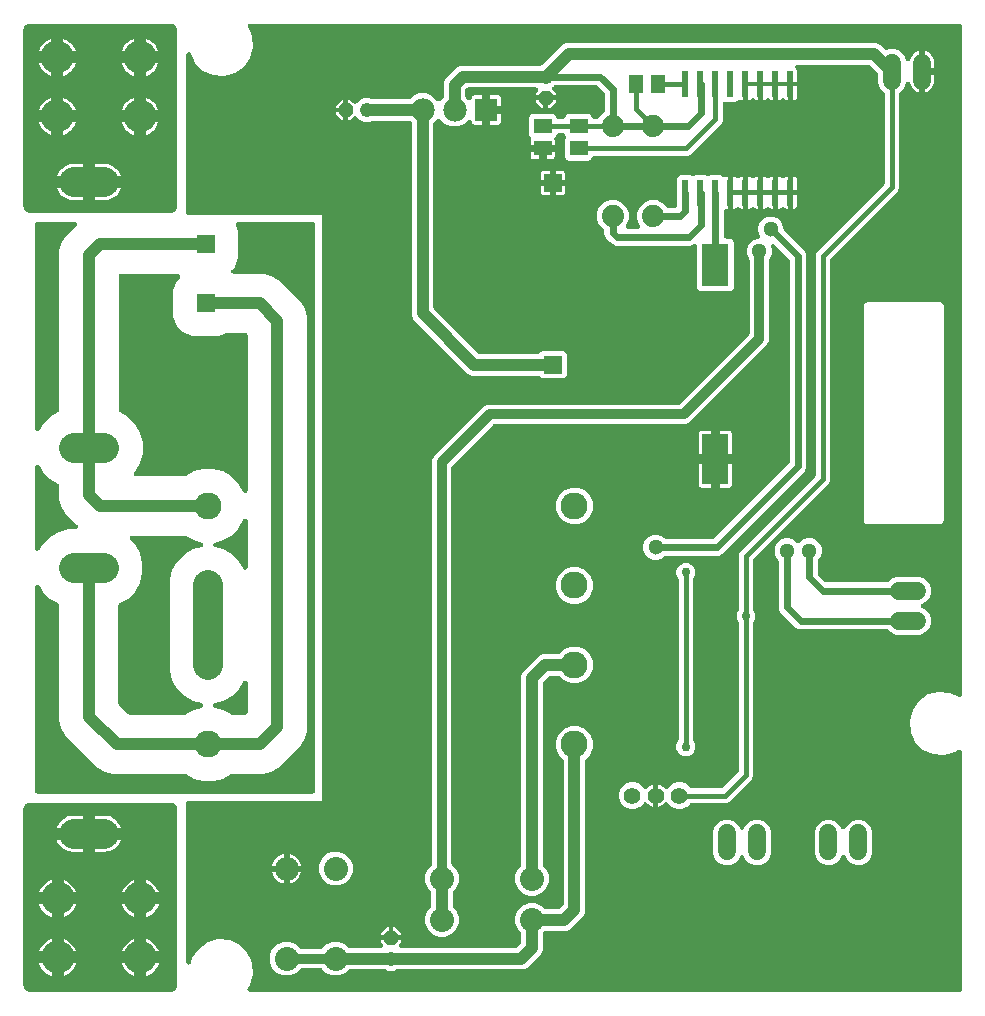
<source format=gbr>
G04 EAGLE Gerber RS-274X export*
G75*
%MOMM*%
%FSLAX34Y34*%
%LPD*%
%INBottom Copper*%
%IPPOS*%
%AMOC8*
5,1,8,0,0,1.08239X$1,22.5*%
G01*
%ADD10P,1.319650X8X112.500000*%
%ADD11C,1.219200*%
%ADD12C,2.550000*%
%ADD13R,1.524000X1.524000*%
%ADD14C,2.775000*%
%ADD15C,2.032000*%
%ADD16C,2.286000*%
%ADD17R,0.600000X2.200000*%
%ADD18R,2.300000X4.300000*%
%ADD19R,2.300000X3.660000*%
%ADD20C,1.524000*%
%ADD21C,1.879600*%
%ADD22R,1.980000X1.980000*%
%ADD23C,1.980000*%
%ADD24P,1.319650X8X202.500000*%
%ADD25P,1.319650X8X292.500000*%
%ADD26R,1.500000X1.300000*%
%ADD27R,1.300000X1.500000*%
%ADD28C,1.422400*%
%ADD29C,1.016000*%
%ADD30C,0.609600*%
%ADD31C,0.406400*%
%ADD32C,0.756400*%
%ADD33C,1.300000*%
%ADD34C,0.812800*%
%ADD35C,2.540000*%

G36*
X802826Y10163D02*
X802826Y10163D01*
X802844Y10161D01*
X803026Y10182D01*
X803209Y10201D01*
X803226Y10206D01*
X803243Y10208D01*
X803418Y10265D01*
X803594Y10319D01*
X803609Y10327D01*
X803626Y10333D01*
X803786Y10423D01*
X803948Y10511D01*
X803961Y10522D01*
X803977Y10531D01*
X804116Y10651D01*
X804257Y10768D01*
X804268Y10782D01*
X804282Y10794D01*
X804394Y10939D01*
X804509Y11082D01*
X804517Y11098D01*
X804528Y11112D01*
X804610Y11277D01*
X804695Y11439D01*
X804700Y11456D01*
X804708Y11472D01*
X804755Y11651D01*
X804806Y11826D01*
X804808Y11844D01*
X804812Y11861D01*
X804839Y12192D01*
X804839Y213076D01*
X804836Y213110D01*
X804838Y213144D01*
X804816Y213310D01*
X804799Y213476D01*
X804789Y213509D01*
X804785Y213543D01*
X804730Y213702D01*
X804681Y213861D01*
X804665Y213891D01*
X804654Y213924D01*
X804569Y214068D01*
X804489Y214215D01*
X804468Y214241D01*
X804450Y214271D01*
X804339Y214396D01*
X804232Y214525D01*
X804205Y214546D01*
X804182Y214571D01*
X804048Y214672D01*
X803918Y214777D01*
X803888Y214793D01*
X803860Y214813D01*
X803709Y214885D01*
X803561Y214962D01*
X803528Y214972D01*
X803497Y214987D01*
X803334Y215028D01*
X803174Y215074D01*
X803140Y215077D01*
X803107Y215085D01*
X802940Y215093D01*
X802772Y215107D01*
X802738Y215103D01*
X802704Y215104D01*
X802539Y215079D01*
X802373Y215060D01*
X802340Y215049D01*
X802306Y215044D01*
X802149Y214987D01*
X801990Y214935D01*
X801960Y214918D01*
X801928Y214906D01*
X801642Y214739D01*
X801639Y214737D01*
X799003Y212888D01*
X789929Y210449D01*
X780567Y211261D01*
X772048Y215226D01*
X765399Y221865D01*
X763411Y226121D01*
X763410Y226121D01*
X762687Y227670D01*
X761422Y230378D01*
X760596Y239737D01*
X763021Y248815D01*
X768404Y256517D01*
X776097Y261912D01*
X785171Y264351D01*
X794533Y263539D01*
X801951Y260087D01*
X802005Y260068D01*
X802055Y260042D01*
X802195Y260001D01*
X802331Y259954D01*
X802387Y259946D01*
X802442Y259930D01*
X802587Y259918D01*
X802730Y259898D01*
X802787Y259902D01*
X802844Y259897D01*
X802987Y259914D01*
X803132Y259923D01*
X803187Y259938D01*
X803243Y259944D01*
X803381Y259989D01*
X803521Y260026D01*
X803572Y260051D01*
X803626Y260069D01*
X803752Y260140D01*
X803882Y260204D01*
X803927Y260239D01*
X803977Y260267D01*
X804086Y260361D01*
X804201Y260450D01*
X804238Y260493D01*
X804282Y260530D01*
X804370Y260644D01*
X804465Y260754D01*
X804493Y260803D01*
X804528Y260848D01*
X804593Y260978D01*
X804664Y261104D01*
X804682Y261158D01*
X804708Y261209D01*
X804745Y261349D01*
X804791Y261486D01*
X804797Y261542D01*
X804812Y261597D01*
X804829Y261807D01*
X804839Y261886D01*
X804837Y261905D01*
X804839Y261928D01*
X804839Y827808D01*
X804837Y827826D01*
X804839Y827844D01*
X804818Y828026D01*
X804799Y828209D01*
X804794Y828226D01*
X804792Y828243D01*
X804735Y828418D01*
X804681Y828594D01*
X804673Y828609D01*
X804667Y828626D01*
X804577Y828786D01*
X804489Y828948D01*
X804478Y828961D01*
X804469Y828977D01*
X804349Y829116D01*
X804232Y829257D01*
X804218Y829268D01*
X804206Y829282D01*
X804061Y829394D01*
X803918Y829509D01*
X803902Y829517D01*
X803888Y829528D01*
X803723Y829610D01*
X803561Y829695D01*
X803544Y829700D01*
X803528Y829708D01*
X803349Y829755D01*
X803174Y829806D01*
X803156Y829808D01*
X803139Y829812D01*
X802808Y829839D01*
X202009Y829839D01*
X201951Y829833D01*
X201892Y829836D01*
X201751Y829814D01*
X201608Y829799D01*
X201552Y829782D01*
X201494Y829773D01*
X201360Y829723D01*
X201223Y829681D01*
X201172Y829653D01*
X201117Y829633D01*
X200995Y829558D01*
X200869Y829489D01*
X200824Y829452D01*
X200775Y829421D01*
X200670Y829323D01*
X200560Y829232D01*
X200523Y829186D01*
X200481Y829146D01*
X200397Y829030D01*
X200308Y828918D01*
X200281Y828866D01*
X200247Y828818D01*
X200188Y828688D01*
X200122Y828561D01*
X200106Y828504D01*
X200082Y828451D01*
X200050Y828311D01*
X200011Y828174D01*
X200006Y828115D01*
X199993Y828058D01*
X199990Y827915D01*
X199978Y827772D01*
X199985Y827714D01*
X199983Y827656D01*
X200008Y827515D01*
X200025Y827373D01*
X200043Y827317D01*
X200053Y827259D01*
X200125Y827067D01*
X200150Y826990D01*
X200160Y826972D01*
X200169Y826948D01*
X201790Y823479D01*
X202513Y821930D01*
X203778Y819222D01*
X204604Y809863D01*
X202179Y800785D01*
X196796Y793083D01*
X189103Y787688D01*
X180029Y785249D01*
X170667Y786061D01*
X162148Y790026D01*
X155499Y796665D01*
X153511Y800921D01*
X153510Y800921D01*
X152787Y802470D01*
X151840Y804496D01*
X151758Y804634D01*
X151681Y804775D01*
X151655Y804807D01*
X151635Y804842D01*
X151526Y804961D01*
X151424Y805085D01*
X151392Y805110D01*
X151365Y805140D01*
X151235Y805236D01*
X151110Y805337D01*
X151074Y805356D01*
X151041Y805380D01*
X150895Y805449D01*
X150753Y805522D01*
X150714Y805534D01*
X150677Y805551D01*
X150520Y805589D01*
X150366Y805634D01*
X150325Y805637D01*
X150286Y805647D01*
X150125Y805654D01*
X149964Y805667D01*
X149924Y805662D01*
X149883Y805664D01*
X149724Y805639D01*
X149565Y805620D01*
X149526Y805607D01*
X149486Y805601D01*
X149335Y805545D01*
X149182Y805495D01*
X149146Y805475D01*
X149108Y805461D01*
X148971Y805376D01*
X148831Y805297D01*
X148800Y805270D01*
X148766Y805249D01*
X148648Y805139D01*
X148527Y805034D01*
X148502Y805002D01*
X148472Y804974D01*
X148378Y804843D01*
X148280Y804716D01*
X148262Y804679D01*
X148238Y804646D01*
X148172Y804499D01*
X148100Y804355D01*
X148090Y804316D01*
X148073Y804279D01*
X148038Y804122D01*
X147996Y803967D01*
X147992Y803921D01*
X147984Y803886D01*
X147982Y803799D01*
X147969Y803636D01*
X147969Y670000D01*
X147971Y669982D01*
X147969Y669964D01*
X147990Y669782D01*
X148009Y669599D01*
X148014Y669582D01*
X148016Y669565D01*
X148073Y669390D01*
X148127Y669214D01*
X148135Y669199D01*
X148141Y669182D01*
X148231Y669022D01*
X148319Y668860D01*
X148330Y668847D01*
X148339Y668831D01*
X148459Y668692D01*
X148576Y668551D01*
X148590Y668540D01*
X148602Y668527D01*
X148747Y668414D01*
X148890Y668299D01*
X148906Y668291D01*
X148920Y668280D01*
X149085Y668198D01*
X149247Y668113D01*
X149264Y668108D01*
X149281Y668100D01*
X149459Y668053D01*
X149634Y668002D01*
X149652Y668000D01*
X149669Y667996D01*
X150000Y667969D01*
X262969Y667969D01*
X262969Y172031D01*
X150000Y172031D01*
X149982Y172029D01*
X149964Y172031D01*
X149782Y172010D01*
X149599Y171991D01*
X149582Y171986D01*
X149565Y171984D01*
X149390Y171927D01*
X149214Y171873D01*
X149199Y171865D01*
X149182Y171859D01*
X149022Y171769D01*
X148860Y171681D01*
X148847Y171670D01*
X148831Y171661D01*
X148692Y171541D01*
X148551Y171424D01*
X148540Y171410D01*
X148527Y171398D01*
X148414Y171253D01*
X148299Y171110D01*
X148291Y171094D01*
X148280Y171080D01*
X148198Y170915D01*
X148113Y170753D01*
X148108Y170736D01*
X148100Y170720D01*
X148053Y170541D01*
X148002Y170366D01*
X148000Y170348D01*
X147996Y170331D01*
X147969Y170000D01*
X147969Y35204D01*
X147982Y35067D01*
X147988Y34929D01*
X148002Y34867D01*
X148009Y34804D01*
X148049Y34671D01*
X148081Y34537D01*
X148108Y34479D01*
X148127Y34419D01*
X148193Y34297D01*
X148251Y34172D01*
X148288Y34120D01*
X148319Y34065D01*
X148407Y33959D01*
X148489Y33847D01*
X148536Y33804D01*
X148576Y33755D01*
X148684Y33669D01*
X148786Y33576D01*
X148841Y33543D01*
X148890Y33503D01*
X149013Y33439D01*
X149131Y33368D01*
X149191Y33347D01*
X149247Y33317D01*
X149380Y33279D01*
X149510Y33233D01*
X149573Y33224D01*
X149634Y33206D01*
X149772Y33195D01*
X149909Y33175D01*
X149972Y33178D01*
X150036Y33173D01*
X150173Y33189D01*
X150311Y33197D01*
X150372Y33213D01*
X150435Y33220D01*
X150567Y33263D01*
X150700Y33297D01*
X150758Y33325D01*
X150818Y33345D01*
X150939Y33413D01*
X151063Y33473D01*
X151113Y33512D01*
X151169Y33543D01*
X151273Y33633D01*
X151383Y33717D01*
X151425Y33764D01*
X151474Y33806D01*
X151558Y33915D01*
X151650Y34019D01*
X151681Y34074D01*
X151720Y34124D01*
X151782Y34248D01*
X151851Y34367D01*
X151875Y34436D01*
X151900Y34485D01*
X151920Y34562D01*
X151962Y34680D01*
X153121Y39015D01*
X158504Y46717D01*
X166197Y52112D01*
X175271Y54551D01*
X184633Y53739D01*
X193152Y49774D01*
X199801Y43135D01*
X201790Y38879D01*
X202513Y37330D01*
X203778Y34622D01*
X204604Y25263D01*
X202179Y16185D01*
X200202Y13356D01*
X200186Y13327D01*
X200166Y13302D01*
X200088Y13152D01*
X200005Y13005D01*
X199995Y12973D01*
X199980Y12945D01*
X199933Y12782D01*
X199881Y12621D01*
X199878Y12589D01*
X199869Y12558D01*
X199855Y12389D01*
X199836Y12221D01*
X199838Y12189D01*
X199836Y12156D01*
X199855Y11989D01*
X199870Y11820D01*
X199879Y11789D01*
X199883Y11757D01*
X199935Y11596D01*
X199982Y11434D01*
X199997Y11405D01*
X200007Y11374D01*
X200091Y11227D01*
X200169Y11077D01*
X200189Y11052D01*
X200205Y11023D01*
X200316Y10895D01*
X200422Y10764D01*
X200447Y10743D01*
X200469Y10718D01*
X200602Y10615D01*
X200732Y10507D01*
X200761Y10492D01*
X200787Y10472D01*
X200938Y10396D01*
X201087Y10316D01*
X201118Y10307D01*
X201147Y10292D01*
X201311Y10248D01*
X201472Y10199D01*
X201504Y10196D01*
X201536Y10188D01*
X201867Y10161D01*
X802808Y10161D01*
X802826Y10163D01*
G37*
%LPC*%
G36*
X563277Y165023D02*
X563277Y165023D01*
X559169Y166725D01*
X555857Y170037D01*
X555837Y170053D01*
X555821Y170072D01*
X555706Y170161D01*
X555585Y170265D01*
X555564Y170277D01*
X555546Y170292D01*
X555520Y170305D01*
X555503Y170319D01*
X555383Y170378D01*
X555234Y170462D01*
X555211Y170469D01*
X555190Y170480D01*
X555159Y170490D01*
X555142Y170498D01*
X555026Y170529D01*
X555019Y170531D01*
X554851Y170586D01*
X554827Y170588D01*
X554804Y170595D01*
X554769Y170598D01*
X554754Y170602D01*
X554579Y170617D01*
X554451Y170631D01*
X554427Y170629D01*
X554403Y170632D01*
X554226Y170612D01*
X554050Y170597D01*
X554027Y170591D01*
X554003Y170588D01*
X553833Y170534D01*
X553663Y170485D01*
X553642Y170474D01*
X553634Y170471D01*
X553633Y170471D01*
X553619Y170467D01*
X553463Y170381D01*
X553306Y170298D01*
X553290Y170285D01*
X553280Y170280D01*
X553277Y170278D01*
X553267Y170272D01*
X553131Y170157D01*
X552993Y170045D01*
X552980Y170030D01*
X552970Y170022D01*
X552967Y170018D01*
X552960Y170011D01*
X552949Y169998D01*
X551788Y168837D01*
X550559Y167944D01*
X549205Y167254D01*
X547760Y166785D01*
X547531Y166749D01*
X547531Y176200D01*
X547531Y185651D01*
X547760Y185615D01*
X549205Y185146D01*
X550559Y184456D01*
X551788Y183563D01*
X552976Y182375D01*
X552985Y182368D01*
X553010Y182338D01*
X553029Y182324D01*
X553045Y182306D01*
X553186Y182199D01*
X553326Y182089D01*
X553347Y182078D01*
X553366Y182064D01*
X553526Y181987D01*
X553685Y181906D01*
X553708Y181900D01*
X553729Y181890D01*
X553902Y181846D01*
X554073Y181798D01*
X554096Y181797D01*
X554120Y181791D01*
X554297Y181782D01*
X554474Y181769D01*
X554498Y181772D01*
X554522Y181771D01*
X554697Y181797D01*
X554874Y181819D01*
X554896Y181827D01*
X554920Y181831D01*
X555087Y181891D01*
X555255Y181948D01*
X555276Y181960D01*
X555298Y181968D01*
X555450Y182060D01*
X555604Y182149D01*
X555624Y182166D01*
X555643Y182177D01*
X555702Y182232D01*
X555857Y182363D01*
X559169Y185675D01*
X563277Y187377D01*
X567723Y187377D01*
X571831Y185675D01*
X574615Y182892D01*
X574635Y182875D01*
X574653Y182854D01*
X574791Y182747D01*
X574926Y182637D01*
X574950Y182624D01*
X574971Y182608D01*
X575128Y182530D01*
X575282Y182448D01*
X575307Y182440D01*
X575331Y182428D01*
X575501Y182383D01*
X575668Y182333D01*
X575694Y182331D01*
X575720Y182324D01*
X576051Y182297D01*
X600833Y182297D01*
X600860Y182299D01*
X600887Y182297D01*
X601060Y182319D01*
X601234Y182337D01*
X601259Y182344D01*
X601286Y182348D01*
X601452Y182403D01*
X601619Y182455D01*
X601642Y182468D01*
X601668Y182476D01*
X601819Y182563D01*
X601973Y182647D01*
X601993Y182664D01*
X602017Y182677D01*
X602270Y182892D01*
X615258Y195880D01*
X615275Y195901D01*
X615296Y195919D01*
X615403Y196057D01*
X615513Y196192D01*
X615526Y196216D01*
X615542Y196237D01*
X615620Y196394D01*
X615702Y196548D01*
X615710Y196573D01*
X615722Y196597D01*
X615767Y196767D01*
X615817Y196934D01*
X615819Y196960D01*
X615826Y196986D01*
X615853Y197317D01*
X615853Y322208D01*
X615851Y322235D01*
X615853Y322262D01*
X615831Y322435D01*
X615813Y322609D01*
X615806Y322635D01*
X615802Y322661D01*
X615746Y322827D01*
X615695Y322994D01*
X615682Y323018D01*
X615674Y323043D01*
X615587Y323194D01*
X615503Y323348D01*
X615486Y323369D01*
X615473Y323392D01*
X615304Y323591D01*
X614103Y326489D01*
X614103Y329611D01*
X615299Y332498D01*
X615403Y332631D01*
X615513Y332767D01*
X615526Y332790D01*
X615542Y332812D01*
X615620Y332968D01*
X615702Y333122D01*
X615710Y333148D01*
X615722Y333172D01*
X615767Y333341D01*
X615817Y333508D01*
X615819Y333535D01*
X615826Y333561D01*
X615853Y333892D01*
X615853Y380163D01*
X616781Y382404D01*
X680308Y445930D01*
X680325Y445951D01*
X680346Y445969D01*
X680453Y446107D01*
X680563Y446242D01*
X680576Y446266D01*
X680592Y446287D01*
X680670Y446444D01*
X680752Y446598D01*
X680760Y446623D01*
X680772Y446647D01*
X680817Y446817D01*
X680867Y446984D01*
X680869Y447010D01*
X680876Y447036D01*
X680903Y447367D01*
X680903Y634213D01*
X681831Y636454D01*
X738808Y693430D01*
X738825Y693451D01*
X738846Y693469D01*
X738953Y693607D01*
X739063Y693742D01*
X739076Y693766D01*
X739092Y693787D01*
X739170Y693944D01*
X739252Y694098D01*
X739260Y694123D01*
X739272Y694147D01*
X739317Y694317D01*
X739367Y694484D01*
X739369Y694510D01*
X739376Y694536D01*
X739403Y694867D01*
X739403Y770411D01*
X739401Y770437D01*
X739403Y770464D01*
X739381Y770638D01*
X739363Y770811D01*
X739356Y770837D01*
X739352Y770863D01*
X739296Y771029D01*
X739245Y771196D01*
X739232Y771220D01*
X739224Y771245D01*
X739137Y771397D01*
X739053Y771550D01*
X739036Y771571D01*
X739023Y771594D01*
X738808Y771847D01*
X735594Y775061D01*
X733815Y779356D01*
X733815Y787211D01*
X733813Y787237D01*
X733815Y787264D01*
X733793Y787438D01*
X733775Y787611D01*
X733768Y787637D01*
X733764Y787663D01*
X733709Y787829D01*
X733657Y787996D01*
X733644Y788020D01*
X733636Y788045D01*
X733549Y788197D01*
X733465Y788350D01*
X733448Y788371D01*
X733435Y788394D01*
X733220Y788647D01*
X727307Y794560D01*
X727286Y794577D01*
X727269Y794598D01*
X727131Y794705D01*
X726996Y794815D01*
X726972Y794828D01*
X726951Y794844D01*
X726794Y794922D01*
X726640Y795004D01*
X726614Y795012D01*
X726590Y795024D01*
X726421Y795069D01*
X726254Y795119D01*
X726227Y795121D01*
X726201Y795128D01*
X725871Y795155D01*
X665692Y795155D01*
X665683Y795154D01*
X665674Y795155D01*
X665483Y795135D01*
X665291Y795115D01*
X665283Y795113D01*
X665274Y795112D01*
X665090Y795054D01*
X664906Y794997D01*
X664898Y794993D01*
X664890Y794990D01*
X664721Y794897D01*
X664552Y794805D01*
X664545Y794800D01*
X664537Y794795D01*
X664390Y794670D01*
X664243Y794548D01*
X664237Y794541D01*
X664230Y794535D01*
X664111Y794384D01*
X663991Y794234D01*
X663986Y794226D01*
X663981Y794219D01*
X663893Y794046D01*
X663805Y793877D01*
X663803Y793868D01*
X663799Y793860D01*
X663747Y793674D01*
X663694Y793490D01*
X663693Y793481D01*
X663691Y793472D01*
X663676Y793280D01*
X663661Y793088D01*
X663662Y793080D01*
X663661Y793071D01*
X663685Y792879D01*
X663708Y792689D01*
X663710Y792680D01*
X663712Y792671D01*
X663773Y792489D01*
X663833Y792306D01*
X663837Y792298D01*
X663840Y792290D01*
X663936Y792122D01*
X664030Y791955D01*
X664036Y791948D01*
X664041Y791941D01*
X664255Y791688D01*
X664583Y791360D01*
X664918Y790781D01*
X665091Y790135D01*
X665091Y780831D01*
X659550Y780831D01*
X646850Y780831D01*
X634150Y780831D01*
X621450Y780831D01*
X621433Y780830D01*
X621415Y780831D01*
X621232Y780810D01*
X621050Y780791D01*
X621033Y780786D01*
X621015Y780784D01*
X620840Y780727D01*
X620665Y780673D01*
X620649Y780665D01*
X620632Y780659D01*
X620472Y780569D01*
X620311Y780482D01*
X620297Y780470D01*
X620282Y780461D01*
X620142Y780341D01*
X620002Y780224D01*
X620001Y780224D01*
X620001Y780223D01*
X619990Y780210D01*
X619977Y780198D01*
X619976Y780198D01*
X619864Y780053D01*
X619749Y779910D01*
X619740Y779894D01*
X619730Y779880D01*
X619648Y779715D01*
X619563Y779552D01*
X619558Y779535D01*
X619550Y779519D01*
X619502Y779341D01*
X619452Y779165D01*
X619450Y779148D01*
X619446Y779130D01*
X619419Y778800D01*
X619419Y765259D01*
X618115Y765259D01*
X617469Y765432D01*
X617337Y765509D01*
X617195Y765573D01*
X617057Y765643D01*
X617012Y765656D01*
X616970Y765675D01*
X616819Y765709D01*
X616669Y765751D01*
X616623Y765755D01*
X616577Y765765D01*
X616423Y765769D01*
X616268Y765780D01*
X616221Y765775D01*
X616175Y765776D01*
X616022Y765749D01*
X615868Y765730D01*
X615824Y765715D01*
X615778Y765707D01*
X615633Y765651D01*
X615487Y765602D01*
X615446Y765579D01*
X615403Y765562D01*
X615272Y765478D01*
X615138Y765401D01*
X615098Y765367D01*
X615063Y765345D01*
X615001Y765285D01*
X614885Y765186D01*
X614052Y764354D01*
X612559Y763735D01*
X604939Y763735D01*
X604931Y763740D01*
X604751Y763791D01*
X604570Y763846D01*
X604557Y763847D01*
X604544Y763851D01*
X604356Y763866D01*
X604169Y763884D01*
X604156Y763883D01*
X604142Y763884D01*
X603955Y763862D01*
X603769Y763843D01*
X603756Y763839D01*
X603743Y763837D01*
X603564Y763779D01*
X603384Y763723D01*
X603373Y763716D01*
X603360Y763712D01*
X603196Y763620D01*
X603031Y763529D01*
X603021Y763521D01*
X603009Y763514D01*
X602867Y763391D01*
X602723Y763270D01*
X602715Y763260D01*
X602704Y763251D01*
X602589Y763103D01*
X602472Y762956D01*
X602466Y762944D01*
X602458Y762933D01*
X602374Y762764D01*
X602288Y762597D01*
X602284Y762585D01*
X602278Y762572D01*
X602229Y762391D01*
X602178Y762210D01*
X602177Y762197D01*
X602174Y762184D01*
X602147Y761853D01*
X602147Y747837D01*
X601219Y745596D01*
X574654Y719031D01*
X572413Y718103D01*
X493524Y718103D01*
X493502Y718101D01*
X493479Y718103D01*
X493302Y718081D01*
X493123Y718063D01*
X493102Y718057D01*
X493080Y718054D01*
X492910Y717998D01*
X492738Y717945D01*
X492719Y717935D01*
X492698Y717928D01*
X492542Y717839D01*
X492384Y717753D01*
X492367Y717739D01*
X492348Y717728D01*
X492213Y717611D01*
X492075Y717496D01*
X492061Y717478D01*
X492044Y717464D01*
X491935Y717322D01*
X491823Y717182D01*
X491812Y717162D01*
X491799Y717144D01*
X491647Y716849D01*
X491046Y715398D01*
X489902Y714254D01*
X488409Y713635D01*
X471791Y713635D01*
X470298Y714254D01*
X469154Y715398D01*
X468535Y716891D01*
X468535Y731508D01*
X469121Y732923D01*
X469129Y732948D01*
X469141Y732972D01*
X469187Y733141D01*
X469237Y733308D01*
X469240Y733335D01*
X469247Y733361D01*
X469259Y733536D01*
X469276Y733709D01*
X469273Y733735D01*
X469275Y733762D01*
X469252Y733936D01*
X469234Y734109D01*
X469226Y734135D01*
X469223Y734161D01*
X469121Y734477D01*
X468553Y735849D01*
X468542Y735869D01*
X468535Y735890D01*
X468447Y736047D01*
X468363Y736204D01*
X468348Y736221D01*
X468337Y736241D01*
X468220Y736377D01*
X468106Y736515D01*
X468089Y736529D01*
X468074Y736546D01*
X467933Y736655D01*
X467794Y736768D01*
X467774Y736779D01*
X467756Y736792D01*
X467596Y736872D01*
X467437Y736955D01*
X467416Y736962D01*
X467396Y736972D01*
X467222Y737018D01*
X467051Y737068D01*
X467028Y737070D01*
X467007Y737076D01*
X466676Y737103D01*
X463224Y737103D01*
X463202Y737101D01*
X463179Y737103D01*
X463002Y737081D01*
X462823Y737063D01*
X462802Y737057D01*
X462780Y737054D01*
X462610Y736998D01*
X462438Y736945D01*
X462419Y736935D01*
X462398Y736928D01*
X462242Y736839D01*
X462084Y736753D01*
X462067Y736739D01*
X462048Y736728D01*
X461913Y736611D01*
X461775Y736496D01*
X461761Y736478D01*
X461744Y736464D01*
X461635Y736322D01*
X461523Y736182D01*
X461512Y736162D01*
X461499Y736144D01*
X461347Y735849D01*
X460746Y734398D01*
X460151Y733802D01*
X460093Y733732D01*
X460028Y733668D01*
X459966Y733577D01*
X459896Y733491D01*
X459853Y733410D01*
X459802Y733335D01*
X459759Y733233D01*
X459707Y733135D01*
X459681Y733048D01*
X459646Y732964D01*
X459624Y732855D01*
X459592Y732749D01*
X459584Y732659D01*
X459566Y732569D01*
X459566Y732459D01*
X459556Y732348D01*
X459566Y732257D01*
X459565Y732167D01*
X459590Y732031D01*
X459599Y731948D01*
X459614Y731902D01*
X459625Y731840D01*
X459841Y731035D01*
X459841Y727449D01*
X451018Y727449D01*
X451000Y727447D01*
X450983Y727449D01*
X450800Y727428D01*
X450618Y727409D01*
X450601Y727404D01*
X450583Y727402D01*
X450408Y727345D01*
X450233Y727291D01*
X450217Y727283D01*
X450200Y727277D01*
X450040Y727187D01*
X449879Y727099D01*
X449865Y727088D01*
X449849Y727079D01*
X449797Y727034D01*
X449692Y727119D01*
X449676Y727127D01*
X449662Y727138D01*
X449497Y727220D01*
X449334Y727305D01*
X449317Y727310D01*
X449301Y727318D01*
X449123Y727365D01*
X448948Y727416D01*
X448930Y727418D01*
X448913Y727422D01*
X448582Y727449D01*
X439759Y727449D01*
X439759Y731035D01*
X439975Y731840D01*
X439990Y731930D01*
X440014Y732018D01*
X440022Y732128D01*
X440040Y732237D01*
X440037Y732328D01*
X440044Y732419D01*
X440030Y732529D01*
X440026Y732640D01*
X440005Y732728D01*
X439993Y732819D01*
X439958Y732924D01*
X439932Y733031D01*
X439894Y733114D01*
X439865Y733200D01*
X439810Y733296D01*
X439763Y733397D01*
X439710Y733470D01*
X439664Y733549D01*
X439575Y733654D01*
X439526Y733722D01*
X439490Y733754D01*
X439449Y733802D01*
X438854Y734398D01*
X438235Y735891D01*
X438235Y750509D01*
X438854Y752002D01*
X439998Y753146D01*
X441491Y753765D01*
X458109Y753765D01*
X459602Y753146D01*
X460746Y752002D01*
X461347Y750551D01*
X461358Y750531D01*
X461365Y750510D01*
X461453Y750354D01*
X461537Y750196D01*
X461552Y750179D01*
X461563Y750159D01*
X461680Y750024D01*
X461794Y749885D01*
X461811Y749871D01*
X461826Y749854D01*
X461967Y749745D01*
X462106Y749632D01*
X462126Y749621D01*
X462144Y749608D01*
X462304Y749528D01*
X462463Y749445D01*
X462484Y749438D01*
X462504Y749428D01*
X462678Y749382D01*
X462849Y749332D01*
X462872Y749330D01*
X462893Y749324D01*
X463224Y749297D01*
X466676Y749297D01*
X466698Y749299D01*
X466721Y749297D01*
X466898Y749319D01*
X467077Y749337D01*
X467098Y749343D01*
X467120Y749346D01*
X467290Y749402D01*
X467462Y749455D01*
X467481Y749465D01*
X467502Y749472D01*
X467658Y749561D01*
X467816Y749647D01*
X467833Y749661D01*
X467852Y749672D01*
X467987Y749789D01*
X468125Y749904D01*
X468139Y749922D01*
X468156Y749936D01*
X468265Y750078D01*
X468377Y750218D01*
X468388Y750238D01*
X468401Y750256D01*
X468553Y750551D01*
X469154Y752002D01*
X470298Y753146D01*
X471791Y753765D01*
X488409Y753765D01*
X489902Y753146D01*
X491046Y752002D01*
X491647Y750551D01*
X491658Y750531D01*
X491665Y750510D01*
X491753Y750354D01*
X491837Y750196D01*
X491852Y750179D01*
X491863Y750159D01*
X491980Y750024D01*
X492094Y749885D01*
X492111Y749871D01*
X492126Y749854D01*
X492267Y749745D01*
X492406Y749632D01*
X492426Y749621D01*
X492444Y749608D01*
X492604Y749528D01*
X492763Y749445D01*
X492784Y749438D01*
X492804Y749428D01*
X492978Y749382D01*
X493149Y749332D01*
X493172Y749330D01*
X493193Y749324D01*
X493524Y749297D01*
X495796Y749297D01*
X495818Y749299D01*
X495841Y749297D01*
X496018Y749319D01*
X496197Y749337D01*
X496218Y749343D01*
X496240Y749346D01*
X496410Y749402D01*
X496582Y749455D01*
X496601Y749465D01*
X496623Y749472D01*
X496779Y749561D01*
X496936Y749647D01*
X496953Y749661D01*
X496972Y749672D01*
X497108Y749790D01*
X497245Y749904D01*
X497259Y749922D01*
X497276Y749936D01*
X497385Y750078D01*
X497497Y750218D01*
X497508Y750238D01*
X497521Y750256D01*
X497673Y750551D01*
X497787Y750826D01*
X501592Y754631D01*
X501609Y754652D01*
X501630Y754670D01*
X501737Y754808D01*
X501847Y754943D01*
X501860Y754967D01*
X501876Y754988D01*
X501954Y755144D01*
X502036Y755299D01*
X502044Y755324D01*
X502056Y755348D01*
X502101Y755518D01*
X502151Y755685D01*
X502153Y755711D01*
X502160Y755737D01*
X502187Y756068D01*
X502187Y770512D01*
X502185Y770539D01*
X502187Y770566D01*
X502165Y770740D01*
X502147Y770913D01*
X502140Y770939D01*
X502136Y770965D01*
X502081Y771130D01*
X502029Y771298D01*
X502016Y771322D01*
X502008Y771347D01*
X501921Y771499D01*
X501837Y771652D01*
X501820Y771672D01*
X501807Y771696D01*
X501592Y771949D01*
X496259Y777282D01*
X496238Y777299D01*
X496221Y777320D01*
X496083Y777427D01*
X495947Y777537D01*
X495924Y777550D01*
X495902Y777566D01*
X495746Y777644D01*
X495592Y777726D01*
X495566Y777734D01*
X495542Y777746D01*
X495373Y777791D01*
X495206Y777841D01*
X495179Y777843D01*
X495153Y777850D01*
X494822Y777877D01*
X460498Y777877D01*
X460472Y777875D01*
X460445Y777877D01*
X460271Y777855D01*
X460097Y777837D01*
X460072Y777830D01*
X460045Y777826D01*
X459880Y777771D01*
X459713Y777719D01*
X459689Y777706D01*
X459664Y777698D01*
X459512Y777611D01*
X459359Y777527D01*
X459338Y777510D01*
X459315Y777497D01*
X459062Y777282D01*
X458238Y776459D01*
X458227Y776445D01*
X458213Y776433D01*
X458100Y776290D01*
X457983Y776147D01*
X457975Y776131D01*
X457964Y776117D01*
X457880Y775953D01*
X457794Y775791D01*
X457789Y775774D01*
X457781Y775758D01*
X457732Y775581D01*
X457680Y775406D01*
X457678Y775388D01*
X457673Y775371D01*
X457660Y775187D01*
X457643Y775005D01*
X457645Y774987D01*
X457644Y774969D01*
X457667Y774787D01*
X457687Y774604D01*
X457692Y774587D01*
X457694Y774570D01*
X457753Y774396D01*
X457808Y774220D01*
X457817Y774205D01*
X457822Y774188D01*
X457914Y774028D01*
X458003Y773868D01*
X458014Y773855D01*
X458023Y773839D01*
X458238Y773586D01*
X461037Y770787D01*
X461037Y769241D01*
X452400Y769241D01*
X443763Y769241D01*
X443763Y770787D01*
X445364Y772388D01*
X445369Y772395D01*
X445376Y772400D01*
X445496Y772550D01*
X445619Y772699D01*
X445623Y772707D01*
X445628Y772714D01*
X445717Y772884D01*
X445807Y773055D01*
X445810Y773064D01*
X445814Y773071D01*
X445867Y773256D01*
X445922Y773441D01*
X445923Y773450D01*
X445925Y773458D01*
X445941Y773649D01*
X445958Y773842D01*
X445957Y773851D01*
X445958Y773860D01*
X445936Y774049D01*
X445915Y774242D01*
X445912Y774251D01*
X445911Y774259D01*
X445852Y774441D01*
X445794Y774626D01*
X445789Y774634D01*
X445786Y774642D01*
X445691Y774811D01*
X445599Y774978D01*
X445593Y774985D01*
X445589Y774993D01*
X445463Y775139D01*
X445338Y775285D01*
X445331Y775291D01*
X445325Y775298D01*
X445174Y775415D01*
X445022Y775535D01*
X445014Y775539D01*
X445007Y775544D01*
X444835Y775630D01*
X444663Y775717D01*
X444655Y775720D01*
X444647Y775724D01*
X444461Y775774D01*
X444275Y775825D01*
X444267Y775826D01*
X444258Y775828D01*
X443927Y775855D01*
X386629Y775855D01*
X386603Y775853D01*
X386576Y775855D01*
X386402Y775833D01*
X386229Y775815D01*
X386203Y775808D01*
X386177Y775804D01*
X386011Y775749D01*
X385844Y775697D01*
X385820Y775684D01*
X385795Y775676D01*
X385643Y775589D01*
X385490Y775505D01*
X385469Y775488D01*
X385446Y775475D01*
X385193Y775260D01*
X384840Y774907D01*
X384823Y774886D01*
X384802Y774869D01*
X384695Y774731D01*
X384585Y774596D01*
X384572Y774572D01*
X384556Y774551D01*
X384478Y774394D01*
X384396Y774240D01*
X384388Y774214D01*
X384376Y774190D01*
X384331Y774021D01*
X384281Y773854D01*
X384279Y773827D01*
X384272Y773801D01*
X384245Y773471D01*
X384245Y768246D01*
X384247Y768219D01*
X384245Y768192D01*
X384267Y768019D01*
X384285Y767845D01*
X384292Y767820D01*
X384296Y767793D01*
X384352Y767627D01*
X384403Y767460D01*
X384415Y767437D01*
X384424Y767411D01*
X384512Y767259D01*
X384595Y767106D01*
X384612Y767086D01*
X384625Y767062D01*
X384840Y766809D01*
X386192Y765457D01*
X386199Y765452D01*
X386204Y765445D01*
X386356Y765323D01*
X386503Y765202D01*
X386511Y765198D01*
X386518Y765193D01*
X386688Y765104D01*
X386859Y765014D01*
X386868Y765011D01*
X386875Y765007D01*
X387060Y764954D01*
X387245Y764899D01*
X387254Y764898D01*
X387262Y764896D01*
X387453Y764880D01*
X387646Y764863D01*
X387655Y764863D01*
X387664Y764863D01*
X387853Y764885D01*
X388046Y764906D01*
X388055Y764909D01*
X388063Y764910D01*
X388245Y764969D01*
X388430Y765027D01*
X388438Y765032D01*
X388446Y765035D01*
X388613Y765129D01*
X388782Y765222D01*
X388789Y765228D01*
X388797Y765232D01*
X388942Y765358D01*
X389089Y765483D01*
X389095Y765490D01*
X389102Y765496D01*
X389218Y765646D01*
X389339Y765799D01*
X389343Y765807D01*
X389348Y765814D01*
X389432Y765983D01*
X389521Y766158D01*
X389524Y766166D01*
X389528Y766174D01*
X389577Y766359D01*
X389629Y766545D01*
X389630Y766554D01*
X389632Y766563D01*
X389659Y766894D01*
X389659Y767035D01*
X389832Y767681D01*
X390167Y768260D01*
X390640Y768733D01*
X391219Y769068D01*
X391865Y769241D01*
X398801Y769241D01*
X398801Y758068D01*
X398802Y758050D01*
X398801Y758033D01*
X398822Y757850D01*
X398841Y757668D01*
X398846Y757651D01*
X398848Y757633D01*
X398905Y757458D01*
X398959Y757283D01*
X398967Y757267D01*
X398973Y757250D01*
X399063Y757090D01*
X399150Y756929D01*
X399162Y756915D01*
X399171Y756899D01*
X399257Y756799D01*
X399246Y756785D01*
X399131Y756642D01*
X399123Y756626D01*
X399112Y756612D01*
X399030Y756447D01*
X398945Y756284D01*
X398940Y756267D01*
X398932Y756251D01*
X398884Y756073D01*
X398834Y755898D01*
X398832Y755880D01*
X398828Y755863D01*
X398801Y755532D01*
X398801Y744359D01*
X391865Y744359D01*
X391219Y744532D01*
X390640Y744867D01*
X390167Y745340D01*
X389832Y745919D01*
X389659Y746565D01*
X389659Y746706D01*
X389658Y746715D01*
X389659Y746724D01*
X389638Y746916D01*
X389619Y747107D01*
X389617Y747115D01*
X389616Y747124D01*
X389558Y747305D01*
X389501Y747492D01*
X389497Y747500D01*
X389494Y747508D01*
X389401Y747677D01*
X389309Y747846D01*
X389304Y747853D01*
X389299Y747861D01*
X389175Y748007D01*
X389052Y748155D01*
X389045Y748161D01*
X389039Y748168D01*
X388888Y748287D01*
X388738Y748407D01*
X388730Y748412D01*
X388723Y748417D01*
X388550Y748505D01*
X388381Y748593D01*
X388372Y748595D01*
X388364Y748599D01*
X388178Y748651D01*
X387994Y748704D01*
X387985Y748705D01*
X387976Y748707D01*
X387783Y748722D01*
X387592Y748737D01*
X387584Y748736D01*
X387575Y748737D01*
X387382Y748713D01*
X387193Y748690D01*
X387184Y748688D01*
X387175Y748686D01*
X386992Y748625D01*
X386810Y748565D01*
X386802Y748561D01*
X386794Y748558D01*
X386627Y748462D01*
X386459Y748368D01*
X386452Y748362D01*
X386445Y748357D01*
X386192Y748143D01*
X383010Y744961D01*
X378961Y743284D01*
X377878Y742835D01*
X372322Y742835D01*
X367190Y744961D01*
X363036Y749115D01*
X363023Y749126D01*
X363011Y749139D01*
X362867Y749253D01*
X362725Y749370D01*
X362709Y749378D01*
X362695Y749389D01*
X362531Y749472D01*
X362369Y749558D01*
X362352Y749563D01*
X362336Y749571D01*
X362159Y749621D01*
X361983Y749673D01*
X361965Y749675D01*
X361948Y749679D01*
X361765Y749693D01*
X361582Y749709D01*
X361564Y749708D01*
X361547Y749709D01*
X361365Y749686D01*
X361182Y749666D01*
X361165Y749661D01*
X361147Y749658D01*
X360974Y749600D01*
X360798Y749545D01*
X360782Y749536D01*
X360766Y749530D01*
X360606Y749438D01*
X360446Y749350D01*
X360432Y749338D01*
X360417Y749329D01*
X360164Y749115D01*
X357840Y746791D01*
X357823Y746770D01*
X357802Y746752D01*
X357695Y746614D01*
X357585Y746479D01*
X357572Y746455D01*
X357556Y746434D01*
X357478Y746277D01*
X357396Y746123D01*
X357388Y746098D01*
X357376Y746074D01*
X357331Y745904D01*
X357281Y745737D01*
X357279Y745711D01*
X357272Y745685D01*
X357245Y745354D01*
X357245Y589529D01*
X357247Y589503D01*
X357245Y589476D01*
X357267Y589302D01*
X357285Y589129D01*
X357292Y589103D01*
X357296Y589077D01*
X357351Y588911D01*
X357403Y588744D01*
X357416Y588720D01*
X357424Y588695D01*
X357511Y588543D01*
X357595Y588390D01*
X357612Y588369D01*
X357625Y588346D01*
X357840Y588093D01*
X395193Y550740D01*
X395214Y550723D01*
X395231Y550702D01*
X395369Y550595D01*
X395504Y550485D01*
X395528Y550472D01*
X395549Y550456D01*
X395706Y550378D01*
X395860Y550296D01*
X395886Y550288D01*
X395910Y550276D01*
X396079Y550231D01*
X396246Y550181D01*
X396273Y550179D01*
X396299Y550172D01*
X396629Y550145D01*
X445615Y550145D01*
X445642Y550147D01*
X445668Y550145D01*
X445842Y550167D01*
X446016Y550185D01*
X446041Y550192D01*
X446068Y550196D01*
X446233Y550251D01*
X446400Y550303D01*
X446424Y550316D01*
X446449Y550324D01*
X446601Y550411D01*
X446755Y550495D01*
X446775Y550512D01*
X446798Y550525D01*
X447051Y550740D01*
X448478Y552166D01*
X449971Y552785D01*
X466829Y552785D01*
X468322Y552166D01*
X469466Y551022D01*
X470085Y549529D01*
X470085Y532671D01*
X469466Y531178D01*
X468322Y530034D01*
X466829Y529415D01*
X449971Y529415D01*
X448478Y530034D01*
X447251Y531260D01*
X447231Y531277D01*
X447213Y531298D01*
X447075Y531405D01*
X446940Y531515D01*
X446916Y531528D01*
X446895Y531544D01*
X446738Y531622D01*
X446584Y531704D01*
X446559Y531712D01*
X446534Y531724D01*
X446365Y531769D01*
X446198Y531819D01*
X446172Y531821D01*
X446146Y531828D01*
X445815Y531855D01*
X390181Y531855D01*
X386820Y533247D01*
X340347Y579720D01*
X338955Y583081D01*
X338955Y745354D01*
X338953Y745381D01*
X338955Y745408D01*
X338933Y745581D01*
X338915Y745755D01*
X338908Y745780D01*
X338904Y745807D01*
X338849Y745973D01*
X338797Y746140D01*
X338784Y746163D01*
X338776Y746189D01*
X338689Y746340D01*
X338605Y746494D01*
X338588Y746514D01*
X338575Y746538D01*
X338360Y746791D01*
X338091Y747060D01*
X338070Y747077D01*
X338052Y747098D01*
X337914Y747205D01*
X337779Y747315D01*
X337755Y747328D01*
X337734Y747344D01*
X337577Y747422D01*
X337423Y747504D01*
X337398Y747512D01*
X337374Y747524D01*
X337204Y747569D01*
X337037Y747619D01*
X337011Y747621D01*
X336985Y747628D01*
X336654Y747655D01*
X305668Y747655D01*
X305637Y747652D01*
X305606Y747654D01*
X305436Y747632D01*
X305267Y747615D01*
X305238Y747606D01*
X305207Y747602D01*
X304891Y747501D01*
X302811Y746639D01*
X298769Y746639D01*
X295034Y748186D01*
X292259Y750962D01*
X292245Y750973D01*
X292233Y750987D01*
X292090Y751100D01*
X291947Y751217D01*
X291931Y751225D01*
X291917Y751236D01*
X291753Y751320D01*
X291591Y751406D01*
X291574Y751411D01*
X291558Y751419D01*
X291381Y751468D01*
X291206Y751520D01*
X291188Y751522D01*
X291171Y751527D01*
X290987Y751540D01*
X290805Y751557D01*
X290787Y751555D01*
X290769Y751556D01*
X290587Y751533D01*
X290404Y751513D01*
X290387Y751508D01*
X290370Y751506D01*
X290196Y751447D01*
X290020Y751392D01*
X290005Y751383D01*
X289988Y751378D01*
X289828Y751286D01*
X289668Y751197D01*
X289655Y751186D01*
X289639Y751177D01*
X289386Y750962D01*
X286587Y748163D01*
X285041Y748163D01*
X285041Y756800D01*
X285041Y765437D01*
X286587Y765437D01*
X289386Y762638D01*
X289400Y762627D01*
X289411Y762613D01*
X289556Y762499D01*
X289698Y762383D01*
X289713Y762375D01*
X289727Y762364D01*
X289891Y762280D01*
X290053Y762194D01*
X290070Y762189D01*
X290086Y762181D01*
X290263Y762132D01*
X290439Y762080D01*
X290457Y762078D01*
X290474Y762073D01*
X290657Y762060D01*
X290840Y762043D01*
X290858Y762045D01*
X290876Y762044D01*
X291058Y762067D01*
X291240Y762087D01*
X291257Y762092D01*
X291275Y762094D01*
X291449Y762153D01*
X291624Y762208D01*
X291640Y762217D01*
X291657Y762222D01*
X291816Y762314D01*
X291977Y762403D01*
X291990Y762414D01*
X292006Y762423D01*
X292259Y762638D01*
X295034Y765414D01*
X298769Y766961D01*
X302811Y766961D01*
X304891Y766099D01*
X304920Y766090D01*
X304948Y766076D01*
X305113Y766032D01*
X305276Y765983D01*
X305307Y765980D01*
X305337Y765972D01*
X305668Y765945D01*
X336654Y765945D01*
X336681Y765947D01*
X336708Y765945D01*
X336881Y765967D01*
X337055Y765985D01*
X337080Y765992D01*
X337107Y765996D01*
X337273Y766051D01*
X337440Y766103D01*
X337463Y766116D01*
X337489Y766124D01*
X337640Y766211D01*
X337794Y766295D01*
X337814Y766312D01*
X337838Y766325D01*
X338091Y766540D01*
X340190Y768639D01*
X345322Y770765D01*
X350878Y770765D01*
X356010Y768639D01*
X360164Y764485D01*
X360178Y764474D01*
X360189Y764460D01*
X360333Y764346D01*
X360475Y764230D01*
X360491Y764222D01*
X360505Y764211D01*
X360669Y764127D01*
X360831Y764042D01*
X360848Y764037D01*
X360864Y764029D01*
X361041Y763979D01*
X361217Y763927D01*
X361235Y763925D01*
X361252Y763921D01*
X361435Y763907D01*
X361618Y763891D01*
X361636Y763892D01*
X361653Y763891D01*
X361835Y763914D01*
X362018Y763934D01*
X362035Y763939D01*
X362053Y763942D01*
X362227Y764000D01*
X362402Y764055D01*
X362418Y764064D01*
X362434Y764070D01*
X362593Y764161D01*
X362754Y764250D01*
X362768Y764262D01*
X362783Y764271D01*
X363036Y764485D01*
X365360Y766809D01*
X365377Y766830D01*
X365398Y766848D01*
X365504Y766986D01*
X365615Y767121D01*
X365628Y767145D01*
X365644Y767166D01*
X365722Y767322D01*
X365804Y767477D01*
X365812Y767502D01*
X365824Y767526D01*
X365869Y767695D01*
X365919Y767863D01*
X365921Y767889D01*
X365928Y767915D01*
X365955Y768246D01*
X365955Y779919D01*
X367347Y783280D01*
X376820Y792753D01*
X380181Y794145D01*
X447546Y794145D01*
X447577Y794148D01*
X447608Y794146D01*
X447777Y794168D01*
X447947Y794185D01*
X447977Y794194D01*
X448007Y794198D01*
X448323Y794299D01*
X448521Y794381D01*
X448724Y794465D01*
X448751Y794480D01*
X448781Y794490D01*
X448929Y794575D01*
X449079Y794655D01*
X449103Y794675D01*
X449130Y794691D01*
X449383Y794906D01*
X463672Y809194D01*
X463672Y809195D01*
X466530Y812053D01*
X469891Y813445D01*
X732319Y813445D01*
X735680Y812053D01*
X739354Y808379D01*
X739371Y808365D01*
X739386Y808348D01*
X739527Y808237D01*
X739665Y808124D01*
X739685Y808113D01*
X739703Y808100D01*
X739863Y808019D01*
X740021Y807935D01*
X740042Y807929D01*
X740062Y807919D01*
X740236Y807871D01*
X740407Y807820D01*
X740429Y807818D01*
X740451Y807812D01*
X740629Y807800D01*
X740808Y807784D01*
X740830Y807786D01*
X740852Y807785D01*
X741029Y807808D01*
X741208Y807827D01*
X741229Y807834D01*
X741252Y807837D01*
X741567Y807939D01*
X743176Y808605D01*
X747824Y808605D01*
X752119Y806826D01*
X755406Y803539D01*
X757200Y799208D01*
X757242Y799130D01*
X757275Y799047D01*
X757337Y798952D01*
X757390Y798853D01*
X757447Y798784D01*
X757495Y798710D01*
X757575Y798630D01*
X757646Y798542D01*
X757715Y798487D01*
X757778Y798423D01*
X757871Y798360D01*
X757959Y798289D01*
X758038Y798247D01*
X758111Y798198D01*
X758216Y798154D01*
X758316Y798102D01*
X758401Y798077D01*
X758483Y798042D01*
X758594Y798020D01*
X758702Y797989D01*
X758791Y797981D01*
X758878Y797964D01*
X758990Y797964D01*
X759103Y797954D01*
X759191Y797964D01*
X759280Y797964D01*
X759391Y797986D01*
X759503Y797999D01*
X759588Y798026D01*
X759675Y798044D01*
X759779Y798088D01*
X759887Y798122D01*
X759964Y798166D01*
X760046Y798200D01*
X760139Y798263D01*
X760238Y798319D01*
X760305Y798376D01*
X760379Y798426D01*
X760458Y798507D01*
X760544Y798580D01*
X760599Y798650D01*
X760661Y798714D01*
X760722Y798808D01*
X760792Y798897D01*
X760832Y798977D01*
X760880Y799051D01*
X760935Y799182D01*
X760973Y799257D01*
X760985Y799302D01*
X761008Y799357D01*
X761484Y800820D01*
X762210Y802245D01*
X763150Y803539D01*
X764281Y804670D01*
X765575Y805610D01*
X767000Y806336D01*
X768361Y806779D01*
X768361Y789808D01*
X768362Y789790D01*
X768361Y789773D01*
X768382Y789590D01*
X768401Y789408D01*
X768406Y789391D01*
X768408Y789373D01*
X768433Y789295D01*
X768394Y789158D01*
X768392Y789140D01*
X768388Y789123D01*
X768361Y788792D01*
X768361Y771821D01*
X767000Y772264D01*
X765575Y772990D01*
X764281Y773930D01*
X763150Y775061D01*
X762210Y776355D01*
X761484Y777780D01*
X761008Y779243D01*
X760973Y779324D01*
X760946Y779409D01*
X760892Y779508D01*
X760847Y779611D01*
X760796Y779684D01*
X760753Y779762D01*
X760680Y779848D01*
X760615Y779941D01*
X760551Y780002D01*
X760494Y780070D01*
X760406Y780140D01*
X760324Y780218D01*
X760248Y780266D01*
X760179Y780321D01*
X760079Y780373D01*
X759983Y780433D01*
X759900Y780464D01*
X759821Y780505D01*
X759712Y780536D01*
X759606Y780576D01*
X759519Y780590D01*
X759433Y780615D01*
X759321Y780623D01*
X759209Y780642D01*
X759120Y780639D01*
X759032Y780646D01*
X758920Y780632D01*
X758807Y780628D01*
X758720Y780608D01*
X758632Y780597D01*
X758525Y780562D01*
X758415Y780536D01*
X758334Y780498D01*
X758250Y780471D01*
X758152Y780415D01*
X758049Y780367D01*
X757978Y780315D01*
X757900Y780271D01*
X757815Y780197D01*
X757724Y780130D01*
X757664Y780065D01*
X757597Y780007D01*
X757528Y779917D01*
X757452Y779834D01*
X757406Y779758D01*
X757351Y779687D01*
X757287Y779562D01*
X757243Y779489D01*
X757227Y779446D01*
X757200Y779392D01*
X755406Y775061D01*
X752192Y771847D01*
X752175Y771826D01*
X752154Y771809D01*
X752047Y771671D01*
X751937Y771535D01*
X751924Y771512D01*
X751908Y771491D01*
X751830Y771334D01*
X751748Y771180D01*
X751740Y771154D01*
X751728Y771130D01*
X751683Y770961D01*
X751633Y770794D01*
X751631Y770767D01*
X751624Y770741D01*
X751597Y770411D01*
X751597Y690287D01*
X750669Y688046D01*
X693692Y631070D01*
X693675Y631049D01*
X693654Y631031D01*
X693547Y630893D01*
X693437Y630758D01*
X693424Y630734D01*
X693408Y630713D01*
X693330Y630556D01*
X693248Y630402D01*
X693240Y630377D01*
X693228Y630353D01*
X693183Y630183D01*
X693133Y630016D01*
X693131Y629990D01*
X693124Y629964D01*
X693097Y629633D01*
X693097Y442787D01*
X692169Y440546D01*
X690168Y438546D01*
X628642Y377020D01*
X628625Y376999D01*
X628604Y376981D01*
X628497Y376843D01*
X628387Y376708D01*
X628374Y376684D01*
X628358Y376663D01*
X628280Y376506D01*
X628198Y376352D01*
X628190Y376327D01*
X628178Y376303D01*
X628133Y376133D01*
X628083Y375966D01*
X628081Y375940D01*
X628074Y375914D01*
X628047Y375583D01*
X628047Y333892D01*
X628049Y333865D01*
X628047Y333838D01*
X628069Y333665D01*
X628087Y333491D01*
X628094Y333465D01*
X628098Y333439D01*
X628154Y333273D01*
X628205Y333106D01*
X628218Y333082D01*
X628226Y333057D01*
X628313Y332906D01*
X628397Y332752D01*
X628414Y332731D01*
X628427Y332708D01*
X628596Y332509D01*
X629797Y329611D01*
X629797Y326489D01*
X628601Y323602D01*
X628497Y323469D01*
X628387Y323333D01*
X628374Y323310D01*
X628358Y323288D01*
X628280Y323132D01*
X628198Y322978D01*
X628190Y322952D01*
X628178Y322928D01*
X628133Y322759D01*
X628083Y322592D01*
X628081Y322565D01*
X628074Y322539D01*
X628047Y322208D01*
X628047Y195737D01*
X628050Y195706D01*
X628048Y195675D01*
X628070Y195506D01*
X628087Y195337D01*
X628096Y195307D01*
X628097Y195300D01*
X628097Y192787D01*
X627169Y190546D01*
X607654Y171031D01*
X605413Y170103D01*
X576051Y170103D01*
X576024Y170101D01*
X575998Y170103D01*
X575824Y170081D01*
X575650Y170063D01*
X575625Y170056D01*
X575598Y170052D01*
X575433Y169997D01*
X575265Y169945D01*
X575242Y169932D01*
X575217Y169924D01*
X575065Y169837D01*
X574911Y169753D01*
X574891Y169736D01*
X574868Y169723D01*
X574615Y169508D01*
X571831Y166725D01*
X571069Y166409D01*
X567723Y165023D01*
X563277Y165023D01*
G37*
%LPD*%
G36*
X135255Y10170D02*
X135255Y10170D01*
X135410Y10170D01*
X135572Y10190D01*
X135736Y10201D01*
X135888Y10230D01*
X136042Y10249D01*
X136201Y10289D01*
X136362Y10320D01*
X136509Y10368D01*
X136659Y10406D01*
X136812Y10466D01*
X136968Y10517D01*
X137108Y10582D01*
X137252Y10639D01*
X137396Y10718D01*
X137544Y10788D01*
X137675Y10870D01*
X137811Y10945D01*
X137944Y11041D01*
X138083Y11129D01*
X138202Y11227D01*
X138328Y11318D01*
X138447Y11430D01*
X138574Y11534D01*
X138680Y11647D01*
X138793Y11753D01*
X138898Y11879D01*
X139010Y11998D01*
X139102Y12124D01*
X139201Y12243D01*
X139289Y12381D01*
X139385Y12513D01*
X139460Y12649D01*
X139544Y12780D01*
X139614Y12928D01*
X139693Y13071D01*
X139750Y13215D01*
X139817Y13355D01*
X139868Y13511D01*
X139928Y13664D01*
X139967Y13814D01*
X140016Y13961D01*
X140047Y14122D01*
X140088Y14280D01*
X140107Y14434D01*
X140137Y14586D01*
X140147Y14745D01*
X140169Y14912D01*
X140169Y15081D01*
X140179Y15240D01*
X140179Y165100D01*
X140170Y165255D01*
X140170Y165410D01*
X140150Y165572D01*
X140139Y165736D01*
X140110Y165888D01*
X140091Y166042D01*
X140051Y166201D01*
X140020Y166362D01*
X139972Y166509D01*
X139934Y166659D01*
X139874Y166812D01*
X139823Y166968D01*
X139758Y167108D01*
X139701Y167252D01*
X139622Y167396D01*
X139552Y167544D01*
X139470Y167675D01*
X139395Y167811D01*
X139299Y167944D01*
X139211Y168083D01*
X139113Y168202D01*
X139022Y168328D01*
X138910Y168447D01*
X138806Y168574D01*
X138693Y168680D01*
X138587Y168793D01*
X138461Y168898D01*
X138342Y169010D01*
X138216Y169102D01*
X138097Y169201D01*
X137959Y169289D01*
X137827Y169385D01*
X137691Y169460D01*
X137560Y169544D01*
X137412Y169614D01*
X137269Y169693D01*
X137125Y169750D01*
X136985Y169817D01*
X136829Y169868D01*
X136676Y169928D01*
X136526Y169967D01*
X136379Y170016D01*
X136218Y170047D01*
X136060Y170088D01*
X135906Y170107D01*
X135754Y170137D01*
X135595Y170147D01*
X135428Y170169D01*
X135259Y170169D01*
X135100Y170179D01*
X15240Y170179D01*
X15085Y170170D01*
X14930Y170170D01*
X14768Y170150D01*
X14604Y170139D01*
X14452Y170110D01*
X14298Y170091D01*
X14139Y170051D01*
X13978Y170020D01*
X13831Y169972D01*
X13681Y169934D01*
X13528Y169874D01*
X13372Y169823D01*
X13232Y169758D01*
X13088Y169701D01*
X12944Y169622D01*
X12796Y169552D01*
X12665Y169470D01*
X12529Y169395D01*
X12396Y169299D01*
X12257Y169211D01*
X12138Y169113D01*
X12012Y169022D01*
X11893Y168910D01*
X11766Y168806D01*
X11660Y168693D01*
X11547Y168587D01*
X11442Y168461D01*
X11330Y168342D01*
X11238Y168216D01*
X11139Y168097D01*
X11051Y167959D01*
X10955Y167827D01*
X10880Y167691D01*
X10796Y167560D01*
X10726Y167412D01*
X10647Y167269D01*
X10590Y167125D01*
X10523Y166985D01*
X10472Y166829D01*
X10412Y166676D01*
X10373Y166526D01*
X10324Y166379D01*
X10293Y166218D01*
X10252Y166060D01*
X10233Y165906D01*
X10203Y165754D01*
X10193Y165595D01*
X10171Y165428D01*
X10171Y165259D01*
X10161Y165100D01*
X10161Y15240D01*
X10170Y15085D01*
X10170Y14930D01*
X10190Y14768D01*
X10201Y14604D01*
X10230Y14452D01*
X10249Y14298D01*
X10289Y14139D01*
X10320Y13978D01*
X10368Y13831D01*
X10406Y13681D01*
X10466Y13528D01*
X10517Y13372D01*
X10582Y13232D01*
X10639Y13088D01*
X10718Y12944D01*
X10788Y12796D01*
X10871Y12665D01*
X10945Y12529D01*
X11041Y12396D01*
X11129Y12257D01*
X11227Y12138D01*
X11318Y12012D01*
X11430Y11893D01*
X11534Y11766D01*
X11647Y11660D01*
X11753Y11547D01*
X11879Y11442D01*
X11998Y11330D01*
X12124Y11238D01*
X12243Y11139D01*
X12381Y11051D01*
X12513Y10955D01*
X12649Y10880D01*
X12780Y10796D01*
X12928Y10726D01*
X13071Y10647D01*
X13215Y10590D01*
X13355Y10523D01*
X13511Y10472D01*
X13664Y10412D01*
X13814Y10373D01*
X13961Y10324D01*
X14122Y10293D01*
X14280Y10252D01*
X14434Y10233D01*
X14586Y10203D01*
X14745Y10193D01*
X14912Y10171D01*
X15081Y10171D01*
X15240Y10161D01*
X135100Y10161D01*
X135255Y10170D01*
G37*
G36*
X134900Y669721D02*
X134900Y669721D01*
X135055Y669730D01*
X135210Y669730D01*
X135372Y669750D01*
X135536Y669761D01*
X135688Y669790D01*
X135842Y669809D01*
X136001Y669849D01*
X136162Y669880D01*
X136309Y669928D01*
X136459Y669966D01*
X136612Y670026D01*
X136768Y670077D01*
X136908Y670143D01*
X137052Y670199D01*
X137196Y670278D01*
X137344Y670348D01*
X137475Y670430D01*
X137611Y670505D01*
X137744Y670601D01*
X137883Y670689D01*
X138002Y670787D01*
X138128Y670878D01*
X138247Y670990D01*
X138374Y671094D01*
X138480Y671207D01*
X138593Y671313D01*
X138698Y671439D01*
X138810Y671558D01*
X138902Y671684D01*
X139001Y671803D01*
X139089Y671941D01*
X139185Y672074D01*
X139260Y672209D01*
X139344Y672340D01*
X139414Y672488D01*
X139493Y672631D01*
X139550Y672775D01*
X139617Y672915D01*
X139668Y673071D01*
X139728Y673224D01*
X139767Y673374D01*
X139816Y673521D01*
X139847Y673682D01*
X139888Y673840D01*
X139907Y673994D01*
X139937Y674146D01*
X139947Y674305D01*
X139969Y674472D01*
X139969Y674641D01*
X139979Y674800D01*
X139979Y824760D01*
X139970Y824915D01*
X139970Y825070D01*
X139950Y825232D01*
X139939Y825396D01*
X139910Y825548D01*
X139891Y825702D01*
X139851Y825861D01*
X139820Y826022D01*
X139772Y826169D01*
X139734Y826319D01*
X139674Y826472D01*
X139623Y826628D01*
X139558Y826768D01*
X139501Y826912D01*
X139422Y827056D01*
X139352Y827204D01*
X139270Y827335D01*
X139195Y827471D01*
X139099Y827604D01*
X139011Y827743D01*
X138913Y827862D01*
X138822Y827988D01*
X138710Y828107D01*
X138606Y828234D01*
X138493Y828340D01*
X138387Y828453D01*
X138261Y828558D01*
X138142Y828670D01*
X138016Y828762D01*
X137897Y828861D01*
X137759Y828949D01*
X137627Y829045D01*
X137491Y829120D01*
X137360Y829204D01*
X137212Y829274D01*
X137069Y829353D01*
X136925Y829410D01*
X136785Y829477D01*
X136629Y829528D01*
X136476Y829588D01*
X136326Y829627D01*
X136179Y829676D01*
X136018Y829707D01*
X135860Y829748D01*
X135706Y829767D01*
X135554Y829797D01*
X135395Y829807D01*
X135228Y829829D01*
X135059Y829829D01*
X134900Y829839D01*
X15240Y829839D01*
X15085Y829830D01*
X14930Y829830D01*
X14768Y829810D01*
X14604Y829799D01*
X14452Y829770D01*
X14298Y829751D01*
X14139Y829711D01*
X13978Y829680D01*
X13831Y829632D01*
X13681Y829594D01*
X13528Y829534D01*
X13372Y829483D01*
X13232Y829418D01*
X13088Y829361D01*
X12944Y829282D01*
X12796Y829212D01*
X12665Y829130D01*
X12529Y829055D01*
X12396Y828959D01*
X12257Y828871D01*
X12138Y828773D01*
X12012Y828682D01*
X11893Y828570D01*
X11766Y828466D01*
X11660Y828353D01*
X11547Y828247D01*
X11442Y828121D01*
X11330Y828002D01*
X11238Y827876D01*
X11139Y827757D01*
X11051Y827619D01*
X10955Y827487D01*
X10880Y827351D01*
X10796Y827220D01*
X10726Y827072D01*
X10647Y826929D01*
X10590Y826785D01*
X10523Y826645D01*
X10472Y826489D01*
X10412Y826336D01*
X10373Y826186D01*
X10324Y826039D01*
X10293Y825878D01*
X10252Y825720D01*
X10233Y825566D01*
X10203Y825414D01*
X10193Y825255D01*
X10171Y825088D01*
X10171Y824919D01*
X10161Y824760D01*
X10161Y674800D01*
X10170Y674645D01*
X10170Y674490D01*
X10190Y674328D01*
X10201Y674164D01*
X10230Y674012D01*
X10249Y673858D01*
X10289Y673699D01*
X10320Y673538D01*
X10368Y673391D01*
X10406Y673241D01*
X10466Y673088D01*
X10517Y672932D01*
X10582Y672792D01*
X10639Y672648D01*
X10718Y672504D01*
X10788Y672356D01*
X10870Y672225D01*
X10945Y672089D01*
X11041Y671956D01*
X11129Y671817D01*
X11227Y671698D01*
X11318Y671572D01*
X11430Y671453D01*
X11534Y671326D01*
X11647Y671220D01*
X11753Y671107D01*
X11879Y671002D01*
X11998Y670890D01*
X12124Y670798D01*
X12243Y670699D01*
X12381Y670611D01*
X12513Y670515D01*
X12649Y670440D01*
X12780Y670356D01*
X12928Y670286D01*
X13071Y670207D01*
X13215Y670150D01*
X13355Y670083D01*
X13511Y670032D01*
X13664Y669972D01*
X13814Y669933D01*
X13961Y669884D01*
X14122Y669853D01*
X14280Y669812D01*
X14434Y669793D01*
X14586Y669763D01*
X14745Y669753D01*
X14912Y669731D01*
X15081Y669731D01*
X15240Y669721D01*
X134900Y669721D01*
G37*
%LPC*%
G36*
X361570Y56775D02*
X361570Y56775D01*
X356342Y58941D01*
X352341Y62942D01*
X350175Y68170D01*
X350175Y73830D01*
X352341Y79058D01*
X354660Y81377D01*
X354677Y81398D01*
X354698Y81415D01*
X354805Y81553D01*
X354915Y81689D01*
X354928Y81712D01*
X354944Y81733D01*
X355022Y81890D01*
X355104Y82044D01*
X355112Y82070D01*
X355124Y82094D01*
X355169Y82263D01*
X355219Y82430D01*
X355221Y82457D01*
X355228Y82483D01*
X355255Y82813D01*
X355255Y93987D01*
X355253Y94013D01*
X355255Y94040D01*
X355233Y94214D01*
X355215Y94387D01*
X355208Y94413D01*
X355204Y94439D01*
X355149Y94605D01*
X355097Y94772D01*
X355084Y94796D01*
X355076Y94821D01*
X354989Y94973D01*
X354905Y95126D01*
X354888Y95147D01*
X354875Y95170D01*
X354660Y95423D01*
X352341Y97742D01*
X350175Y102970D01*
X350175Y108630D01*
X352341Y113858D01*
X355676Y117193D01*
X355693Y117214D01*
X355714Y117231D01*
X355821Y117369D01*
X355931Y117505D01*
X355944Y117528D01*
X355960Y117549D01*
X356038Y117706D01*
X356120Y117860D01*
X356128Y117886D01*
X356140Y117910D01*
X356185Y118079D01*
X356235Y118246D01*
X356237Y118273D01*
X356244Y118299D01*
X356271Y118629D01*
X356271Y460017D01*
X357509Y463005D01*
X400395Y505891D01*
X403383Y507129D01*
X564792Y507129D01*
X564818Y507131D01*
X564845Y507129D01*
X565019Y507151D01*
X565192Y507169D01*
X565218Y507176D01*
X565244Y507180D01*
X565410Y507235D01*
X565577Y507287D01*
X565601Y507300D01*
X565626Y507308D01*
X565778Y507395D01*
X565931Y507479D01*
X565952Y507496D01*
X565975Y507509D01*
X566228Y507724D01*
X624276Y565772D01*
X624293Y565793D01*
X624314Y565810D01*
X624421Y565948D01*
X624531Y566084D01*
X624544Y566107D01*
X624560Y566128D01*
X624638Y566285D01*
X624720Y566439D01*
X624728Y566465D01*
X624740Y566489D01*
X624785Y566658D01*
X624835Y566825D01*
X624837Y566852D01*
X624844Y566878D01*
X624871Y567208D01*
X624871Y629347D01*
X624869Y629373D01*
X624871Y629400D01*
X624849Y629574D01*
X624831Y629747D01*
X624823Y629773D01*
X624820Y629799D01*
X624765Y629965D01*
X624713Y630132D01*
X624700Y630156D01*
X624692Y630181D01*
X624605Y630333D01*
X624521Y630486D01*
X624504Y630507D01*
X624491Y630530D01*
X624276Y630783D01*
X624044Y631016D01*
X622435Y634899D01*
X622435Y639101D01*
X624044Y642984D01*
X627016Y645956D01*
X630899Y647565D01*
X632019Y647565D01*
X632032Y647566D01*
X632046Y647565D01*
X632232Y647586D01*
X632419Y647605D01*
X632432Y647609D01*
X632446Y647610D01*
X632625Y647668D01*
X632804Y647723D01*
X632816Y647729D01*
X632829Y647733D01*
X632994Y647825D01*
X633158Y647915D01*
X633169Y647923D01*
X633180Y647930D01*
X633323Y648051D01*
X633468Y648172D01*
X633476Y648183D01*
X633486Y648191D01*
X633602Y648339D01*
X633720Y648486D01*
X633726Y648498D01*
X633734Y648508D01*
X633819Y648678D01*
X633906Y648843D01*
X633909Y648856D01*
X633915Y648868D01*
X633965Y649051D01*
X634017Y649230D01*
X634018Y649244D01*
X634022Y649257D01*
X634034Y649445D01*
X634050Y649632D01*
X634048Y649645D01*
X634049Y649658D01*
X634025Y649846D01*
X634003Y650031D01*
X633999Y650044D01*
X633997Y650057D01*
X633895Y650373D01*
X632435Y653899D01*
X632435Y658101D01*
X634044Y661984D01*
X637016Y664956D01*
X640899Y666565D01*
X645101Y666565D01*
X648984Y664956D01*
X651956Y661984D01*
X653565Y658101D01*
X653565Y656336D01*
X653567Y656309D01*
X653565Y656282D01*
X653587Y656108D01*
X653605Y655935D01*
X653612Y655909D01*
X653616Y655883D01*
X653671Y655717D01*
X653723Y655550D01*
X653736Y655526D01*
X653744Y655501D01*
X653831Y655349D01*
X653915Y655196D01*
X653932Y655176D01*
X653945Y655152D01*
X654160Y654899D01*
X672030Y637029D01*
X673113Y634415D01*
X673113Y453585D01*
X672030Y450971D01*
X601529Y380470D01*
X598915Y379387D01*
X554169Y379387D01*
X554143Y379385D01*
X554116Y379387D01*
X553942Y379365D01*
X553769Y379347D01*
X553743Y379340D01*
X553717Y379336D01*
X553551Y379281D01*
X553384Y379229D01*
X553360Y379216D01*
X553335Y379208D01*
X553183Y379121D01*
X553030Y379037D01*
X553009Y379020D01*
X552986Y379007D01*
X552733Y378792D01*
X551484Y377544D01*
X547601Y375935D01*
X543399Y375935D01*
X539516Y377544D01*
X536544Y380516D01*
X534935Y384399D01*
X534935Y388601D01*
X536544Y392484D01*
X539516Y395456D01*
X543399Y397065D01*
X547601Y397065D01*
X551484Y395456D01*
X552733Y394208D01*
X552754Y394191D01*
X552771Y394170D01*
X552909Y394063D01*
X553045Y393953D01*
X553068Y393940D01*
X553089Y393924D01*
X553246Y393846D01*
X553400Y393764D01*
X553426Y393756D01*
X553450Y393744D01*
X553619Y393699D01*
X553786Y393649D01*
X553813Y393647D01*
X553839Y393640D01*
X554169Y393613D01*
X593712Y393613D01*
X593739Y393615D01*
X593766Y393613D01*
X593940Y393635D01*
X594113Y393653D01*
X594139Y393660D01*
X594165Y393664D01*
X594331Y393719D01*
X594498Y393771D01*
X594522Y393784D01*
X594547Y393792D01*
X594699Y393879D01*
X594852Y393963D01*
X594872Y393980D01*
X594896Y393993D01*
X595149Y394208D01*
X658292Y457351D01*
X658309Y457372D01*
X658330Y457389D01*
X658437Y457527D01*
X658547Y457663D01*
X658560Y457686D01*
X658576Y457708D01*
X658654Y457864D01*
X658736Y458018D01*
X658744Y458044D01*
X658756Y458068D01*
X658801Y458237D01*
X658851Y458404D01*
X658853Y458431D01*
X658860Y458457D01*
X658887Y458788D01*
X658887Y629212D01*
X658885Y629239D01*
X658887Y629266D01*
X658865Y629440D01*
X658847Y629613D01*
X658840Y629639D01*
X658836Y629665D01*
X658781Y629831D01*
X658729Y629998D01*
X658716Y630022D01*
X658708Y630047D01*
X658621Y630199D01*
X658537Y630352D01*
X658520Y630372D01*
X658507Y630396D01*
X658292Y630649D01*
X646349Y642593D01*
X646345Y642595D01*
X646342Y642599D01*
X646189Y642723D01*
X646037Y642848D01*
X646033Y642850D01*
X646030Y642853D01*
X645853Y642945D01*
X645681Y643036D01*
X645677Y643038D01*
X645673Y643040D01*
X645483Y643095D01*
X645295Y643151D01*
X645291Y643151D01*
X645287Y643153D01*
X645094Y643169D01*
X644894Y643187D01*
X644890Y643187D01*
X644886Y643187D01*
X644695Y643166D01*
X644494Y643144D01*
X644490Y643143D01*
X644485Y643142D01*
X644303Y643083D01*
X644110Y643023D01*
X644106Y643020D01*
X644102Y643019D01*
X643930Y642923D01*
X643758Y642828D01*
X643755Y642825D01*
X643751Y642823D01*
X643599Y642693D01*
X643451Y642567D01*
X643448Y642564D01*
X643445Y642561D01*
X643323Y642405D01*
X643201Y642251D01*
X643199Y642247D01*
X643197Y642244D01*
X643108Y642067D01*
X643019Y641892D01*
X643018Y641888D01*
X643016Y641884D01*
X642964Y641694D01*
X642911Y641504D01*
X642911Y641500D01*
X642910Y641496D01*
X642896Y641300D01*
X642882Y641103D01*
X642882Y641099D01*
X642882Y641094D01*
X642908Y640898D01*
X642932Y640704D01*
X642933Y640699D01*
X642934Y640695D01*
X643036Y640379D01*
X643565Y639101D01*
X643565Y634899D01*
X641956Y631016D01*
X641724Y630783D01*
X641707Y630762D01*
X641686Y630745D01*
X641579Y630607D01*
X641469Y630471D01*
X641456Y630448D01*
X641440Y630427D01*
X641362Y630270D01*
X641280Y630116D01*
X641272Y630090D01*
X641260Y630066D01*
X641215Y629897D01*
X641165Y629730D01*
X641163Y629703D01*
X641156Y629677D01*
X641129Y629347D01*
X641129Y561383D01*
X639891Y558395D01*
X573605Y492109D01*
X570617Y490871D01*
X409208Y490871D01*
X409182Y490869D01*
X409155Y490871D01*
X408981Y490849D01*
X408808Y490831D01*
X408782Y490824D01*
X408756Y490820D01*
X408590Y490765D01*
X408423Y490713D01*
X408399Y490700D01*
X408374Y490692D01*
X408222Y490605D01*
X408069Y490521D01*
X408048Y490504D01*
X408025Y490491D01*
X407772Y490276D01*
X373124Y455628D01*
X373107Y455607D01*
X373086Y455590D01*
X372979Y455452D01*
X372869Y455316D01*
X372856Y455293D01*
X372840Y455272D01*
X372762Y455115D01*
X372680Y454961D01*
X372672Y454935D01*
X372660Y454911D01*
X372615Y454742D01*
X372565Y454575D01*
X372563Y454548D01*
X372556Y454522D01*
X372529Y454192D01*
X372529Y118629D01*
X372531Y118603D01*
X372529Y118576D01*
X372551Y118402D01*
X372569Y118229D01*
X372576Y118203D01*
X372580Y118177D01*
X372635Y118011D01*
X372687Y117844D01*
X372700Y117820D01*
X372708Y117795D01*
X372795Y117643D01*
X372879Y117490D01*
X372896Y117469D01*
X372909Y117446D01*
X373124Y117193D01*
X376459Y113858D01*
X378625Y108630D01*
X378625Y102970D01*
X376459Y97742D01*
X374140Y95423D01*
X374123Y95402D01*
X374102Y95385D01*
X373995Y95247D01*
X373885Y95111D01*
X373872Y95088D01*
X373856Y95067D01*
X373778Y94910D01*
X373696Y94756D01*
X373688Y94730D01*
X373676Y94706D01*
X373631Y94537D01*
X373581Y94370D01*
X373579Y94343D01*
X373572Y94317D01*
X373545Y93987D01*
X373545Y82813D01*
X373547Y82787D01*
X373545Y82760D01*
X373567Y82586D01*
X373585Y82413D01*
X373592Y82387D01*
X373596Y82361D01*
X373651Y82195D01*
X373703Y82028D01*
X373716Y82004D01*
X373724Y81979D01*
X373811Y81827D01*
X373895Y81674D01*
X373912Y81653D01*
X373925Y81630D01*
X374140Y81377D01*
X376459Y79058D01*
X378625Y73830D01*
X378625Y68170D01*
X376459Y62942D01*
X372458Y58941D01*
X372004Y58753D01*
X372003Y58753D01*
X367230Y56775D01*
X361570Y56775D01*
G37*
%LPD*%
G36*
X197987Y432354D02*
X197987Y432354D01*
X198051Y432353D01*
X198187Y432377D01*
X198323Y432393D01*
X198384Y432413D01*
X198447Y432425D01*
X198575Y432475D01*
X198706Y432518D01*
X198762Y432550D01*
X198822Y432573D01*
X198937Y432648D01*
X199057Y432716D01*
X199105Y432758D01*
X199159Y432793D01*
X199257Y432889D01*
X199362Y432979D01*
X199401Y433030D01*
X199447Y433075D01*
X199524Y433189D01*
X199608Y433297D01*
X199637Y433355D01*
X199673Y433408D01*
X199726Y433534D01*
X199788Y433658D01*
X199804Y433720D01*
X199829Y433779D01*
X199856Y433913D01*
X199892Y434046D01*
X199898Y434120D01*
X199909Y434173D01*
X199909Y434253D01*
X199919Y434377D01*
X199919Y565988D01*
X199917Y566006D01*
X199919Y566024D01*
X199898Y566206D01*
X199879Y566389D01*
X199874Y566406D01*
X199872Y566423D01*
X199815Y566598D01*
X199761Y566774D01*
X199753Y566789D01*
X199747Y566806D01*
X199657Y566966D01*
X199569Y567128D01*
X199558Y567141D01*
X199549Y567157D01*
X199429Y567296D01*
X199312Y567437D01*
X199298Y567448D01*
X199286Y567462D01*
X199141Y567574D01*
X198998Y567689D01*
X198982Y567697D01*
X198968Y567708D01*
X198803Y567790D01*
X198641Y567875D01*
X198624Y567880D01*
X198608Y567888D01*
X198429Y567935D01*
X198254Y567986D01*
X198236Y567988D01*
X198219Y567992D01*
X197888Y568019D01*
X182535Y568019D01*
X182504Y568016D01*
X182472Y568018D01*
X182303Y567996D01*
X182134Y567979D01*
X182104Y567970D01*
X182073Y567966D01*
X181757Y567865D01*
X175998Y565479D01*
X152802Y565479D01*
X145451Y568524D01*
X139824Y574151D01*
X136779Y581502D01*
X136779Y604698D01*
X139824Y612049D01*
X142326Y614552D01*
X142332Y614559D01*
X142339Y614564D01*
X142459Y614714D01*
X142581Y614863D01*
X142586Y614871D01*
X142591Y614878D01*
X142680Y615048D01*
X142770Y615219D01*
X142773Y615228D01*
X142777Y615235D01*
X142830Y615420D01*
X142885Y615605D01*
X142886Y615614D01*
X142888Y615622D01*
X142904Y615813D01*
X142921Y616006D01*
X142920Y616015D01*
X142921Y616024D01*
X142899Y616213D01*
X142878Y616406D01*
X142875Y616415D01*
X142874Y616423D01*
X142815Y616605D01*
X142756Y616790D01*
X142752Y616798D01*
X142749Y616806D01*
X142654Y616975D01*
X142562Y617142D01*
X142556Y617149D01*
X142551Y617157D01*
X142425Y617303D01*
X142301Y617449D01*
X142294Y617455D01*
X142288Y617462D01*
X142137Y617579D01*
X141985Y617699D01*
X141977Y617703D01*
X141970Y617708D01*
X141798Y617794D01*
X141626Y617881D01*
X141618Y617884D01*
X141610Y617888D01*
X141424Y617938D01*
X141238Y617989D01*
X141229Y617990D01*
X141221Y617992D01*
X140890Y618019D01*
X92712Y618019D01*
X92694Y618017D01*
X92676Y618019D01*
X92494Y617998D01*
X92311Y617979D01*
X92294Y617974D01*
X92277Y617972D01*
X92102Y617915D01*
X91926Y617861D01*
X91911Y617853D01*
X91894Y617847D01*
X91734Y617757D01*
X91572Y617669D01*
X91559Y617658D01*
X91543Y617649D01*
X91404Y617529D01*
X91263Y617412D01*
X91252Y617398D01*
X91238Y617386D01*
X91126Y617241D01*
X91011Y617098D01*
X91003Y617082D01*
X90992Y617068D01*
X90910Y616903D01*
X90825Y616741D01*
X90820Y616724D01*
X90812Y616708D01*
X90765Y616529D01*
X90714Y616354D01*
X90712Y616336D01*
X90708Y616319D01*
X90681Y615988D01*
X90681Y502449D01*
X90690Y502358D01*
X90689Y502267D01*
X90710Y502158D01*
X90721Y502048D01*
X90747Y501961D01*
X90764Y501872D01*
X90806Y501769D01*
X90839Y501663D01*
X90882Y501583D01*
X90916Y501499D01*
X90978Y501407D01*
X91031Y501309D01*
X91089Y501239D01*
X91139Y501164D01*
X91217Y501085D01*
X91288Y501000D01*
X91359Y500943D01*
X91424Y500879D01*
X91537Y500800D01*
X91602Y500748D01*
X91644Y500726D01*
X91696Y500690D01*
X98459Y496785D01*
X104557Y490687D01*
X108869Y483219D01*
X111101Y474890D01*
X111101Y466266D01*
X108869Y457937D01*
X104557Y450469D01*
X104197Y450108D01*
X104191Y450101D01*
X104184Y450096D01*
X104064Y449946D01*
X103942Y449797D01*
X103938Y449789D01*
X103932Y449782D01*
X103844Y449612D01*
X103753Y449441D01*
X103751Y449432D01*
X103746Y449425D01*
X103693Y449239D01*
X103638Y449055D01*
X103638Y449046D01*
X103635Y449038D01*
X103619Y448847D01*
X103602Y448654D01*
X103603Y448645D01*
X103602Y448636D01*
X103624Y448447D01*
X103645Y448254D01*
X103648Y448245D01*
X103649Y448237D01*
X103709Y448054D01*
X103767Y447870D01*
X103771Y447862D01*
X103774Y447854D01*
X103869Y447685D01*
X103962Y447518D01*
X103967Y447511D01*
X103972Y447503D01*
X104098Y447358D01*
X104222Y447211D01*
X104229Y447205D01*
X104235Y447198D01*
X104386Y447081D01*
X104538Y446961D01*
X104546Y446957D01*
X104553Y446952D01*
X104725Y446866D01*
X104897Y446779D01*
X104906Y446776D01*
X104914Y446772D01*
X105102Y446722D01*
X105285Y446671D01*
X105294Y446670D01*
X105302Y446668D01*
X105633Y446641D01*
X146715Y446641D01*
X146878Y446657D01*
X147042Y446667D01*
X147079Y446677D01*
X147116Y446681D01*
X147272Y446729D01*
X147431Y446771D01*
X147469Y446789D01*
X147501Y446799D01*
X147578Y446840D01*
X147731Y446913D01*
X154548Y450849D01*
X162542Y452991D01*
X170818Y452991D01*
X178812Y450849D01*
X185979Y446711D01*
X191831Y440859D01*
X196001Y433635D01*
X196015Y433592D01*
X196045Y433535D01*
X196068Y433475D01*
X196141Y433359D01*
X196207Y433238D01*
X196248Y433188D01*
X196282Y433134D01*
X196376Y433034D01*
X196464Y432928D01*
X196514Y432888D01*
X196558Y432842D01*
X196671Y432762D01*
X196778Y432676D01*
X196835Y432647D01*
X196887Y432610D01*
X197013Y432554D01*
X197135Y432491D01*
X197197Y432473D01*
X197256Y432447D01*
X197390Y432417D01*
X197522Y432379D01*
X197586Y432374D01*
X197649Y432360D01*
X197787Y432357D01*
X197924Y432346D01*
X197987Y432354D01*
G37*
G36*
X255018Y177971D02*
X255018Y177971D01*
X255036Y177969D01*
X255218Y177990D01*
X255401Y178009D01*
X255418Y178014D01*
X255435Y178016D01*
X255610Y178073D01*
X255786Y178127D01*
X255801Y178135D01*
X255818Y178141D01*
X255978Y178231D01*
X256140Y178319D01*
X256153Y178330D01*
X256169Y178339D01*
X256308Y178459D01*
X256449Y178576D01*
X256460Y178590D01*
X256474Y178602D01*
X256586Y178747D01*
X256701Y178890D01*
X256709Y178906D01*
X256720Y178920D01*
X256802Y179085D01*
X256887Y179247D01*
X256892Y179264D01*
X256900Y179281D01*
X256947Y179459D01*
X256998Y179634D01*
X257000Y179652D01*
X257004Y179669D01*
X257031Y180000D01*
X257031Y660000D01*
X257029Y660018D01*
X257031Y660036D01*
X257010Y660218D01*
X256991Y660401D01*
X256986Y660418D01*
X256984Y660435D01*
X256927Y660610D01*
X256873Y660786D01*
X256865Y660801D01*
X256859Y660818D01*
X256769Y660978D01*
X256681Y661140D01*
X256670Y661153D01*
X256661Y661169D01*
X256541Y661308D01*
X256424Y661449D01*
X256410Y661460D01*
X256398Y661474D01*
X256253Y661586D01*
X256110Y661701D01*
X256094Y661709D01*
X256080Y661720D01*
X255915Y661802D01*
X255753Y661887D01*
X255736Y661892D01*
X255720Y661900D01*
X255541Y661947D01*
X255366Y661998D01*
X255348Y662000D01*
X255331Y662004D01*
X255000Y662031D01*
X192023Y662031D01*
X192010Y662030D01*
X191997Y662031D01*
X191810Y662010D01*
X191623Y661991D01*
X191610Y661987D01*
X191597Y661986D01*
X191417Y661928D01*
X191238Y661873D01*
X191226Y661867D01*
X191213Y661863D01*
X191049Y661771D01*
X190884Y661681D01*
X190874Y661673D01*
X190862Y661666D01*
X190719Y661544D01*
X190575Y661424D01*
X190566Y661413D01*
X190556Y661405D01*
X190440Y661257D01*
X190322Y661110D01*
X190316Y661098D01*
X190308Y661088D01*
X190223Y660919D01*
X190137Y660753D01*
X190133Y660740D01*
X190127Y660728D01*
X190077Y660547D01*
X190025Y660366D01*
X190024Y660352D01*
X190021Y660339D01*
X190008Y660151D01*
X189992Y659964D01*
X189994Y659951D01*
X189993Y659938D01*
X190018Y659750D01*
X190039Y659565D01*
X190043Y659552D01*
X190045Y659539D01*
X190147Y659223D01*
X192021Y654698D01*
X192021Y631502D01*
X188976Y624151D01*
X186474Y621648D01*
X186468Y621641D01*
X186461Y621636D01*
X186341Y621486D01*
X186219Y621337D01*
X186214Y621329D01*
X186209Y621322D01*
X186120Y621152D01*
X186030Y620981D01*
X186027Y620972D01*
X186023Y620965D01*
X185970Y620780D01*
X185915Y620595D01*
X185914Y620586D01*
X185912Y620578D01*
X185896Y620387D01*
X185879Y620194D01*
X185880Y620185D01*
X185879Y620176D01*
X185901Y619987D01*
X185922Y619794D01*
X185925Y619785D01*
X185926Y619777D01*
X185985Y619595D01*
X186044Y619410D01*
X186048Y619402D01*
X186051Y619394D01*
X186146Y619225D01*
X186238Y619058D01*
X186244Y619051D01*
X186249Y619043D01*
X186375Y618897D01*
X186499Y618751D01*
X186506Y618745D01*
X186512Y618738D01*
X186663Y618621D01*
X186815Y618501D01*
X186823Y618497D01*
X186830Y618492D01*
X187002Y618406D01*
X187174Y618319D01*
X187182Y618316D01*
X187190Y618312D01*
X187376Y618262D01*
X187562Y618211D01*
X187571Y618210D01*
X187579Y618208D01*
X187910Y618181D01*
X213602Y618181D01*
X219981Y616472D01*
X225700Y613170D01*
X230559Y608311D01*
X240211Y598659D01*
X245070Y593800D01*
X248372Y588081D01*
X250081Y581702D01*
X250081Y231298D01*
X248372Y224919D01*
X245070Y219200D01*
X225440Y199570D01*
X219721Y196268D01*
X213342Y194559D01*
X186645Y194559D01*
X186482Y194543D01*
X186318Y194533D01*
X186281Y194523D01*
X186244Y194519D01*
X186088Y194471D01*
X185929Y194429D01*
X185891Y194411D01*
X185859Y194401D01*
X185782Y194360D01*
X185629Y194287D01*
X178812Y190351D01*
X170818Y188209D01*
X162542Y188209D01*
X154548Y190351D01*
X147800Y194247D01*
X147651Y194315D01*
X147504Y194388D01*
X147468Y194397D01*
X147433Y194413D01*
X147274Y194449D01*
X147115Y194492D01*
X147073Y194496D01*
X147041Y194503D01*
X146954Y194505D01*
X146785Y194519D01*
X85698Y194519D01*
X79319Y196228D01*
X73600Y199530D01*
X45330Y227800D01*
X42028Y233519D01*
X40319Y239898D01*
X40319Y337251D01*
X40310Y337342D01*
X40311Y337433D01*
X40290Y337542D01*
X40279Y337652D01*
X40253Y337739D01*
X40236Y337828D01*
X40194Y337931D01*
X40161Y338037D01*
X40118Y338117D01*
X40084Y338201D01*
X40022Y338293D01*
X39969Y338391D01*
X39911Y338461D01*
X39861Y338536D01*
X39783Y338615D01*
X39712Y338700D01*
X39641Y338757D01*
X39576Y338821D01*
X39463Y338900D01*
X39398Y338952D01*
X39356Y338974D01*
X39304Y339010D01*
X32541Y342915D01*
X26443Y349013D01*
X23791Y353606D01*
X23748Y353665D01*
X23713Y353730D01*
X23631Y353828D01*
X23556Y353933D01*
X23503Y353983D01*
X23456Y354039D01*
X23356Y354119D01*
X23261Y354207D01*
X23199Y354245D01*
X23142Y354291D01*
X23028Y354350D01*
X22918Y354418D01*
X22850Y354443D01*
X22785Y354477D01*
X22661Y354512D01*
X22541Y354557D01*
X22468Y354568D01*
X22398Y354588D01*
X22269Y354599D01*
X22143Y354618D01*
X22070Y354615D01*
X21996Y354621D01*
X21869Y354606D01*
X21740Y354600D01*
X21669Y354583D01*
X21597Y354574D01*
X21474Y354534D01*
X21350Y354503D01*
X21284Y354472D01*
X21214Y354449D01*
X21102Y354386D01*
X20986Y354331D01*
X20927Y354287D01*
X20863Y354251D01*
X20766Y354167D01*
X20663Y354091D01*
X20614Y354036D01*
X20558Y353988D01*
X20480Y353887D01*
X20394Y353791D01*
X20357Y353728D01*
X20312Y353670D01*
X20254Y353555D01*
X20189Y353444D01*
X20165Y353375D01*
X20132Y353310D01*
X20099Y353185D01*
X20057Y353064D01*
X20047Y352992D01*
X20028Y352921D01*
X20014Y352751D01*
X20002Y352665D01*
X20004Y352632D01*
X20001Y352590D01*
X20001Y180000D01*
X20003Y179982D01*
X20001Y179964D01*
X20022Y179782D01*
X20041Y179599D01*
X20046Y179582D01*
X20048Y179565D01*
X20105Y179390D01*
X20159Y179214D01*
X20167Y179199D01*
X20173Y179182D01*
X20263Y179022D01*
X20351Y178860D01*
X20362Y178847D01*
X20371Y178831D01*
X20491Y178692D01*
X20608Y178551D01*
X20622Y178540D01*
X20634Y178527D01*
X20779Y178414D01*
X20922Y178299D01*
X20938Y178291D01*
X20952Y178280D01*
X21117Y178198D01*
X21279Y178113D01*
X21296Y178108D01*
X21312Y178100D01*
X21491Y178053D01*
X21666Y178002D01*
X21684Y178000D01*
X21701Y177996D01*
X22032Y177969D01*
X255000Y177969D01*
X255018Y177971D01*
G37*
%LPC*%
G36*
X724791Y405935D02*
X724791Y405935D01*
X723298Y406554D01*
X722154Y407698D01*
X721535Y409191D01*
X721535Y590809D01*
X722154Y592302D01*
X723298Y593446D01*
X724791Y594065D01*
X786409Y594065D01*
X787902Y593446D01*
X789046Y592302D01*
X789665Y590809D01*
X789665Y409191D01*
X789046Y407698D01*
X787902Y406554D01*
X786409Y405935D01*
X724791Y405935D01*
G37*
%LPD*%
%LPC*%
G36*
X230070Y23975D02*
X230070Y23975D01*
X224842Y26141D01*
X220841Y30142D01*
X218675Y35370D01*
X218675Y41030D01*
X220841Y46258D01*
X224842Y50259D01*
X226495Y50944D01*
X230070Y52425D01*
X235730Y52425D01*
X240958Y50259D01*
X244293Y46924D01*
X244314Y46907D01*
X244331Y46886D01*
X244469Y46779D01*
X244605Y46669D01*
X244628Y46656D01*
X244649Y46640D01*
X244806Y46562D01*
X244960Y46480D01*
X244986Y46472D01*
X245010Y46460D01*
X245179Y46415D01*
X245346Y46365D01*
X245373Y46363D01*
X245399Y46356D01*
X245729Y46329D01*
X261771Y46329D01*
X261797Y46331D01*
X261824Y46329D01*
X261998Y46351D01*
X262171Y46369D01*
X262197Y46376D01*
X262223Y46380D01*
X262389Y46435D01*
X262556Y46487D01*
X262580Y46500D01*
X262605Y46508D01*
X262757Y46595D01*
X262910Y46679D01*
X262931Y46696D01*
X262954Y46709D01*
X263207Y46924D01*
X266542Y50259D01*
X268195Y50944D01*
X271770Y52425D01*
X277430Y52425D01*
X282658Y50259D01*
X284977Y47940D01*
X284998Y47923D01*
X285015Y47902D01*
X285153Y47795D01*
X285289Y47685D01*
X285312Y47672D01*
X285333Y47656D01*
X285490Y47578D01*
X285644Y47496D01*
X285670Y47488D01*
X285694Y47476D01*
X285863Y47431D01*
X286030Y47381D01*
X286057Y47379D01*
X286083Y47372D01*
X286413Y47345D01*
X312927Y47345D01*
X312936Y47346D01*
X312945Y47345D01*
X313137Y47366D01*
X313328Y47385D01*
X313336Y47387D01*
X313345Y47388D01*
X313528Y47446D01*
X313713Y47503D01*
X313721Y47507D01*
X313729Y47510D01*
X313898Y47603D01*
X314067Y47695D01*
X314074Y47700D01*
X314081Y47705D01*
X314229Y47830D01*
X314376Y47952D01*
X314382Y47959D01*
X314388Y47965D01*
X314508Y48117D01*
X314628Y48266D01*
X314632Y48274D01*
X314638Y48281D01*
X314725Y48453D01*
X314814Y48623D01*
X314816Y48632D01*
X314820Y48640D01*
X314872Y48826D01*
X314925Y49010D01*
X314926Y49019D01*
X314928Y49028D01*
X314943Y49220D01*
X314958Y49412D01*
X314957Y49420D01*
X314958Y49429D01*
X314933Y49622D01*
X314911Y49811D01*
X314909Y49820D01*
X314907Y49829D01*
X314846Y50012D01*
X314786Y50194D01*
X314782Y50202D01*
X314779Y50210D01*
X314684Y50376D01*
X314589Y50545D01*
X314583Y50552D01*
X314578Y50559D01*
X314364Y50812D01*
X312663Y52513D01*
X312663Y54059D01*
X321300Y54059D01*
X329937Y54059D01*
X329937Y52513D01*
X328346Y50922D01*
X328341Y50915D01*
X328334Y50910D01*
X328214Y50760D01*
X328091Y50611D01*
X328087Y50603D01*
X328082Y50596D01*
X327993Y50426D01*
X327903Y50255D01*
X327900Y50246D01*
X327896Y50239D01*
X327843Y50054D01*
X327788Y49869D01*
X327787Y49860D01*
X327785Y49852D01*
X327769Y49661D01*
X327752Y49468D01*
X327753Y49459D01*
X327752Y49450D01*
X327774Y49261D01*
X327795Y49068D01*
X327798Y49059D01*
X327799Y49051D01*
X327858Y48869D01*
X327916Y48684D01*
X327921Y48676D01*
X327924Y48668D01*
X328019Y48499D01*
X328111Y48332D01*
X328117Y48325D01*
X328121Y48317D01*
X328247Y48171D01*
X328372Y48025D01*
X328379Y48019D01*
X328385Y48012D01*
X328536Y47895D01*
X328688Y47775D01*
X328696Y47771D01*
X328703Y47766D01*
X328875Y47680D01*
X329047Y47593D01*
X329055Y47590D01*
X329063Y47586D01*
X329249Y47536D01*
X329435Y47485D01*
X329443Y47484D01*
X329452Y47482D01*
X329783Y47455D01*
X427081Y47455D01*
X427107Y47457D01*
X427134Y47455D01*
X427308Y47477D01*
X427481Y47495D01*
X427507Y47502D01*
X427533Y47506D01*
X427699Y47561D01*
X427866Y47613D01*
X427890Y47626D01*
X427915Y47634D01*
X428067Y47721D01*
X428220Y47805D01*
X428241Y47822D01*
X428264Y47835D01*
X428517Y48050D01*
X430860Y50393D01*
X430877Y50414D01*
X430898Y50431D01*
X431005Y50569D01*
X431115Y50704D01*
X431128Y50728D01*
X431144Y50749D01*
X431222Y50906D01*
X431304Y51060D01*
X431312Y51086D01*
X431324Y51110D01*
X431369Y51279D01*
X431419Y51446D01*
X431421Y51473D01*
X431428Y51499D01*
X431455Y51829D01*
X431455Y59187D01*
X431453Y59213D01*
X431455Y59240D01*
X431433Y59414D01*
X431415Y59587D01*
X431408Y59613D01*
X431404Y59639D01*
X431348Y59805D01*
X431297Y59972D01*
X431284Y59996D01*
X431276Y60021D01*
X431189Y60172D01*
X431105Y60326D01*
X431088Y60347D01*
X431075Y60370D01*
X430860Y60623D01*
X428541Y62942D01*
X426375Y68170D01*
X426375Y73830D01*
X428541Y79058D01*
X432542Y83059D01*
X437770Y85225D01*
X443430Y85225D01*
X448658Y83059D01*
X450977Y80740D01*
X450998Y80723D01*
X451015Y80702D01*
X451153Y80595D01*
X451289Y80485D01*
X451312Y80472D01*
X451333Y80456D01*
X451490Y80378D01*
X451644Y80296D01*
X451670Y80288D01*
X451694Y80276D01*
X451863Y80231D01*
X452030Y80181D01*
X452057Y80179D01*
X452083Y80172D01*
X452413Y80145D01*
X463371Y80145D01*
X463397Y80147D01*
X463424Y80145D01*
X463598Y80167D01*
X463771Y80185D01*
X463797Y80192D01*
X463823Y80196D01*
X463989Y80251D01*
X464156Y80303D01*
X464180Y80316D01*
X464205Y80324D01*
X464357Y80411D01*
X464510Y80495D01*
X464531Y80512D01*
X464554Y80525D01*
X464807Y80740D01*
X466950Y82883D01*
X466967Y82904D01*
X466988Y82921D01*
X467095Y83059D01*
X467205Y83194D01*
X467218Y83218D01*
X467234Y83239D01*
X467312Y83396D01*
X467394Y83550D01*
X467402Y83576D01*
X467414Y83600D01*
X467459Y83769D01*
X467509Y83936D01*
X467511Y83963D01*
X467518Y83989D01*
X467545Y84319D01*
X467545Y206031D01*
X467543Y206057D01*
X467545Y206084D01*
X467523Y206258D01*
X467505Y206431D01*
X467498Y206457D01*
X467494Y206483D01*
X467438Y206649D01*
X467387Y206816D01*
X467374Y206840D01*
X467366Y206865D01*
X467279Y207017D01*
X467195Y207170D01*
X467178Y207191D01*
X467165Y207214D01*
X466950Y207467D01*
X463554Y210863D01*
X461195Y216558D01*
X461195Y222722D01*
X463554Y228417D01*
X467913Y232776D01*
X473608Y235135D01*
X479772Y235135D01*
X485467Y232776D01*
X489826Y228417D01*
X492185Y222722D01*
X492185Y216558D01*
X489826Y210863D01*
X486430Y207467D01*
X486413Y207446D01*
X486392Y207429D01*
X486285Y207291D01*
X486175Y207155D01*
X486162Y207132D01*
X486146Y207111D01*
X486068Y206954D01*
X485986Y206800D01*
X485978Y206774D01*
X485966Y206750D01*
X485921Y206581D01*
X485871Y206414D01*
X485869Y206387D01*
X485862Y206361D01*
X485835Y206031D01*
X485835Y77871D01*
X484443Y74510D01*
X473180Y63247D01*
X472137Y62815D01*
X472136Y62815D01*
X469819Y61855D01*
X452413Y61855D01*
X452387Y61853D01*
X452360Y61855D01*
X452186Y61833D01*
X452013Y61815D01*
X451987Y61808D01*
X451961Y61804D01*
X451795Y61749D01*
X451628Y61697D01*
X451604Y61684D01*
X451579Y61676D01*
X451427Y61589D01*
X451274Y61505D01*
X451253Y61488D01*
X451230Y61475D01*
X450977Y61260D01*
X450340Y60623D01*
X450323Y60602D01*
X450302Y60585D01*
X450195Y60447D01*
X450085Y60311D01*
X450072Y60288D01*
X450056Y60267D01*
X449978Y60110D01*
X449896Y59956D01*
X449888Y59930D01*
X449876Y59906D01*
X449831Y59737D01*
X449781Y59570D01*
X449779Y59543D01*
X449772Y59517D01*
X449745Y59187D01*
X449745Y45381D01*
X448353Y42020D01*
X436890Y30557D01*
X433529Y29165D01*
X326178Y29165D01*
X326147Y29162D01*
X326116Y29164D01*
X325946Y29142D01*
X325777Y29125D01*
X325748Y29116D01*
X325716Y29112D01*
X325401Y29011D01*
X323321Y28149D01*
X319279Y28149D01*
X317465Y28901D01*
X317435Y28910D01*
X317407Y28924D01*
X317243Y28968D01*
X317080Y29017D01*
X317048Y29020D01*
X317018Y29028D01*
X316688Y29055D01*
X286413Y29055D01*
X286387Y29053D01*
X286360Y29055D01*
X286186Y29033D01*
X286013Y29015D01*
X285987Y29008D01*
X285961Y29004D01*
X285795Y28949D01*
X285628Y28897D01*
X285604Y28884D01*
X285579Y28876D01*
X285427Y28789D01*
X285274Y28705D01*
X285253Y28688D01*
X285230Y28675D01*
X284977Y28460D01*
X282658Y26141D01*
X277430Y23975D01*
X271770Y23975D01*
X266542Y26141D01*
X263207Y29476D01*
X263186Y29493D01*
X263169Y29514D01*
X263031Y29621D01*
X262895Y29731D01*
X262872Y29744D01*
X262851Y29760D01*
X262694Y29838D01*
X262540Y29920D01*
X262514Y29928D01*
X262490Y29940D01*
X262321Y29985D01*
X262154Y30035D01*
X262127Y30037D01*
X262101Y30044D01*
X261771Y30071D01*
X245729Y30071D01*
X245703Y30069D01*
X245676Y30071D01*
X245502Y30049D01*
X245329Y30031D01*
X245303Y30024D01*
X245277Y30020D01*
X245111Y29964D01*
X244944Y29913D01*
X244920Y29900D01*
X244895Y29892D01*
X244743Y29805D01*
X244590Y29721D01*
X244569Y29704D01*
X244546Y29691D01*
X244293Y29476D01*
X240958Y26141D01*
X235730Y23975D01*
X230070Y23975D01*
G37*
%LPD*%
G36*
X146809Y244697D02*
X146809Y244697D01*
X146973Y244707D01*
X147009Y244717D01*
X147047Y244721D01*
X147203Y244769D01*
X147362Y244811D01*
X147400Y244829D01*
X147432Y244839D01*
X147508Y244880D01*
X147662Y244953D01*
X154548Y248929D01*
X161067Y250676D01*
X161136Y250701D01*
X161207Y250718D01*
X161324Y250772D01*
X161444Y250818D01*
X161506Y250857D01*
X161573Y250887D01*
X161676Y250963D01*
X161785Y251032D01*
X161838Y251082D01*
X161897Y251125D01*
X161984Y251220D01*
X162078Y251308D01*
X162120Y251368D01*
X162169Y251422D01*
X162235Y251532D01*
X162310Y251637D01*
X162339Y251704D01*
X162377Y251767D01*
X162420Y251888D01*
X162472Y252006D01*
X162488Y252077D01*
X162513Y252146D01*
X162531Y252273D01*
X162559Y252399D01*
X162560Y252472D01*
X162571Y252545D01*
X162564Y252673D01*
X162566Y252801D01*
X162553Y252874D01*
X162549Y252947D01*
X162517Y253071D01*
X162494Y253198D01*
X162467Y253266D01*
X162449Y253337D01*
X162393Y253452D01*
X162345Y253572D01*
X162305Y253633D01*
X162273Y253699D01*
X162196Y253801D01*
X162126Y253909D01*
X162074Y253961D01*
X162030Y254020D01*
X161934Y254105D01*
X161844Y254197D01*
X161783Y254238D01*
X161728Y254286D01*
X161617Y254351D01*
X161511Y254423D01*
X161443Y254451D01*
X161380Y254488D01*
X161220Y254545D01*
X161140Y254579D01*
X161107Y254585D01*
X161067Y254600D01*
X154058Y256478D01*
X146601Y260783D01*
X140513Y266871D01*
X136208Y274328D01*
X133979Y282645D01*
X133979Y358555D01*
X136208Y366872D01*
X140513Y374329D01*
X146601Y380417D01*
X154058Y384722D01*
X161067Y386600D01*
X161136Y386626D01*
X161207Y386643D01*
X161324Y386697D01*
X161444Y386743D01*
X161506Y386782D01*
X161573Y386812D01*
X161676Y386888D01*
X161785Y386956D01*
X161838Y387007D01*
X161897Y387050D01*
X161984Y387145D01*
X162078Y387233D01*
X162120Y387293D01*
X162169Y387347D01*
X162235Y387457D01*
X162310Y387562D01*
X162339Y387629D01*
X162377Y387692D01*
X162420Y387813D01*
X162472Y387931D01*
X162488Y388002D01*
X162513Y388071D01*
X162531Y388198D01*
X162559Y388324D01*
X162560Y388397D01*
X162571Y388469D01*
X162564Y388598D01*
X162566Y388726D01*
X162553Y388798D01*
X162549Y388872D01*
X162517Y388996D01*
X162494Y389122D01*
X162467Y389190D01*
X162449Y389261D01*
X162393Y389377D01*
X162345Y389496D01*
X162305Y389558D01*
X162273Y389624D01*
X162196Y389726D01*
X162126Y389834D01*
X162074Y389886D01*
X162030Y389945D01*
X161934Y390030D01*
X161844Y390121D01*
X161783Y390163D01*
X161728Y390211D01*
X161617Y390275D01*
X161511Y390348D01*
X161443Y390376D01*
X161380Y390413D01*
X161220Y390470D01*
X161140Y390504D01*
X161107Y390510D01*
X161067Y390524D01*
X154548Y392271D01*
X147731Y396207D01*
X147582Y396275D01*
X147435Y396348D01*
X147398Y396357D01*
X147364Y396373D01*
X147205Y396409D01*
X147046Y396452D01*
X147004Y396456D01*
X146972Y396463D01*
X146885Y396465D01*
X146715Y396479D01*
X102013Y396479D01*
X102004Y396478D01*
X101995Y396479D01*
X101804Y396458D01*
X101612Y396439D01*
X101604Y396437D01*
X101595Y396436D01*
X101413Y396378D01*
X101228Y396321D01*
X101220Y396317D01*
X101211Y396314D01*
X101043Y396221D01*
X100874Y396129D01*
X100867Y396124D01*
X100859Y396119D01*
X100712Y395995D01*
X100564Y395872D01*
X100559Y395865D01*
X100552Y395859D01*
X100433Y395708D01*
X100312Y395558D01*
X100308Y395550D01*
X100302Y395543D01*
X100215Y395370D01*
X100126Y395201D01*
X100124Y395192D01*
X100120Y395184D01*
X100068Y394998D01*
X100015Y394814D01*
X100014Y394805D01*
X100012Y394796D01*
X99998Y394603D01*
X99982Y394412D01*
X99983Y394404D01*
X99983Y394395D01*
X100007Y394202D01*
X100029Y394013D01*
X100032Y394004D01*
X100033Y393995D01*
X100094Y393812D01*
X100154Y393630D01*
X100158Y393622D01*
X100161Y393614D01*
X100257Y393447D01*
X100352Y393279D01*
X100358Y393272D01*
X100362Y393265D01*
X100577Y393012D01*
X104357Y389231D01*
X108669Y381763D01*
X110901Y373434D01*
X110901Y364810D01*
X108669Y356481D01*
X104357Y349013D01*
X98259Y342915D01*
X91496Y339010D01*
X91422Y338957D01*
X91343Y338912D01*
X91259Y338840D01*
X91169Y338775D01*
X91107Y338709D01*
X91038Y338649D01*
X90971Y338562D01*
X90895Y338481D01*
X90847Y338403D01*
X90792Y338331D01*
X90742Y338232D01*
X90684Y338138D01*
X90653Y338052D01*
X90612Y337971D01*
X90584Y337864D01*
X90545Y337760D01*
X90532Y337670D01*
X90508Y337582D01*
X90497Y337444D01*
X90484Y337362D01*
X90486Y337314D01*
X90481Y337251D01*
X90481Y254430D01*
X90483Y254404D01*
X90481Y254377D01*
X90503Y254203D01*
X90521Y254030D01*
X90528Y254004D01*
X90532Y253977D01*
X90587Y253812D01*
X90639Y253645D01*
X90652Y253621D01*
X90660Y253596D01*
X90747Y253444D01*
X90831Y253291D01*
X90848Y253270D01*
X90861Y253247D01*
X91076Y252994D01*
X98794Y245276D01*
X98815Y245259D01*
X98832Y245238D01*
X98970Y245131D01*
X99105Y245021D01*
X99129Y245008D01*
X99150Y244992D01*
X99307Y244914D01*
X99461Y244832D01*
X99487Y244824D01*
X99511Y244812D01*
X99680Y244767D01*
X99847Y244717D01*
X99874Y244715D01*
X99899Y244708D01*
X100230Y244681D01*
X146646Y244681D01*
X146809Y244697D01*
G37*
%LPC*%
G36*
X749056Y312615D02*
X749056Y312615D01*
X744761Y314394D01*
X742563Y316592D01*
X742542Y316609D01*
X742525Y316630D01*
X742387Y316737D01*
X742251Y316847D01*
X742228Y316860D01*
X742207Y316876D01*
X742050Y316954D01*
X741896Y317036D01*
X741870Y317044D01*
X741846Y317056D01*
X741677Y317101D01*
X741510Y317151D01*
X741483Y317153D01*
X741457Y317160D01*
X741127Y317187D01*
X666885Y317187D01*
X664271Y318270D01*
X650570Y331971D01*
X649487Y334585D01*
X649487Y374831D01*
X649485Y374857D01*
X649487Y374884D01*
X649465Y375058D01*
X649447Y375231D01*
X649440Y375257D01*
X649436Y375283D01*
X649381Y375449D01*
X649329Y375616D01*
X649316Y375640D01*
X649308Y375665D01*
X649221Y375817D01*
X649137Y375970D01*
X649120Y375991D01*
X649107Y376014D01*
X648892Y376267D01*
X647644Y377516D01*
X646035Y381399D01*
X646035Y385601D01*
X647644Y389484D01*
X650616Y392456D01*
X654499Y394065D01*
X658701Y394065D01*
X662584Y392456D01*
X664614Y390427D01*
X664628Y390416D01*
X664639Y390402D01*
X664783Y390288D01*
X664925Y390172D01*
X664941Y390164D01*
X664955Y390153D01*
X665119Y390069D01*
X665281Y389983D01*
X665298Y389978D01*
X665314Y389970D01*
X665491Y389921D01*
X665667Y389869D01*
X665685Y389867D01*
X665702Y389862D01*
X665885Y389849D01*
X666068Y389832D01*
X666086Y389834D01*
X666103Y389833D01*
X666285Y389856D01*
X666468Y389876D01*
X666485Y389881D01*
X666503Y389883D01*
X666677Y389942D01*
X666852Y389997D01*
X666868Y390006D01*
X666884Y390011D01*
X667043Y390103D01*
X667204Y390192D01*
X667218Y390204D01*
X667233Y390212D01*
X667486Y390427D01*
X669416Y392356D01*
X673299Y393965D01*
X677501Y393965D01*
X681384Y392356D01*
X684356Y389384D01*
X685965Y385501D01*
X685965Y381299D01*
X684356Y377416D01*
X683108Y376167D01*
X683091Y376146D01*
X683070Y376129D01*
X682963Y375991D01*
X682853Y375855D01*
X682840Y375832D01*
X682824Y375811D01*
X682746Y375654D01*
X682664Y375500D01*
X682656Y375474D01*
X682644Y375450D01*
X682599Y375281D01*
X682549Y375114D01*
X682547Y375087D01*
X682540Y375061D01*
X682513Y374731D01*
X682513Y364788D01*
X682515Y364761D01*
X682513Y364734D01*
X682535Y364560D01*
X682553Y364387D01*
X682560Y364361D01*
X682564Y364335D01*
X682619Y364169D01*
X682671Y364002D01*
X682684Y363978D01*
X682692Y363953D01*
X682779Y363801D01*
X682863Y363648D01*
X682880Y363628D01*
X682893Y363604D01*
X683108Y363351D01*
X689051Y357408D01*
X689072Y357391D01*
X689089Y357370D01*
X689227Y357263D01*
X689363Y357153D01*
X689386Y357140D01*
X689408Y357124D01*
X689564Y357046D01*
X689718Y356964D01*
X689744Y356956D01*
X689768Y356944D01*
X689937Y356899D01*
X690104Y356849D01*
X690131Y356847D01*
X690157Y356840D01*
X690488Y356813D01*
X741127Y356813D01*
X741153Y356815D01*
X741180Y356813D01*
X741354Y356835D01*
X741527Y356853D01*
X741553Y356860D01*
X741579Y356864D01*
X741745Y356919D01*
X741912Y356971D01*
X741936Y356984D01*
X741961Y356992D01*
X742113Y357079D01*
X742266Y357163D01*
X742287Y357180D01*
X742310Y357193D01*
X742563Y357408D01*
X744761Y359606D01*
X749056Y361385D01*
X768944Y361385D01*
X773239Y359606D01*
X776526Y356319D01*
X778305Y352024D01*
X778305Y347376D01*
X776526Y343081D01*
X773239Y339794D01*
X771479Y339065D01*
X771024Y338877D01*
X771016Y338872D01*
X771007Y338870D01*
X770837Y338777D01*
X770669Y338686D01*
X770662Y338681D01*
X770654Y338676D01*
X770506Y338552D01*
X770358Y338430D01*
X770353Y338423D01*
X770346Y338417D01*
X770226Y338267D01*
X770105Y338117D01*
X770101Y338109D01*
X770095Y338102D01*
X770008Y337933D01*
X769918Y337761D01*
X769915Y337752D01*
X769911Y337744D01*
X769859Y337562D01*
X769805Y337374D01*
X769804Y337365D01*
X769801Y337357D01*
X769787Y337165D01*
X769770Y336973D01*
X769771Y336964D01*
X769770Y336956D01*
X769794Y336765D01*
X769815Y336573D01*
X769818Y336565D01*
X769819Y336556D01*
X769879Y336374D01*
X769938Y336190D01*
X769943Y336182D01*
X769946Y336174D01*
X770041Y336006D01*
X770135Y335838D01*
X770140Y335832D01*
X770145Y335824D01*
X770273Y335676D01*
X770397Y335533D01*
X770404Y335527D01*
X770409Y335520D01*
X770562Y335403D01*
X770714Y335284D01*
X770722Y335280D01*
X770729Y335275D01*
X771024Y335123D01*
X773239Y334206D01*
X776526Y330919D01*
X778305Y326624D01*
X778305Y321976D01*
X776526Y317681D01*
X773239Y314394D01*
X769050Y312659D01*
X768944Y312615D01*
X749056Y312615D01*
G37*
%LPD*%
%LPC*%
G36*
X583691Y603190D02*
X583691Y603190D01*
X582198Y603809D01*
X581054Y604953D01*
X580435Y606446D01*
X580435Y641175D01*
X580434Y641189D01*
X580435Y641202D01*
X580414Y641388D01*
X580395Y641576D01*
X580391Y641589D01*
X580390Y641602D01*
X580333Y641780D01*
X580277Y641961D01*
X580271Y641973D01*
X580267Y641985D01*
X580175Y642149D01*
X580085Y642315D01*
X580077Y642325D01*
X580070Y642337D01*
X579947Y642481D01*
X579828Y642624D01*
X579817Y642633D01*
X579809Y642643D01*
X579660Y642759D01*
X579514Y642877D01*
X579502Y642883D01*
X579492Y642891D01*
X579322Y642976D01*
X579157Y643062D01*
X579144Y643066D01*
X579132Y643072D01*
X578950Y643122D01*
X578770Y643173D01*
X578756Y643175D01*
X578743Y643178D01*
X578557Y643191D01*
X578368Y643206D01*
X578355Y643205D01*
X578342Y643206D01*
X578155Y643181D01*
X577969Y643159D01*
X577956Y643155D01*
X577943Y643154D01*
X577627Y643052D01*
X574815Y641887D01*
X511585Y641887D01*
X508971Y642970D01*
X506685Y645256D01*
X506684Y645257D01*
X505457Y646484D01*
X505456Y646485D01*
X503170Y648771D01*
X502087Y651385D01*
X502087Y654232D01*
X502085Y654259D01*
X502087Y654286D01*
X502065Y654459D01*
X502047Y654633D01*
X502040Y654658D01*
X502036Y654685D01*
X501980Y654851D01*
X501929Y655018D01*
X501916Y655041D01*
X501908Y655067D01*
X501821Y655218D01*
X501737Y655372D01*
X501720Y655392D01*
X501707Y655416D01*
X501492Y655669D01*
X497787Y659374D01*
X495737Y664322D01*
X495737Y669678D01*
X497787Y674626D01*
X501574Y678413D01*
X502025Y678600D01*
X506522Y680463D01*
X511878Y680463D01*
X516826Y678413D01*
X520613Y674626D01*
X522663Y669678D01*
X522663Y664322D01*
X520575Y659282D01*
X520565Y659269D01*
X520560Y659261D01*
X520555Y659254D01*
X520466Y659084D01*
X520376Y658913D01*
X520373Y658905D01*
X520369Y658897D01*
X520316Y658712D01*
X520261Y658528D01*
X520260Y658519D01*
X520258Y658510D01*
X520242Y658318D01*
X520225Y658127D01*
X520226Y658117D01*
X520225Y658108D01*
X520247Y657918D01*
X520268Y657726D01*
X520271Y657718D01*
X520272Y657709D01*
X520331Y657526D01*
X520389Y657342D01*
X520394Y657334D01*
X520397Y657326D01*
X520490Y657160D01*
X520584Y656990D01*
X520590Y656983D01*
X520594Y656975D01*
X520720Y656830D01*
X520845Y656683D01*
X520852Y656677D01*
X520858Y656670D01*
X521009Y656553D01*
X521160Y656433D01*
X521169Y656429D01*
X521176Y656424D01*
X521348Y656338D01*
X521519Y656251D01*
X521528Y656249D01*
X521536Y656244D01*
X521723Y656194D01*
X521907Y656143D01*
X521916Y656142D01*
X521925Y656140D01*
X522256Y656113D01*
X530356Y656113D01*
X530370Y656114D01*
X530383Y656113D01*
X530569Y656134D01*
X530757Y656153D01*
X530770Y656157D01*
X530783Y656158D01*
X530962Y656216D01*
X531142Y656271D01*
X531154Y656277D01*
X531166Y656281D01*
X531331Y656373D01*
X531496Y656463D01*
X531506Y656471D01*
X531518Y656478D01*
X531661Y656600D01*
X531805Y656720D01*
X531813Y656731D01*
X531824Y656739D01*
X531940Y656888D01*
X532057Y657034D01*
X532064Y657046D01*
X532072Y657056D01*
X532157Y657225D01*
X532243Y657391D01*
X532247Y657404D01*
X532253Y657416D01*
X532302Y657598D01*
X532354Y657778D01*
X532355Y657792D01*
X532359Y657805D01*
X532372Y657993D01*
X532387Y658180D01*
X532386Y658193D01*
X532387Y658206D01*
X532362Y658394D01*
X532340Y658579D01*
X532336Y658592D01*
X532334Y658605D01*
X532233Y658921D01*
X530037Y664222D01*
X530037Y669578D01*
X532087Y674526D01*
X535874Y678313D01*
X540822Y680363D01*
X546178Y680363D01*
X551126Y678313D01*
X554832Y674608D01*
X554852Y674591D01*
X554870Y674570D01*
X555008Y674463D01*
X555143Y674353D01*
X555167Y674340D01*
X555188Y674324D01*
X555345Y674246D01*
X555499Y674164D01*
X555524Y674156D01*
X555548Y674144D01*
X555718Y674099D01*
X555885Y674049D01*
X555911Y674047D01*
X555937Y674040D01*
X556268Y674013D01*
X561506Y674013D01*
X561524Y674015D01*
X561542Y674013D01*
X561724Y674034D01*
X561907Y674053D01*
X561924Y674058D01*
X561941Y674060D01*
X562116Y674117D01*
X562292Y674171D01*
X562307Y674179D01*
X562324Y674185D01*
X562484Y674275D01*
X562646Y674363D01*
X562659Y674374D01*
X562675Y674383D01*
X562814Y674503D01*
X562955Y674620D01*
X562966Y674634D01*
X562980Y674646D01*
X563092Y674791D01*
X563207Y674934D01*
X563215Y674950D01*
X563226Y674964D01*
X563308Y675129D01*
X563393Y675291D01*
X563398Y675308D01*
X563406Y675324D01*
X563453Y675503D01*
X563504Y675678D01*
X563506Y675696D01*
X563510Y675713D01*
X563537Y676044D01*
X563537Y688310D01*
X563547Y688343D01*
X563550Y688374D01*
X563558Y688404D01*
X563585Y688735D01*
X563585Y698609D01*
X564204Y700102D01*
X565348Y701246D01*
X566841Y701865D01*
X574459Y701865D01*
X576223Y701134D01*
X576248Y701126D01*
X576272Y701114D01*
X576441Y701068D01*
X576608Y701018D01*
X576635Y701015D01*
X576661Y701008D01*
X576835Y700996D01*
X577009Y700979D01*
X577036Y700982D01*
X577062Y700980D01*
X577235Y701003D01*
X577409Y701021D01*
X577435Y701029D01*
X577461Y701032D01*
X577777Y701134D01*
X579541Y701865D01*
X587159Y701865D01*
X588923Y701134D01*
X588948Y701126D01*
X588972Y701114D01*
X589141Y701068D01*
X589308Y701018D01*
X589335Y701015D01*
X589361Y701008D01*
X589535Y700996D01*
X589709Y700979D01*
X589736Y700982D01*
X589762Y700980D01*
X589935Y701003D01*
X590109Y701021D01*
X590135Y701029D01*
X590161Y701032D01*
X590477Y701134D01*
X592241Y701865D01*
X599859Y701865D01*
X601352Y701246D01*
X602185Y700414D01*
X602305Y700316D01*
X602420Y700212D01*
X602460Y700188D01*
X602496Y700159D01*
X602633Y700086D01*
X602767Y700007D01*
X602811Y699992D01*
X602852Y699970D01*
X603000Y699926D01*
X603147Y699875D01*
X603193Y699869D01*
X603238Y699855D01*
X603392Y699841D01*
X603546Y699820D01*
X603592Y699823D01*
X603639Y699819D01*
X603793Y699836D01*
X603948Y699845D01*
X603993Y699857D01*
X604039Y699862D01*
X604187Y699909D01*
X604337Y699949D01*
X604384Y699972D01*
X604423Y699984D01*
X604499Y700026D01*
X604637Y700091D01*
X604769Y700168D01*
X605415Y700341D01*
X606719Y700341D01*
X606719Y686800D01*
X606719Y673259D01*
X605194Y673259D01*
X605176Y673257D01*
X605158Y673259D01*
X604976Y673238D01*
X604793Y673219D01*
X604776Y673214D01*
X604759Y673212D01*
X604584Y673155D01*
X604408Y673101D01*
X604393Y673093D01*
X604376Y673087D01*
X604216Y672997D01*
X604054Y672910D01*
X604041Y672898D01*
X604025Y672889D01*
X603886Y672769D01*
X603745Y672652D01*
X603734Y672638D01*
X603720Y672626D01*
X603608Y672481D01*
X603493Y672338D01*
X603485Y672322D01*
X603474Y672308D01*
X603392Y672144D01*
X603307Y671981D01*
X603302Y671964D01*
X603294Y671948D01*
X603247Y671770D01*
X603196Y671594D01*
X603194Y671576D01*
X603190Y671559D01*
X603163Y671228D01*
X603163Y649951D01*
X603165Y649933D01*
X603163Y649915D01*
X603184Y649733D01*
X603203Y649550D01*
X603208Y649533D01*
X603210Y649516D01*
X603267Y649341D01*
X603321Y649165D01*
X603329Y649150D01*
X603335Y649133D01*
X603425Y648973D01*
X603513Y648811D01*
X603524Y648798D01*
X603533Y648782D01*
X603653Y648643D01*
X603770Y648502D01*
X603784Y648491D01*
X603796Y648477D01*
X603941Y648365D01*
X604084Y648250D01*
X604100Y648242D01*
X604114Y648231D01*
X604279Y648149D01*
X604441Y648064D01*
X604458Y648059D01*
X604474Y648051D01*
X604653Y648004D01*
X604828Y647953D01*
X604846Y647951D01*
X604863Y647947D01*
X605194Y647920D01*
X608309Y647920D01*
X609802Y647301D01*
X610946Y646157D01*
X611565Y644664D01*
X611565Y606446D01*
X610946Y604953D01*
X609802Y603809D01*
X608309Y603190D01*
X583691Y603190D01*
G37*
%LPD*%
%LPC*%
G36*
X437770Y91575D02*
X437770Y91575D01*
X432542Y93741D01*
X428541Y97742D01*
X426375Y102970D01*
X426375Y108630D01*
X428541Y113858D01*
X430860Y116177D01*
X430877Y116198D01*
X430898Y116215D01*
X431005Y116353D01*
X431115Y116489D01*
X431128Y116512D01*
X431144Y116533D01*
X431222Y116690D01*
X431304Y116844D01*
X431312Y116870D01*
X431324Y116894D01*
X431369Y117063D01*
X431419Y117230D01*
X431421Y117257D01*
X431428Y117283D01*
X431455Y117613D01*
X431455Y277419D01*
X432847Y280780D01*
X446820Y294753D01*
X450181Y296145D01*
X463131Y296145D01*
X463157Y296147D01*
X463184Y296145D01*
X463358Y296167D01*
X463531Y296185D01*
X463557Y296192D01*
X463583Y296196D01*
X463749Y296252D01*
X463916Y296303D01*
X463940Y296316D01*
X463965Y296324D01*
X464117Y296411D01*
X464270Y296495D01*
X464291Y296512D01*
X464314Y296525D01*
X464567Y296740D01*
X467913Y300086D01*
X473608Y302445D01*
X479772Y302445D01*
X485467Y300086D01*
X489826Y295727D01*
X492185Y290032D01*
X492185Y283868D01*
X489826Y278173D01*
X485467Y273814D01*
X479772Y271455D01*
X473608Y271455D01*
X467913Y273814D01*
X464467Y277260D01*
X464446Y277277D01*
X464429Y277298D01*
X464291Y277405D01*
X464155Y277515D01*
X464132Y277528D01*
X464111Y277544D01*
X463954Y277622D01*
X463800Y277704D01*
X463774Y277712D01*
X463750Y277724D01*
X463581Y277769D01*
X463414Y277819D01*
X463387Y277821D01*
X463361Y277828D01*
X463031Y277855D01*
X456629Y277855D01*
X456603Y277853D01*
X456576Y277855D01*
X456402Y277833D01*
X456229Y277815D01*
X456203Y277808D01*
X456177Y277804D01*
X456011Y277749D01*
X455844Y277697D01*
X455820Y277684D01*
X455795Y277676D01*
X455643Y277589D01*
X455490Y277505D01*
X455469Y277488D01*
X455446Y277475D01*
X455193Y277260D01*
X450340Y272407D01*
X450323Y272386D01*
X450302Y272369D01*
X450195Y272231D01*
X450085Y272096D01*
X450072Y272072D01*
X450056Y272051D01*
X449978Y271894D01*
X449896Y271740D01*
X449888Y271714D01*
X449876Y271690D01*
X449831Y271521D01*
X449781Y271354D01*
X449779Y271327D01*
X449772Y271301D01*
X449745Y270971D01*
X449745Y117613D01*
X449747Y117587D01*
X449745Y117560D01*
X449767Y117386D01*
X449785Y117213D01*
X449792Y117187D01*
X449796Y117161D01*
X449851Y116995D01*
X449903Y116828D01*
X449916Y116804D01*
X449924Y116779D01*
X450011Y116627D01*
X450095Y116474D01*
X450112Y116453D01*
X450125Y116430D01*
X450340Y116177D01*
X452659Y113858D01*
X454825Y108630D01*
X454825Y102970D01*
X452659Y97742D01*
X448658Y93741D01*
X443430Y91575D01*
X437770Y91575D01*
G37*
%LPD*%
G36*
X22140Y484741D02*
X22140Y484741D01*
X22214Y484740D01*
X22340Y484765D01*
X22467Y484780D01*
X22537Y484802D01*
X22609Y484816D01*
X22728Y484865D01*
X22850Y484904D01*
X22914Y484940D01*
X22982Y484968D01*
X23089Y485039D01*
X23201Y485102D01*
X23256Y485150D01*
X23317Y485191D01*
X23408Y485281D01*
X23505Y485365D01*
X23550Y485423D01*
X23602Y485475D01*
X23699Y485615D01*
X23752Y485684D01*
X23767Y485713D01*
X23791Y485748D01*
X26643Y490687D01*
X32741Y496785D01*
X39504Y500690D01*
X39578Y500743D01*
X39657Y500788D01*
X39741Y500860D01*
X39831Y500925D01*
X39893Y500991D01*
X39962Y501051D01*
X40029Y501138D01*
X40105Y501219D01*
X40153Y501297D01*
X40208Y501369D01*
X40258Y501468D01*
X40316Y501562D01*
X40347Y501648D01*
X40388Y501729D01*
X40416Y501836D01*
X40455Y501940D01*
X40468Y502030D01*
X40492Y502118D01*
X40503Y502256D01*
X40516Y502338D01*
X40514Y502386D01*
X40519Y502449D01*
X40519Y637002D01*
X42228Y643381D01*
X45530Y649100D01*
X54994Y658564D01*
X55000Y658571D01*
X55007Y658576D01*
X55127Y658726D01*
X55249Y658875D01*
X55253Y658883D01*
X55259Y658890D01*
X55348Y659061D01*
X55438Y659231D01*
X55440Y659239D01*
X55445Y659247D01*
X55498Y659433D01*
X55553Y659617D01*
X55553Y659626D01*
X55556Y659634D01*
X55572Y659826D01*
X55589Y660018D01*
X55588Y660027D01*
X55589Y660036D01*
X55567Y660225D01*
X55546Y660418D01*
X55543Y660427D01*
X55542Y660435D01*
X55483Y660617D01*
X55424Y660802D01*
X55420Y660810D01*
X55417Y660818D01*
X55322Y660987D01*
X55229Y661154D01*
X55224Y661161D01*
X55219Y661169D01*
X55093Y661315D01*
X54969Y661461D01*
X54962Y661467D01*
X54956Y661474D01*
X54805Y661591D01*
X54653Y661711D01*
X54645Y661715D01*
X54638Y661720D01*
X54466Y661806D01*
X54294Y661893D01*
X54285Y661896D01*
X54277Y661900D01*
X54091Y661950D01*
X53906Y662001D01*
X53897Y662002D01*
X53889Y662004D01*
X53558Y662031D01*
X22032Y662031D01*
X22014Y662029D01*
X21996Y662031D01*
X21814Y662010D01*
X21631Y661991D01*
X21614Y661986D01*
X21597Y661984D01*
X21422Y661927D01*
X21246Y661873D01*
X21231Y661865D01*
X21214Y661859D01*
X21054Y661769D01*
X20892Y661681D01*
X20879Y661670D01*
X20863Y661661D01*
X20724Y661541D01*
X20583Y661424D01*
X20572Y661410D01*
X20558Y661398D01*
X20446Y661253D01*
X20331Y661110D01*
X20323Y661094D01*
X20312Y661080D01*
X20230Y660915D01*
X20145Y660753D01*
X20140Y660736D01*
X20132Y660720D01*
X20085Y660541D01*
X20034Y660366D01*
X20032Y660348D01*
X20028Y660331D01*
X20001Y660000D01*
X20001Y486764D01*
X20008Y486691D01*
X20006Y486617D01*
X20028Y486491D01*
X20041Y486363D01*
X20062Y486293D01*
X20075Y486221D01*
X20121Y486101D01*
X20159Y485978D01*
X20194Y485914D01*
X20220Y485845D01*
X20289Y485737D01*
X20351Y485624D01*
X20397Y485568D01*
X20437Y485506D01*
X20526Y485413D01*
X20608Y485315D01*
X20665Y485269D01*
X20716Y485216D01*
X20822Y485143D01*
X20922Y485062D01*
X20987Y485029D01*
X21047Y484987D01*
X21166Y484936D01*
X21279Y484877D01*
X21350Y484857D01*
X21417Y484828D01*
X21543Y484801D01*
X21666Y484765D01*
X21739Y484759D01*
X21811Y484744D01*
X21939Y484743D01*
X22068Y484733D01*
X22140Y484741D01*
G37*
%LPC*%
G36*
X569339Y209853D02*
X569339Y209853D01*
X566455Y211048D01*
X564248Y213255D01*
X563053Y216139D01*
X563053Y219261D01*
X564249Y222148D01*
X564353Y222281D01*
X564463Y222417D01*
X564476Y222440D01*
X564492Y222462D01*
X564570Y222618D01*
X564652Y222772D01*
X564660Y222798D01*
X564672Y222822D01*
X564717Y222991D01*
X564767Y223158D01*
X564769Y223185D01*
X564776Y223211D01*
X564803Y223542D01*
X564803Y359358D01*
X564801Y359385D01*
X564803Y359412D01*
X564781Y359586D01*
X564763Y359759D01*
X564756Y359785D01*
X564752Y359811D01*
X564697Y359977D01*
X564645Y360144D01*
X564632Y360168D01*
X564624Y360193D01*
X564537Y360345D01*
X564453Y360498D01*
X564436Y360518D01*
X564423Y360542D01*
X564254Y360741D01*
X563053Y363639D01*
X563053Y366761D01*
X564248Y369645D01*
X566455Y371852D01*
X569339Y373047D01*
X572461Y373047D01*
X575345Y371852D01*
X577552Y369645D01*
X578747Y366761D01*
X578747Y363639D01*
X577551Y360752D01*
X577447Y360619D01*
X577337Y360483D01*
X577324Y360460D01*
X577308Y360438D01*
X577230Y360282D01*
X577148Y360128D01*
X577140Y360102D01*
X577128Y360078D01*
X577083Y359909D01*
X577033Y359742D01*
X577031Y359715D01*
X577024Y359689D01*
X576997Y359358D01*
X576997Y223542D01*
X576999Y223515D01*
X576997Y223488D01*
X577019Y223314D01*
X577037Y223141D01*
X577044Y223115D01*
X577048Y223089D01*
X577103Y222923D01*
X577155Y222756D01*
X577168Y222732D01*
X577176Y222707D01*
X577263Y222555D01*
X577347Y222402D01*
X577364Y222381D01*
X577377Y222358D01*
X577546Y222159D01*
X578747Y219261D01*
X578747Y216139D01*
X577552Y213255D01*
X575345Y211048D01*
X572461Y209853D01*
X569339Y209853D01*
G37*
%LPD*%
%LPC*%
G36*
X603576Y117395D02*
X603576Y117395D01*
X599281Y119174D01*
X595994Y122461D01*
X594215Y126756D01*
X594215Y146644D01*
X595994Y150939D01*
X599281Y154226D01*
X603576Y156005D01*
X608224Y156005D01*
X612519Y154226D01*
X615806Y150939D01*
X616723Y148724D01*
X616728Y148716D01*
X616730Y148707D01*
X616822Y148540D01*
X616914Y148369D01*
X616919Y148362D01*
X616924Y148354D01*
X617047Y148207D01*
X617170Y148058D01*
X617177Y148053D01*
X617183Y148046D01*
X617333Y147926D01*
X617483Y147805D01*
X617491Y147801D01*
X617497Y147795D01*
X617668Y147707D01*
X617839Y147618D01*
X617848Y147615D01*
X617856Y147611D01*
X618039Y147559D01*
X618225Y147505D01*
X618235Y147504D01*
X618243Y147501D01*
X618434Y147487D01*
X618627Y147470D01*
X618636Y147471D01*
X618644Y147470D01*
X618834Y147493D01*
X619027Y147515D01*
X619035Y147518D01*
X619044Y147519D01*
X619226Y147579D01*
X619410Y147638D01*
X619418Y147643D01*
X619426Y147645D01*
X619594Y147741D01*
X619761Y147835D01*
X619768Y147840D01*
X619776Y147845D01*
X619921Y147971D01*
X620067Y148096D01*
X620073Y148104D01*
X620080Y148109D01*
X620197Y148262D01*
X620316Y148413D01*
X620320Y148422D01*
X620325Y148429D01*
X620477Y148724D01*
X621394Y150939D01*
X624681Y154226D01*
X628976Y156005D01*
X633624Y156005D01*
X637919Y154226D01*
X641206Y150939D01*
X642985Y146644D01*
X642985Y126756D01*
X641206Y122461D01*
X637919Y119174D01*
X634261Y117659D01*
X633624Y117395D01*
X628976Y117395D01*
X624681Y119174D01*
X621394Y122461D01*
X620477Y124676D01*
X620472Y124684D01*
X620470Y124693D01*
X620377Y124862D01*
X620286Y125031D01*
X620281Y125038D01*
X620276Y125046D01*
X620153Y125193D01*
X620030Y125342D01*
X620023Y125347D01*
X620017Y125354D01*
X619866Y125475D01*
X619717Y125595D01*
X619710Y125599D01*
X619702Y125605D01*
X619529Y125694D01*
X619361Y125782D01*
X619352Y125785D01*
X619344Y125789D01*
X619158Y125842D01*
X618974Y125895D01*
X618965Y125896D01*
X618957Y125899D01*
X618766Y125913D01*
X618573Y125930D01*
X618564Y125929D01*
X618556Y125930D01*
X618364Y125906D01*
X618173Y125885D01*
X618165Y125882D01*
X618156Y125881D01*
X617973Y125821D01*
X617790Y125762D01*
X617782Y125757D01*
X617774Y125755D01*
X617607Y125659D01*
X617438Y125565D01*
X617432Y125559D01*
X617424Y125555D01*
X617280Y125429D01*
X617133Y125304D01*
X617127Y125296D01*
X617120Y125291D01*
X617002Y125137D01*
X616884Y124986D01*
X616880Y124979D01*
X616875Y124971D01*
X616723Y124676D01*
X615806Y122461D01*
X612519Y119174D01*
X608861Y117659D01*
X608224Y117395D01*
X603576Y117395D01*
G37*
%LPD*%
%LPC*%
G36*
X689376Y117395D02*
X689376Y117395D01*
X685081Y119174D01*
X681794Y122461D01*
X680015Y126756D01*
X680015Y146644D01*
X681794Y150939D01*
X685081Y154226D01*
X689376Y156005D01*
X694024Y156005D01*
X698319Y154226D01*
X701606Y150939D01*
X702523Y148724D01*
X702528Y148716D01*
X702530Y148707D01*
X702622Y148540D01*
X702714Y148369D01*
X702719Y148362D01*
X702724Y148354D01*
X702847Y148207D01*
X702970Y148058D01*
X702977Y148053D01*
X702983Y148046D01*
X703133Y147926D01*
X703283Y147805D01*
X703291Y147801D01*
X703297Y147795D01*
X703468Y147707D01*
X703639Y147618D01*
X703648Y147615D01*
X703656Y147611D01*
X703839Y147559D01*
X704025Y147505D01*
X704035Y147504D01*
X704043Y147501D01*
X704234Y147487D01*
X704427Y147470D01*
X704436Y147471D01*
X704444Y147470D01*
X704634Y147493D01*
X704827Y147515D01*
X704835Y147518D01*
X704844Y147519D01*
X705026Y147579D01*
X705210Y147638D01*
X705218Y147643D01*
X705226Y147645D01*
X705394Y147741D01*
X705561Y147835D01*
X705568Y147840D01*
X705576Y147845D01*
X705721Y147971D01*
X705867Y148096D01*
X705873Y148104D01*
X705880Y148109D01*
X705997Y148262D01*
X706116Y148413D01*
X706120Y148422D01*
X706125Y148429D01*
X706277Y148724D01*
X707194Y150939D01*
X710481Y154226D01*
X714776Y156005D01*
X719424Y156005D01*
X723719Y154226D01*
X727006Y150939D01*
X728785Y146644D01*
X728785Y126756D01*
X727006Y122461D01*
X723719Y119174D01*
X720061Y117659D01*
X719424Y117395D01*
X714776Y117395D01*
X710481Y119174D01*
X707194Y122461D01*
X706277Y124676D01*
X706272Y124684D01*
X706270Y124693D01*
X706177Y124862D01*
X706086Y125031D01*
X706081Y125038D01*
X706076Y125046D01*
X705953Y125193D01*
X705830Y125342D01*
X705823Y125347D01*
X705817Y125354D01*
X705666Y125475D01*
X705517Y125595D01*
X705510Y125599D01*
X705502Y125605D01*
X705329Y125694D01*
X705161Y125782D01*
X705152Y125785D01*
X705144Y125789D01*
X704958Y125842D01*
X704774Y125895D01*
X704765Y125896D01*
X704757Y125899D01*
X704566Y125913D01*
X704373Y125930D01*
X704364Y125929D01*
X704356Y125930D01*
X704164Y125906D01*
X703973Y125885D01*
X703965Y125882D01*
X703956Y125881D01*
X703773Y125821D01*
X703590Y125762D01*
X703582Y125757D01*
X703574Y125755D01*
X703407Y125659D01*
X703238Y125565D01*
X703232Y125559D01*
X703224Y125555D01*
X703080Y125429D01*
X702933Y125304D01*
X702927Y125296D01*
X702920Y125291D01*
X702802Y125137D01*
X702684Y124986D01*
X702680Y124979D01*
X702675Y124971D01*
X702523Y124676D01*
X701606Y122461D01*
X698319Y119174D01*
X694661Y117659D01*
X694024Y117395D01*
X689376Y117395D01*
G37*
%LPD*%
G36*
X22140Y383632D02*
X22140Y383632D01*
X22214Y383631D01*
X22340Y383655D01*
X22467Y383670D01*
X22537Y383693D01*
X22609Y383706D01*
X22728Y383755D01*
X22850Y383795D01*
X22914Y383831D01*
X22982Y383858D01*
X23089Y383930D01*
X23201Y383993D01*
X23256Y384041D01*
X23317Y384081D01*
X23408Y384172D01*
X23505Y384256D01*
X23550Y384314D01*
X23602Y384365D01*
X23699Y384505D01*
X23752Y384574D01*
X23767Y384603D01*
X23791Y384638D01*
X26443Y389231D01*
X32541Y395329D01*
X40009Y399641D01*
X48338Y401873D01*
X54254Y401873D01*
X54263Y401874D01*
X54272Y401873D01*
X54465Y401894D01*
X54655Y401913D01*
X54663Y401915D01*
X54672Y401916D01*
X54855Y401974D01*
X55039Y402031D01*
X55047Y402035D01*
X55056Y402038D01*
X55223Y402130D01*
X55393Y402223D01*
X55400Y402228D01*
X55408Y402233D01*
X55555Y402357D01*
X55703Y402480D01*
X55708Y402487D01*
X55715Y402493D01*
X55835Y402645D01*
X55955Y402794D01*
X55959Y402802D01*
X55965Y402809D01*
X56053Y402982D01*
X56141Y403151D01*
X56143Y403160D01*
X56147Y403168D01*
X56199Y403353D01*
X56252Y403538D01*
X56253Y403547D01*
X56255Y403556D01*
X56269Y403748D01*
X56285Y403940D01*
X56284Y403948D01*
X56284Y403957D01*
X56260Y404150D01*
X56238Y404339D01*
X56235Y404348D01*
X56234Y404357D01*
X56173Y404540D01*
X56113Y404722D01*
X56109Y404730D01*
X56106Y404738D01*
X56010Y404905D01*
X55915Y405073D01*
X55909Y405080D01*
X55905Y405087D01*
X55690Y405340D01*
X45530Y415500D01*
X42228Y421219D01*
X40519Y427598D01*
X40519Y438707D01*
X40510Y438798D01*
X40511Y438889D01*
X40490Y438998D01*
X40479Y439108D01*
X40453Y439195D01*
X40436Y439284D01*
X40394Y439387D01*
X40361Y439493D01*
X40318Y439573D01*
X40284Y439657D01*
X40222Y439749D01*
X40169Y439847D01*
X40111Y439917D01*
X40061Y439992D01*
X39983Y440071D01*
X39912Y440156D01*
X39841Y440213D01*
X39776Y440277D01*
X39663Y440356D01*
X39598Y440408D01*
X39556Y440430D01*
X39504Y440466D01*
X32741Y444371D01*
X26643Y450469D01*
X23791Y455408D01*
X23748Y455468D01*
X23713Y455532D01*
X23631Y455631D01*
X23556Y455735D01*
X23503Y455785D01*
X23456Y455841D01*
X23356Y455922D01*
X23261Y456009D01*
X23199Y456048D01*
X23142Y456094D01*
X23028Y456153D01*
X22918Y456220D01*
X22850Y456245D01*
X22785Y456279D01*
X22661Y456315D01*
X22541Y456359D01*
X22468Y456370D01*
X22398Y456391D01*
X22269Y456401D01*
X22143Y456421D01*
X22070Y456417D01*
X21996Y456423D01*
X21869Y456408D01*
X21740Y456403D01*
X21669Y456385D01*
X21597Y456376D01*
X21474Y456337D01*
X21350Y456306D01*
X21284Y456274D01*
X21214Y456252D01*
X21102Y456188D01*
X20986Y456134D01*
X20927Y456090D01*
X20863Y456054D01*
X20766Y455970D01*
X20663Y455893D01*
X20614Y455838D01*
X20558Y455791D01*
X20480Y455689D01*
X20394Y455593D01*
X20357Y455530D01*
X20312Y455472D01*
X20254Y455357D01*
X20189Y455247D01*
X20165Y455178D01*
X20132Y455112D01*
X20099Y454988D01*
X20057Y454867D01*
X20047Y454794D01*
X20028Y454723D01*
X20014Y454554D01*
X20002Y454468D01*
X20004Y454435D01*
X20001Y454392D01*
X20001Y385654D01*
X20008Y385581D01*
X20006Y385508D01*
X20028Y385381D01*
X20041Y385253D01*
X20062Y385183D01*
X20075Y385111D01*
X20121Y384991D01*
X20159Y384868D01*
X20194Y384804D01*
X20220Y384736D01*
X20289Y384627D01*
X20351Y384514D01*
X20397Y384458D01*
X20437Y384396D01*
X20526Y384304D01*
X20608Y384205D01*
X20665Y384159D01*
X20716Y384106D01*
X20822Y384033D01*
X20922Y383953D01*
X20987Y383919D01*
X21047Y383877D01*
X21165Y383826D01*
X21279Y383767D01*
X21350Y383747D01*
X21417Y383718D01*
X21543Y383691D01*
X21666Y383656D01*
X21739Y383650D01*
X21811Y383635D01*
X21939Y383634D01*
X22068Y383623D01*
X22140Y383632D01*
G37*
%LPC*%
G36*
X473608Y338755D02*
X473608Y338755D01*
X467913Y341114D01*
X463554Y345473D01*
X461195Y351168D01*
X461195Y357332D01*
X463554Y363027D01*
X467913Y367386D01*
X468958Y367819D01*
X473608Y369745D01*
X479772Y369745D01*
X485467Y367386D01*
X489826Y363027D01*
X492185Y357332D01*
X492185Y351168D01*
X489826Y345473D01*
X485467Y341114D01*
X485424Y341096D01*
X479772Y338755D01*
X473608Y338755D01*
G37*
%LPD*%
%LPC*%
G36*
X473608Y406065D02*
X473608Y406065D01*
X467913Y408424D01*
X463554Y412783D01*
X461195Y418478D01*
X461195Y424642D01*
X463554Y430337D01*
X467913Y434696D01*
X468285Y434850D01*
X473608Y437055D01*
X479772Y437055D01*
X485467Y434696D01*
X489826Y430337D01*
X492185Y424642D01*
X492185Y418478D01*
X489826Y412783D01*
X485467Y408424D01*
X484751Y408128D01*
X479772Y406065D01*
X473608Y406065D01*
G37*
%LPD*%
%LPC*%
G36*
X271770Y100175D02*
X271770Y100175D01*
X266542Y102341D01*
X262541Y106342D01*
X260375Y111570D01*
X260375Y117230D01*
X262541Y122458D01*
X266542Y126459D01*
X270579Y128131D01*
X271770Y128625D01*
X277430Y128625D01*
X282658Y126459D01*
X286659Y122458D01*
X288825Y117230D01*
X288825Y111570D01*
X286659Y106342D01*
X282658Y102341D01*
X280408Y101409D01*
X277430Y100175D01*
X271770Y100175D01*
G37*
%LPD*%
G36*
X198051Y367644D02*
X198051Y367644D01*
X198180Y367650D01*
X198251Y367667D01*
X198323Y367676D01*
X198446Y367716D01*
X198570Y367747D01*
X198636Y367778D01*
X198706Y367801D01*
X198818Y367864D01*
X198934Y367919D01*
X198993Y367963D01*
X199057Y367999D01*
X199154Y368083D01*
X199257Y368160D01*
X199306Y368214D01*
X199362Y368262D01*
X199440Y368363D01*
X199526Y368459D01*
X199563Y368522D01*
X199608Y368580D01*
X199666Y368695D01*
X199731Y368806D01*
X199755Y368875D01*
X199788Y368941D01*
X199821Y369065D01*
X199863Y369186D01*
X199873Y369258D01*
X199892Y369329D01*
X199906Y369499D01*
X199918Y369585D01*
X199916Y369618D01*
X199919Y369660D01*
X199919Y408743D01*
X199906Y408880D01*
X199901Y409017D01*
X199886Y409080D01*
X199879Y409143D01*
X199839Y409275D01*
X199807Y409409D01*
X199780Y409467D01*
X199761Y409528D01*
X199696Y409649D01*
X199638Y409774D01*
X199600Y409826D01*
X199569Y409882D01*
X199481Y409988D01*
X199400Y410099D01*
X199353Y410142D01*
X199312Y410192D01*
X199204Y410278D01*
X199103Y410371D01*
X199048Y410404D01*
X198998Y410444D01*
X198876Y410507D01*
X198758Y410578D01*
X198697Y410600D01*
X198641Y410629D01*
X198509Y410667D01*
X198379Y410714D01*
X198315Y410723D01*
X198254Y410741D01*
X198117Y410752D01*
X197980Y410772D01*
X197916Y410769D01*
X197852Y410774D01*
X197716Y410758D01*
X197578Y410750D01*
X197516Y410734D01*
X197453Y410727D01*
X197322Y410684D01*
X197188Y410650D01*
X197131Y410622D01*
X197070Y410602D01*
X196950Y410534D01*
X196826Y410474D01*
X196775Y410436D01*
X196719Y410404D01*
X196615Y410314D01*
X196505Y410231D01*
X196463Y410183D01*
X196415Y410141D01*
X196330Y410032D01*
X196239Y409929D01*
X196207Y409873D01*
X196168Y409823D01*
X196107Y409700D01*
X196038Y409580D01*
X196013Y409511D01*
X195988Y409462D01*
X191831Y402261D01*
X185979Y396409D01*
X178812Y392271D01*
X172293Y390524D01*
X172224Y390499D01*
X172153Y390482D01*
X172036Y390428D01*
X171916Y390382D01*
X171854Y390343D01*
X171787Y390313D01*
X171684Y390237D01*
X171575Y390168D01*
X171522Y390118D01*
X171463Y390075D01*
X171376Y389980D01*
X171282Y389892D01*
X171240Y389832D01*
X171191Y389778D01*
X171125Y389668D01*
X171050Y389563D01*
X171021Y389496D01*
X170983Y389433D01*
X170940Y389312D01*
X170888Y389194D01*
X170872Y389123D01*
X170847Y389054D01*
X170829Y388927D01*
X170801Y388801D01*
X170800Y388728D01*
X170789Y388655D01*
X170796Y388527D01*
X170794Y388399D01*
X170807Y388326D01*
X170811Y388253D01*
X170843Y388129D01*
X170866Y388002D01*
X170893Y387934D01*
X170911Y387863D01*
X170967Y387748D01*
X171015Y387628D01*
X171055Y387567D01*
X171087Y387501D01*
X171164Y387399D01*
X171234Y387291D01*
X171286Y387239D01*
X171330Y387180D01*
X171426Y387095D01*
X171516Y387003D01*
X171577Y386962D01*
X171632Y386914D01*
X171743Y386849D01*
X171849Y386777D01*
X171917Y386749D01*
X171980Y386712D01*
X172140Y386655D01*
X172220Y386621D01*
X172253Y386615D01*
X172293Y386600D01*
X179302Y384722D01*
X186759Y380417D01*
X192847Y374329D01*
X196129Y368644D01*
X196172Y368585D01*
X196207Y368520D01*
X196289Y368422D01*
X196364Y368317D01*
X196417Y368267D01*
X196464Y368211D01*
X196564Y368131D01*
X196659Y368043D01*
X196721Y368005D01*
X196778Y367959D01*
X196892Y367900D01*
X197002Y367832D01*
X197070Y367807D01*
X197135Y367773D01*
X197259Y367738D01*
X197379Y367693D01*
X197452Y367682D01*
X197522Y367662D01*
X197651Y367651D01*
X197777Y367632D01*
X197850Y367635D01*
X197924Y367629D01*
X198051Y367644D01*
G37*
%LPC*%
G36*
X523277Y165023D02*
X523277Y165023D01*
X519169Y166725D01*
X516025Y169869D01*
X514323Y173977D01*
X514323Y178423D01*
X516025Y182531D01*
X519169Y185675D01*
X523277Y187377D01*
X527723Y187377D01*
X531831Y185675D01*
X535143Y182363D01*
X535280Y182251D01*
X535415Y182135D01*
X535436Y182123D01*
X535454Y182108D01*
X535611Y182025D01*
X535766Y181938D01*
X535789Y181931D01*
X535810Y181920D01*
X535981Y181869D01*
X536149Y181814D01*
X536173Y181812D01*
X536196Y181805D01*
X536373Y181789D01*
X536549Y181769D01*
X536573Y181771D01*
X536597Y181768D01*
X536774Y181788D01*
X536950Y181803D01*
X536973Y181809D01*
X536997Y181812D01*
X537167Y181866D01*
X537337Y181915D01*
X537358Y181926D01*
X537381Y181933D01*
X537537Y182019D01*
X537694Y182102D01*
X537713Y182117D01*
X537733Y182128D01*
X537869Y182243D01*
X538007Y182355D01*
X538024Y182375D01*
X538040Y182389D01*
X538051Y182402D01*
X539212Y183563D01*
X540441Y184456D01*
X541795Y185146D01*
X543240Y185615D01*
X543469Y185651D01*
X543469Y176200D01*
X543469Y166749D01*
X543240Y166785D01*
X541795Y167254D01*
X540441Y167944D01*
X539212Y168837D01*
X538024Y170025D01*
X538015Y170032D01*
X537990Y170062D01*
X537982Y170068D01*
X537979Y170072D01*
X537968Y170080D01*
X537955Y170094D01*
X537814Y170201D01*
X537674Y170311D01*
X537663Y170317D01*
X537661Y170319D01*
X537651Y170323D01*
X537634Y170336D01*
X537474Y170413D01*
X537315Y170494D01*
X537301Y170498D01*
X537300Y170498D01*
X537294Y170499D01*
X537292Y170500D01*
X537271Y170510D01*
X537098Y170554D01*
X536927Y170602D01*
X536904Y170603D01*
X536880Y170609D01*
X536750Y170616D01*
X536581Y170629D01*
X536577Y170629D01*
X536564Y170628D01*
X536526Y170631D01*
X536502Y170628D01*
X536478Y170629D01*
X536303Y170603D01*
X536280Y170600D01*
X536177Y170590D01*
X536161Y170585D01*
X536126Y170581D01*
X536104Y170573D01*
X536080Y170569D01*
X535913Y170509D01*
X535910Y170508D01*
X535792Y170471D01*
X535775Y170462D01*
X535745Y170452D01*
X535724Y170440D01*
X535702Y170432D01*
X535558Y170345D01*
X535438Y170280D01*
X535421Y170266D01*
X535396Y170251D01*
X535376Y170234D01*
X535357Y170223D01*
X535298Y170168D01*
X535143Y170037D01*
X531831Y166725D01*
X531069Y166409D01*
X527723Y165023D01*
X523277Y165023D01*
G37*
%LPD*%
G36*
X197906Y244723D02*
X197906Y244723D01*
X197924Y244721D01*
X198106Y244742D01*
X198289Y244761D01*
X198306Y244766D01*
X198323Y244768D01*
X198498Y244825D01*
X198674Y244879D01*
X198689Y244887D01*
X198706Y244893D01*
X198866Y244983D01*
X199028Y245071D01*
X199041Y245082D01*
X199057Y245091D01*
X199196Y245211D01*
X199337Y245328D01*
X199348Y245342D01*
X199362Y245354D01*
X199474Y245499D01*
X199589Y245642D01*
X199597Y245658D01*
X199608Y245672D01*
X199690Y245837D01*
X199775Y245999D01*
X199780Y246016D01*
X199788Y246032D01*
X199835Y246211D01*
X199886Y246386D01*
X199888Y246404D01*
X199892Y246421D01*
X199919Y246752D01*
X199919Y271540D01*
X199912Y271613D01*
X199914Y271686D01*
X199892Y271813D01*
X199879Y271941D01*
X199858Y272011D01*
X199845Y272083D01*
X199799Y272202D01*
X199761Y272325D01*
X199726Y272390D01*
X199700Y272458D01*
X199631Y272567D01*
X199569Y272680D01*
X199523Y272736D01*
X199483Y272798D01*
X199394Y272890D01*
X199312Y272989D01*
X199255Y273035D01*
X199204Y273087D01*
X199098Y273161D01*
X198998Y273241D01*
X198933Y273275D01*
X198873Y273317D01*
X198755Y273368D01*
X198641Y273427D01*
X198570Y273447D01*
X198503Y273476D01*
X198377Y273502D01*
X198254Y273538D01*
X198181Y273544D01*
X198109Y273559D01*
X197981Y273560D01*
X197852Y273571D01*
X197780Y273562D01*
X197706Y273563D01*
X197580Y273539D01*
X197453Y273524D01*
X197383Y273501D01*
X197311Y273488D01*
X197192Y273439D01*
X197070Y273399D01*
X197006Y273363D01*
X196938Y273335D01*
X196831Y273264D01*
X196719Y273201D01*
X196664Y273153D01*
X196603Y273113D01*
X196512Y273022D01*
X196415Y272938D01*
X196370Y272880D01*
X196318Y272828D01*
X196221Y272689D01*
X196168Y272620D01*
X196153Y272590D01*
X196129Y272556D01*
X192847Y266871D01*
X186759Y260783D01*
X179302Y256478D01*
X172293Y254600D01*
X172224Y254574D01*
X172153Y254557D01*
X172036Y254503D01*
X171916Y254457D01*
X171854Y254418D01*
X171787Y254388D01*
X171684Y254312D01*
X171575Y254244D01*
X171522Y254193D01*
X171463Y254150D01*
X171376Y254055D01*
X171282Y253967D01*
X171240Y253907D01*
X171191Y253853D01*
X171125Y253743D01*
X171050Y253638D01*
X171021Y253571D01*
X170983Y253508D01*
X170940Y253387D01*
X170888Y253269D01*
X170872Y253198D01*
X170847Y253129D01*
X170829Y253002D01*
X170801Y252876D01*
X170800Y252803D01*
X170789Y252731D01*
X170796Y252602D01*
X170794Y252474D01*
X170807Y252402D01*
X170811Y252328D01*
X170843Y252204D01*
X170866Y252078D01*
X170893Y252010D01*
X170911Y251939D01*
X170967Y251823D01*
X171015Y251704D01*
X171055Y251642D01*
X171087Y251576D01*
X171164Y251474D01*
X171234Y251366D01*
X171286Y251314D01*
X171330Y251255D01*
X171426Y251170D01*
X171516Y251079D01*
X171577Y251037D01*
X171632Y250989D01*
X171743Y250925D01*
X171849Y250852D01*
X171917Y250824D01*
X171980Y250787D01*
X172140Y250730D01*
X172220Y250696D01*
X172253Y250690D01*
X172293Y250676D01*
X178812Y248929D01*
X185629Y244993D01*
X185778Y244925D01*
X185925Y244852D01*
X185962Y244843D01*
X185996Y244827D01*
X186155Y244791D01*
X186314Y244748D01*
X186356Y244744D01*
X186388Y244737D01*
X186475Y244735D01*
X186645Y244721D01*
X197888Y244721D01*
X197906Y244723D01*
G37*
%LPC*%
G36*
X600063Y465205D02*
X600063Y465205D01*
X600063Y485183D01*
X607835Y485183D01*
X608481Y485010D01*
X609060Y484675D01*
X609533Y484202D01*
X609868Y483623D01*
X610041Y482977D01*
X610041Y465205D01*
X600063Y465205D01*
G37*
%LPD*%
%LPC*%
G36*
X600063Y437101D02*
X600063Y437101D01*
X600063Y457079D01*
X610041Y457079D01*
X610041Y439307D01*
X609868Y438661D01*
X609533Y438082D01*
X609060Y437609D01*
X608481Y437274D01*
X607835Y437101D01*
X600063Y437101D01*
G37*
%LPD*%
%LPC*%
G36*
X581959Y465205D02*
X581959Y465205D01*
X581959Y482977D01*
X582132Y483623D01*
X582467Y484202D01*
X582940Y484675D01*
X583519Y485010D01*
X584165Y485183D01*
X591937Y485183D01*
X591937Y465205D01*
X581959Y465205D01*
G37*
%LPD*%
%LPC*%
G36*
X584165Y437101D02*
X584165Y437101D01*
X583519Y437274D01*
X582940Y437609D01*
X582467Y438082D01*
X582132Y438661D01*
X581959Y439307D01*
X581959Y457079D01*
X591937Y457079D01*
X591937Y437101D01*
X584165Y437101D01*
G37*
%LPD*%
%LPC*%
G36*
X70679Y700701D02*
X70679Y700701D01*
X70679Y710913D01*
X79352Y710913D01*
X81339Y710651D01*
X83275Y710132D01*
X85127Y709365D01*
X86863Y708363D01*
X88454Y707143D01*
X89871Y705726D01*
X91091Y704135D01*
X92093Y702399D01*
X92797Y700701D01*
X70679Y700701D01*
G37*
%LPD*%
%LPC*%
G36*
X70479Y149157D02*
X70479Y149157D01*
X70479Y159369D01*
X79152Y159369D01*
X81139Y159107D01*
X83075Y158588D01*
X84927Y157821D01*
X86663Y156819D01*
X88254Y155599D01*
X89671Y154182D01*
X90891Y152591D01*
X91893Y150855D01*
X92597Y149157D01*
X70479Y149157D01*
G37*
%LPD*%
%LPC*%
G36*
X38403Y700701D02*
X38403Y700701D01*
X39107Y702399D01*
X40109Y704135D01*
X41329Y705726D01*
X42746Y707143D01*
X44337Y708363D01*
X46073Y709365D01*
X47925Y710132D01*
X49861Y710651D01*
X51848Y710913D01*
X60521Y710913D01*
X60521Y700701D01*
X38403Y700701D01*
G37*
%LPD*%
%LPC*%
G36*
X38203Y149157D02*
X38203Y149157D01*
X38907Y150855D01*
X39909Y152591D01*
X41129Y154182D01*
X42546Y155599D01*
X44137Y156819D01*
X45873Y157821D01*
X47725Y158588D01*
X49661Y159107D01*
X51648Y159369D01*
X60321Y159369D01*
X60321Y149157D01*
X38203Y149157D01*
G37*
%LPD*%
%LPC*%
G36*
X70479Y128787D02*
X70479Y128787D01*
X70479Y138999D01*
X92597Y138999D01*
X91893Y137301D01*
X90891Y135565D01*
X89671Y133974D01*
X88254Y132557D01*
X86663Y131337D01*
X84927Y130335D01*
X83075Y129568D01*
X81139Y129049D01*
X79152Y128787D01*
X70479Y128787D01*
G37*
%LPD*%
%LPC*%
G36*
X70679Y680331D02*
X70679Y680331D01*
X70679Y690543D01*
X92797Y690543D01*
X92093Y688845D01*
X91091Y687109D01*
X89871Y685518D01*
X88454Y684101D01*
X86863Y682881D01*
X85127Y681879D01*
X83275Y681112D01*
X81339Y680593D01*
X79352Y680331D01*
X70679Y680331D01*
G37*
%LPD*%
%LPC*%
G36*
X51648Y128787D02*
X51648Y128787D01*
X49661Y129049D01*
X47725Y129568D01*
X45873Y130335D01*
X44137Y131337D01*
X42546Y132557D01*
X41129Y133974D01*
X39909Y135565D01*
X38907Y137301D01*
X38203Y138999D01*
X60321Y138999D01*
X60321Y128787D01*
X51648Y128787D01*
G37*
%LPD*%
%LPC*%
G36*
X51848Y680331D02*
X51848Y680331D01*
X49861Y680593D01*
X47925Y681112D01*
X46073Y681879D01*
X44337Y682881D01*
X42746Y684101D01*
X41329Y685518D01*
X40109Y687109D01*
X39107Y688845D01*
X38403Y690543D01*
X60521Y690543D01*
X60521Y680331D01*
X51848Y680331D01*
G37*
%LPD*%
%LPC*%
G36*
X648881Y688831D02*
X648881Y688831D01*
X648881Y700341D01*
X650185Y700341D01*
X650831Y700168D01*
X651410Y699833D01*
X651764Y699479D01*
X651778Y699468D01*
X651789Y699454D01*
X651934Y699340D01*
X652075Y699224D01*
X652091Y699216D01*
X652105Y699205D01*
X652270Y699121D01*
X652431Y699036D01*
X652448Y699031D01*
X652464Y699023D01*
X652641Y698973D01*
X652817Y698921D01*
X652835Y698919D01*
X652852Y698915D01*
X653035Y698901D01*
X653218Y698885D01*
X653236Y698887D01*
X653253Y698885D01*
X653435Y698908D01*
X653618Y698928D01*
X653635Y698933D01*
X653653Y698936D01*
X653826Y698994D01*
X654002Y699049D01*
X654018Y699058D01*
X654034Y699064D01*
X654194Y699156D01*
X654354Y699244D01*
X654368Y699256D01*
X654383Y699265D01*
X654636Y699479D01*
X654990Y699833D01*
X655569Y700168D01*
X656215Y700341D01*
X657519Y700341D01*
X657519Y688831D01*
X648881Y688831D01*
G37*
%LPD*%
%LPC*%
G36*
X636181Y688831D02*
X636181Y688831D01*
X636181Y700341D01*
X637485Y700341D01*
X638131Y700168D01*
X638710Y699833D01*
X639064Y699479D01*
X639078Y699468D01*
X639089Y699454D01*
X639234Y699340D01*
X639375Y699224D01*
X639391Y699216D01*
X639405Y699205D01*
X639570Y699121D01*
X639731Y699036D01*
X639748Y699031D01*
X639764Y699023D01*
X639941Y698973D01*
X640117Y698921D01*
X640135Y698919D01*
X640152Y698915D01*
X640335Y698901D01*
X640518Y698885D01*
X640536Y698887D01*
X640553Y698885D01*
X640735Y698908D01*
X640918Y698928D01*
X640935Y698933D01*
X640953Y698936D01*
X641126Y698994D01*
X641302Y699049D01*
X641318Y699058D01*
X641334Y699064D01*
X641494Y699156D01*
X641654Y699244D01*
X641668Y699256D01*
X641683Y699265D01*
X641936Y699479D01*
X642290Y699833D01*
X642869Y700168D01*
X643515Y700341D01*
X644819Y700341D01*
X644819Y688831D01*
X636181Y688831D01*
G37*
%LPD*%
%LPC*%
G36*
X623481Y688831D02*
X623481Y688831D01*
X623481Y700341D01*
X624785Y700341D01*
X625431Y700168D01*
X626010Y699833D01*
X626364Y699479D01*
X626377Y699468D01*
X626389Y699455D01*
X626533Y699340D01*
X626675Y699224D01*
X626691Y699216D01*
X626705Y699205D01*
X626869Y699122D01*
X627031Y699036D01*
X627048Y699031D01*
X627064Y699023D01*
X627240Y698973D01*
X627417Y698921D01*
X627435Y698919D01*
X627452Y698915D01*
X627635Y698901D01*
X627818Y698885D01*
X627835Y698887D01*
X627853Y698885D01*
X628035Y698908D01*
X628218Y698928D01*
X628235Y698933D01*
X628253Y698936D01*
X628427Y698994D01*
X628602Y699049D01*
X628617Y699058D01*
X628634Y699064D01*
X628794Y699156D01*
X628954Y699244D01*
X628968Y699256D01*
X628983Y699265D01*
X629236Y699479D01*
X629590Y699833D01*
X630169Y700168D01*
X630815Y700341D01*
X632119Y700341D01*
X632119Y688831D01*
X623481Y688831D01*
G37*
%LPD*%
%LPC*%
G36*
X610781Y688831D02*
X610781Y688831D01*
X610781Y700341D01*
X612085Y700341D01*
X612731Y700168D01*
X613310Y699833D01*
X613664Y699479D01*
X613677Y699468D01*
X613689Y699455D01*
X613833Y699340D01*
X613975Y699224D01*
X613991Y699216D01*
X614005Y699205D01*
X614169Y699122D01*
X614331Y699036D01*
X614348Y699031D01*
X614364Y699023D01*
X614540Y698973D01*
X614717Y698921D01*
X614735Y698919D01*
X614752Y698915D01*
X614935Y698901D01*
X615118Y698885D01*
X615135Y698887D01*
X615153Y698885D01*
X615335Y698908D01*
X615518Y698928D01*
X615535Y698933D01*
X615553Y698936D01*
X615727Y698994D01*
X615902Y699049D01*
X615917Y699058D01*
X615934Y699064D01*
X616094Y699156D01*
X616254Y699244D01*
X616268Y699256D01*
X616283Y699265D01*
X616536Y699479D01*
X616890Y699833D01*
X617469Y700168D01*
X618115Y700341D01*
X619419Y700341D01*
X619419Y688831D01*
X610781Y688831D01*
G37*
%LPD*%
%LPC*%
G36*
X648881Y765259D02*
X648881Y765259D01*
X648881Y776769D01*
X657519Y776769D01*
X657519Y765259D01*
X656215Y765259D01*
X655569Y765432D01*
X654990Y765767D01*
X654636Y766121D01*
X654622Y766132D01*
X654611Y766146D01*
X654466Y766260D01*
X654325Y766376D01*
X654309Y766384D01*
X654295Y766395D01*
X654130Y766479D01*
X653969Y766564D01*
X653952Y766569D01*
X653936Y766577D01*
X653759Y766627D01*
X653583Y766679D01*
X653565Y766681D01*
X653548Y766685D01*
X653365Y766699D01*
X653182Y766715D01*
X653164Y766713D01*
X653147Y766715D01*
X652965Y766692D01*
X652782Y766672D01*
X652765Y766667D01*
X652747Y766664D01*
X652574Y766606D01*
X652398Y766551D01*
X652382Y766542D01*
X652366Y766536D01*
X652206Y766444D01*
X652046Y766356D01*
X652032Y766344D01*
X652017Y766335D01*
X651764Y766121D01*
X651410Y765767D01*
X650831Y765432D01*
X650185Y765259D01*
X648881Y765259D01*
G37*
%LPD*%
%LPC*%
G36*
X610781Y673259D02*
X610781Y673259D01*
X610781Y684769D01*
X619419Y684769D01*
X619419Y673259D01*
X618115Y673259D01*
X617469Y673432D01*
X616890Y673767D01*
X616536Y674121D01*
X616522Y674132D01*
X616511Y674146D01*
X616366Y674260D01*
X616225Y674376D01*
X616209Y674384D01*
X616195Y674395D01*
X616030Y674479D01*
X615869Y674564D01*
X615852Y674569D01*
X615836Y674577D01*
X615659Y674627D01*
X615483Y674679D01*
X615465Y674681D01*
X615448Y674685D01*
X615265Y674699D01*
X615082Y674715D01*
X615064Y674713D01*
X615047Y674715D01*
X614865Y674692D01*
X614682Y674672D01*
X614665Y674667D01*
X614647Y674664D01*
X614474Y674606D01*
X614298Y674551D01*
X614282Y674542D01*
X614266Y674536D01*
X614106Y674444D01*
X613946Y674356D01*
X613932Y674344D01*
X613917Y674335D01*
X613664Y674121D01*
X613310Y673767D01*
X612731Y673432D01*
X612085Y673259D01*
X610781Y673259D01*
G37*
%LPD*%
%LPC*%
G36*
X636181Y765259D02*
X636181Y765259D01*
X636181Y776769D01*
X644819Y776769D01*
X644819Y765259D01*
X643515Y765259D01*
X642869Y765432D01*
X642290Y765767D01*
X641936Y766121D01*
X641922Y766132D01*
X641911Y766146D01*
X641766Y766260D01*
X641625Y766376D01*
X641609Y766384D01*
X641595Y766395D01*
X641430Y766479D01*
X641269Y766564D01*
X641252Y766569D01*
X641236Y766577D01*
X641059Y766627D01*
X640883Y766679D01*
X640865Y766681D01*
X640848Y766685D01*
X640665Y766699D01*
X640482Y766715D01*
X640464Y766713D01*
X640447Y766715D01*
X640265Y766692D01*
X640082Y766672D01*
X640065Y766667D01*
X640047Y766664D01*
X639874Y766606D01*
X639698Y766551D01*
X639682Y766542D01*
X639666Y766536D01*
X639506Y766444D01*
X639346Y766356D01*
X639332Y766344D01*
X639317Y766335D01*
X639064Y766121D01*
X638710Y765767D01*
X638131Y765432D01*
X637485Y765259D01*
X636181Y765259D01*
G37*
%LPD*%
%LPC*%
G36*
X623481Y673259D02*
X623481Y673259D01*
X623481Y684769D01*
X632119Y684769D01*
X632119Y673259D01*
X630815Y673259D01*
X630169Y673432D01*
X629590Y673767D01*
X629236Y674121D01*
X629222Y674132D01*
X629211Y674146D01*
X629066Y674260D01*
X628925Y674376D01*
X628909Y674384D01*
X628895Y674395D01*
X628730Y674479D01*
X628569Y674564D01*
X628552Y674569D01*
X628536Y674577D01*
X628359Y674627D01*
X628183Y674679D01*
X628165Y674681D01*
X628148Y674685D01*
X627965Y674699D01*
X627782Y674715D01*
X627764Y674713D01*
X627747Y674715D01*
X627565Y674692D01*
X627382Y674672D01*
X627365Y674667D01*
X627347Y674664D01*
X627174Y674606D01*
X626998Y674551D01*
X626982Y674542D01*
X626966Y674536D01*
X626806Y674444D01*
X626646Y674356D01*
X626632Y674344D01*
X626617Y674335D01*
X626364Y674121D01*
X626010Y673767D01*
X625431Y673432D01*
X624785Y673259D01*
X623481Y673259D01*
G37*
%LPD*%
%LPC*%
G36*
X648881Y673259D02*
X648881Y673259D01*
X648881Y684769D01*
X657519Y684769D01*
X657519Y673259D01*
X656215Y673259D01*
X655569Y673432D01*
X654990Y673767D01*
X654636Y674121D01*
X654623Y674132D01*
X654611Y674145D01*
X654467Y674260D01*
X654325Y674376D01*
X654309Y674384D01*
X654295Y674395D01*
X654131Y674478D01*
X653969Y674564D01*
X653952Y674569D01*
X653936Y674577D01*
X653760Y674627D01*
X653583Y674679D01*
X653565Y674681D01*
X653548Y674685D01*
X653365Y674699D01*
X653182Y674715D01*
X653165Y674713D01*
X653147Y674715D01*
X652965Y674692D01*
X652782Y674672D01*
X652765Y674667D01*
X652747Y674664D01*
X652573Y674606D01*
X652398Y674551D01*
X652383Y674542D01*
X652366Y674536D01*
X652206Y674444D01*
X652046Y674356D01*
X652032Y674344D01*
X652017Y674335D01*
X651764Y674121D01*
X651410Y673767D01*
X650831Y673432D01*
X650185Y673259D01*
X648881Y673259D01*
G37*
%LPD*%
%LPC*%
G36*
X623481Y765259D02*
X623481Y765259D01*
X623481Y776769D01*
X632119Y776769D01*
X632119Y765259D01*
X630815Y765259D01*
X630169Y765432D01*
X629590Y765767D01*
X629236Y766121D01*
X629223Y766132D01*
X629211Y766145D01*
X629067Y766260D01*
X628925Y766376D01*
X628909Y766384D01*
X628895Y766395D01*
X628731Y766478D01*
X628569Y766564D01*
X628552Y766569D01*
X628536Y766577D01*
X628360Y766627D01*
X628183Y766679D01*
X628165Y766681D01*
X628148Y766685D01*
X627965Y766699D01*
X627782Y766715D01*
X627765Y766713D01*
X627747Y766715D01*
X627565Y766692D01*
X627382Y766672D01*
X627365Y766667D01*
X627347Y766664D01*
X627173Y766606D01*
X626998Y766551D01*
X626983Y766542D01*
X626966Y766536D01*
X626806Y766444D01*
X626646Y766356D01*
X626632Y766344D01*
X626617Y766335D01*
X626364Y766121D01*
X626010Y765767D01*
X625431Y765432D01*
X624785Y765259D01*
X623481Y765259D01*
G37*
%LPD*%
%LPC*%
G36*
X636181Y673259D02*
X636181Y673259D01*
X636181Y684769D01*
X644819Y684769D01*
X644819Y673259D01*
X643515Y673259D01*
X642869Y673432D01*
X642290Y673767D01*
X641936Y674121D01*
X641923Y674132D01*
X641911Y674145D01*
X641767Y674260D01*
X641625Y674376D01*
X641609Y674384D01*
X641595Y674395D01*
X641431Y674478D01*
X641269Y674564D01*
X641252Y674569D01*
X641236Y674577D01*
X641060Y674627D01*
X640883Y674679D01*
X640865Y674681D01*
X640848Y674685D01*
X640665Y674699D01*
X640482Y674715D01*
X640465Y674713D01*
X640447Y674715D01*
X640265Y674692D01*
X640082Y674672D01*
X640065Y674667D01*
X640047Y674664D01*
X639873Y674606D01*
X639698Y674551D01*
X639683Y674542D01*
X639666Y674536D01*
X639506Y674444D01*
X639346Y674356D01*
X639332Y674344D01*
X639317Y674335D01*
X639064Y674121D01*
X638710Y673767D01*
X638131Y673432D01*
X637485Y673259D01*
X636181Y673259D01*
G37*
%LPD*%
%LPC*%
G36*
X773439Y791839D02*
X773439Y791839D01*
X773439Y806779D01*
X774800Y806336D01*
X776225Y805610D01*
X777519Y804670D01*
X778650Y803539D01*
X779590Y802245D01*
X780316Y800820D01*
X780811Y799299D01*
X781061Y797720D01*
X781061Y791839D01*
X773439Y791839D01*
G37*
%LPD*%
%LPC*%
G36*
X773439Y786761D02*
X773439Y786761D01*
X781061Y786761D01*
X781061Y780880D01*
X780811Y779301D01*
X780316Y777780D01*
X779590Y776355D01*
X778650Y775061D01*
X777519Y773930D01*
X776225Y772990D01*
X774800Y772264D01*
X773439Y771821D01*
X773439Y786761D01*
G37*
%LPD*%
%LPC*%
G36*
X405399Y760099D02*
X405399Y760099D01*
X405399Y769241D01*
X412335Y769241D01*
X412981Y769068D01*
X413560Y768733D01*
X414033Y768260D01*
X414368Y767681D01*
X414541Y767035D01*
X414541Y760099D01*
X405399Y760099D01*
G37*
%LPD*%
%LPC*%
G36*
X405399Y744359D02*
X405399Y744359D01*
X405399Y753501D01*
X414541Y753501D01*
X414541Y746565D01*
X414368Y745919D01*
X414033Y745340D01*
X413560Y744867D01*
X412981Y744532D01*
X412335Y744359D01*
X405399Y744359D01*
G37*
%LPD*%
%LPC*%
G36*
X43779Y806579D02*
X43779Y806579D01*
X43779Y817134D01*
X43988Y817078D01*
X45976Y816254D01*
X47840Y815178D01*
X49547Y813868D01*
X51068Y812347D01*
X52378Y810640D01*
X53454Y808776D01*
X54278Y806788D01*
X54334Y806579D01*
X43779Y806579D01*
G37*
%LPD*%
%LPC*%
G36*
X44079Y44279D02*
X44079Y44279D01*
X44079Y54834D01*
X44288Y54778D01*
X46276Y53954D01*
X48140Y52878D01*
X49847Y51568D01*
X51368Y50047D01*
X52678Y48340D01*
X53754Y46476D01*
X54578Y44488D01*
X54634Y44279D01*
X44079Y44279D01*
G37*
%LPD*%
%LPC*%
G36*
X114179Y44279D02*
X114179Y44279D01*
X114179Y54834D01*
X114388Y54778D01*
X116376Y53954D01*
X118240Y52878D01*
X119947Y51568D01*
X121468Y50047D01*
X122778Y48340D01*
X123854Y46476D01*
X124678Y44488D01*
X124734Y44279D01*
X114179Y44279D01*
G37*
%LPD*%
%LPC*%
G36*
X114179Y94279D02*
X114179Y94279D01*
X114179Y104834D01*
X114388Y104778D01*
X116376Y103954D01*
X118240Y102878D01*
X119947Y101568D01*
X121468Y100047D01*
X122778Y98340D01*
X123854Y96476D01*
X124678Y94488D01*
X124734Y94279D01*
X114179Y94279D01*
G37*
%LPD*%
%LPC*%
G36*
X44079Y94279D02*
X44079Y94279D01*
X44079Y104834D01*
X44288Y104778D01*
X46276Y103954D01*
X48140Y102878D01*
X49847Y101568D01*
X51368Y100047D01*
X52678Y98340D01*
X53754Y96476D01*
X54578Y94488D01*
X54634Y94279D01*
X44079Y94279D01*
G37*
%LPD*%
%LPC*%
G36*
X113879Y806579D02*
X113879Y806579D01*
X113879Y817134D01*
X114088Y817078D01*
X116076Y816254D01*
X117940Y815178D01*
X119647Y813868D01*
X121168Y812347D01*
X122478Y810640D01*
X123554Y808776D01*
X124378Y806788D01*
X124434Y806579D01*
X113879Y806579D01*
G37*
%LPD*%
%LPC*%
G36*
X113879Y756579D02*
X113879Y756579D01*
X113879Y767134D01*
X114088Y767078D01*
X116076Y766254D01*
X117940Y765178D01*
X119647Y763868D01*
X121168Y762347D01*
X122478Y760640D01*
X123554Y758776D01*
X124378Y756788D01*
X124434Y756579D01*
X113879Y756579D01*
G37*
%LPD*%
%LPC*%
G36*
X43779Y756579D02*
X43779Y756579D01*
X43779Y767134D01*
X43988Y767078D01*
X45976Y766254D01*
X47840Y765178D01*
X49547Y763868D01*
X51068Y762347D01*
X52378Y760640D01*
X53454Y758776D01*
X54278Y756788D01*
X54334Y756579D01*
X43779Y756579D01*
G37*
%LPD*%
%LPC*%
G36*
X23066Y806579D02*
X23066Y806579D01*
X23122Y806788D01*
X23946Y808776D01*
X25022Y810640D01*
X26332Y812347D01*
X27853Y813868D01*
X29560Y815178D01*
X31424Y816254D01*
X33412Y817078D01*
X33621Y817134D01*
X33621Y806579D01*
X23066Y806579D01*
G37*
%LPD*%
%LPC*%
G36*
X93166Y806579D02*
X93166Y806579D01*
X93222Y806788D01*
X94046Y808776D01*
X95122Y810640D01*
X96432Y812347D01*
X97953Y813868D01*
X99660Y815178D01*
X101524Y816254D01*
X103512Y817078D01*
X103721Y817134D01*
X103721Y806579D01*
X93166Y806579D01*
G37*
%LPD*%
%LPC*%
G36*
X44079Y34121D02*
X44079Y34121D01*
X54634Y34121D01*
X54578Y33912D01*
X53754Y31924D01*
X52678Y30060D01*
X51368Y28353D01*
X49847Y26832D01*
X48140Y25522D01*
X46276Y24446D01*
X44288Y23622D01*
X44079Y23566D01*
X44079Y34121D01*
G37*
%LPD*%
%LPC*%
G36*
X114179Y34121D02*
X114179Y34121D01*
X124734Y34121D01*
X124678Y33912D01*
X123854Y31924D01*
X122778Y30060D01*
X121468Y28353D01*
X119947Y26832D01*
X118240Y25522D01*
X116376Y24446D01*
X114388Y23622D01*
X114179Y23566D01*
X114179Y34121D01*
G37*
%LPD*%
%LPC*%
G36*
X93466Y44279D02*
X93466Y44279D01*
X93522Y44488D01*
X94346Y46476D01*
X95422Y48340D01*
X96732Y50047D01*
X98253Y51568D01*
X99960Y52878D01*
X101824Y53954D01*
X103812Y54778D01*
X104021Y54834D01*
X104021Y44279D01*
X93466Y44279D01*
G37*
%LPD*%
%LPC*%
G36*
X113879Y796421D02*
X113879Y796421D01*
X124434Y796421D01*
X124378Y796212D01*
X123554Y794224D01*
X122478Y792360D01*
X121168Y790653D01*
X119647Y789132D01*
X117940Y787822D01*
X116076Y786746D01*
X114088Y785922D01*
X113879Y785866D01*
X113879Y796421D01*
G37*
%LPD*%
%LPC*%
G36*
X23366Y44279D02*
X23366Y44279D01*
X23422Y44488D01*
X24246Y46476D01*
X25322Y48340D01*
X26632Y50047D01*
X28153Y51568D01*
X29860Y52878D01*
X31724Y53954D01*
X33712Y54778D01*
X33921Y54834D01*
X33921Y44279D01*
X23366Y44279D01*
G37*
%LPD*%
%LPC*%
G36*
X44079Y84121D02*
X44079Y84121D01*
X54634Y84121D01*
X54578Y83912D01*
X53754Y81924D01*
X52678Y80060D01*
X51368Y78353D01*
X49847Y76832D01*
X48140Y75522D01*
X46276Y74446D01*
X44288Y73622D01*
X44079Y73566D01*
X44079Y84121D01*
G37*
%LPD*%
%LPC*%
G36*
X114179Y84121D02*
X114179Y84121D01*
X124734Y84121D01*
X124678Y83912D01*
X123854Y81924D01*
X122778Y80060D01*
X121468Y78353D01*
X119947Y76832D01*
X118240Y75522D01*
X116376Y74446D01*
X114388Y73622D01*
X114179Y73566D01*
X114179Y84121D01*
G37*
%LPD*%
%LPC*%
G36*
X93466Y94279D02*
X93466Y94279D01*
X93522Y94488D01*
X94346Y96476D01*
X95422Y98340D01*
X96732Y100047D01*
X98253Y101568D01*
X99960Y102878D01*
X101824Y103954D01*
X103812Y104778D01*
X104021Y104834D01*
X104021Y94279D01*
X93466Y94279D01*
G37*
%LPD*%
%LPC*%
G36*
X43779Y796421D02*
X43779Y796421D01*
X54334Y796421D01*
X54278Y796212D01*
X53454Y794224D01*
X52378Y792360D01*
X51068Y790653D01*
X49547Y789132D01*
X47840Y787822D01*
X45976Y786746D01*
X43988Y785922D01*
X43779Y785866D01*
X43779Y796421D01*
G37*
%LPD*%
%LPC*%
G36*
X43779Y746421D02*
X43779Y746421D01*
X54334Y746421D01*
X54278Y746212D01*
X53454Y744224D01*
X52378Y742360D01*
X51068Y740653D01*
X49547Y739132D01*
X47840Y737822D01*
X45976Y736746D01*
X43988Y735922D01*
X43779Y735866D01*
X43779Y746421D01*
G37*
%LPD*%
%LPC*%
G36*
X113879Y746421D02*
X113879Y746421D01*
X124434Y746421D01*
X124378Y746212D01*
X123554Y744224D01*
X122478Y742360D01*
X121168Y740653D01*
X119647Y739132D01*
X117940Y737822D01*
X116076Y736746D01*
X114088Y735922D01*
X113879Y735866D01*
X113879Y746421D01*
G37*
%LPD*%
%LPC*%
G36*
X23366Y94279D02*
X23366Y94279D01*
X23422Y94488D01*
X24246Y96476D01*
X25322Y98340D01*
X26632Y100047D01*
X28153Y101568D01*
X29860Y102878D01*
X31724Y103954D01*
X33712Y104778D01*
X33921Y104834D01*
X33921Y94279D01*
X23366Y94279D01*
G37*
%LPD*%
%LPC*%
G36*
X93166Y756579D02*
X93166Y756579D01*
X93222Y756788D01*
X94046Y758776D01*
X95122Y760640D01*
X96432Y762347D01*
X97953Y763868D01*
X99660Y765178D01*
X101524Y766254D01*
X103512Y767078D01*
X103721Y767134D01*
X103721Y756579D01*
X93166Y756579D01*
G37*
%LPD*%
%LPC*%
G36*
X23066Y756579D02*
X23066Y756579D01*
X23122Y756788D01*
X23946Y758776D01*
X25022Y760640D01*
X26332Y762347D01*
X27853Y763868D01*
X29560Y765178D01*
X31424Y766254D01*
X33412Y767078D01*
X33621Y767134D01*
X33621Y756579D01*
X23066Y756579D01*
G37*
%LPD*%
%LPC*%
G36*
X33412Y735922D02*
X33412Y735922D01*
X31424Y736746D01*
X29560Y737822D01*
X27853Y739132D01*
X26332Y740653D01*
X25022Y742360D01*
X23946Y744224D01*
X23122Y746212D01*
X23066Y746421D01*
X33621Y746421D01*
X33621Y735866D01*
X33412Y735922D01*
G37*
%LPD*%
%LPC*%
G36*
X103512Y735922D02*
X103512Y735922D01*
X101524Y736746D01*
X99660Y737822D01*
X97953Y739132D01*
X96432Y740653D01*
X95122Y742360D01*
X94046Y744224D01*
X93222Y746212D01*
X93166Y746421D01*
X103721Y746421D01*
X103721Y735866D01*
X103512Y735922D01*
G37*
%LPD*%
%LPC*%
G36*
X103512Y785922D02*
X103512Y785922D01*
X101524Y786746D01*
X99660Y787822D01*
X97953Y789132D01*
X96432Y790653D01*
X95122Y792360D01*
X94046Y794224D01*
X93222Y796212D01*
X93166Y796421D01*
X103721Y796421D01*
X103721Y785866D01*
X103512Y785922D01*
G37*
%LPD*%
%LPC*%
G36*
X33412Y785922D02*
X33412Y785922D01*
X31424Y786746D01*
X29560Y787822D01*
X27853Y789132D01*
X26332Y790653D01*
X25022Y792360D01*
X23946Y794224D01*
X23122Y796212D01*
X23066Y796421D01*
X33621Y796421D01*
X33621Y785866D01*
X33412Y785922D01*
G37*
%LPD*%
%LPC*%
G36*
X33712Y73622D02*
X33712Y73622D01*
X31724Y74446D01*
X29860Y75522D01*
X28153Y76832D01*
X26632Y78353D01*
X25322Y80060D01*
X24246Y81924D01*
X23422Y83912D01*
X23366Y84121D01*
X33921Y84121D01*
X33921Y73566D01*
X33712Y73622D01*
G37*
%LPD*%
%LPC*%
G36*
X103812Y73622D02*
X103812Y73622D01*
X101824Y74446D01*
X99960Y75522D01*
X98253Y76832D01*
X96732Y78353D01*
X95422Y80060D01*
X94346Y81924D01*
X93522Y83912D01*
X93466Y84121D01*
X104021Y84121D01*
X104021Y73566D01*
X103812Y73622D01*
G37*
%LPD*%
%LPC*%
G36*
X103812Y23622D02*
X103812Y23622D01*
X101824Y24446D01*
X99960Y25522D01*
X98253Y26832D01*
X96732Y28353D01*
X95422Y30060D01*
X94346Y31924D01*
X93522Y33912D01*
X93466Y34121D01*
X104021Y34121D01*
X104021Y23566D01*
X103812Y23622D01*
G37*
%LPD*%
%LPC*%
G36*
X33712Y23622D02*
X33712Y23622D01*
X31724Y24446D01*
X29860Y25522D01*
X28153Y26832D01*
X26632Y28353D01*
X25322Y30060D01*
X24246Y31924D01*
X23422Y33912D01*
X23366Y34121D01*
X33921Y34121D01*
X33921Y23566D01*
X33712Y23622D01*
G37*
%LPD*%
%LPC*%
G36*
X235439Y116939D02*
X235439Y116939D01*
X235439Y126857D01*
X235874Y126788D01*
X237775Y126170D01*
X239557Y125263D01*
X241174Y124088D01*
X242588Y122674D01*
X243763Y121057D01*
X244670Y119275D01*
X245288Y117374D01*
X245357Y116939D01*
X235439Y116939D01*
G37*
%LPD*%
%LPC*%
G36*
X235439Y111861D02*
X235439Y111861D01*
X245357Y111861D01*
X245288Y111426D01*
X244670Y109525D01*
X243763Y107743D01*
X242588Y106126D01*
X241174Y104712D01*
X239557Y103537D01*
X237775Y102630D01*
X235874Y102012D01*
X235439Y101943D01*
X235439Y111861D01*
G37*
%LPD*%
%LPC*%
G36*
X220443Y116939D02*
X220443Y116939D01*
X220512Y117374D01*
X221130Y119275D01*
X222037Y121057D01*
X223212Y122674D01*
X224626Y124088D01*
X226243Y125263D01*
X228025Y126170D01*
X229926Y126788D01*
X230361Y126857D01*
X230361Y116939D01*
X220443Y116939D01*
G37*
%LPD*%
%LPC*%
G36*
X229926Y102012D02*
X229926Y102012D01*
X228025Y102630D01*
X226243Y103537D01*
X224626Y104712D01*
X223212Y106126D01*
X222037Y107743D01*
X221130Y109525D01*
X220512Y111426D01*
X220443Y111861D01*
X230361Y111861D01*
X230361Y101943D01*
X229926Y102012D01*
G37*
%LPD*%
%LPC*%
G36*
X460939Y697639D02*
X460939Y697639D01*
X460939Y705261D01*
X466355Y705261D01*
X467001Y705088D01*
X467580Y704753D01*
X468053Y704280D01*
X468388Y703701D01*
X468561Y703055D01*
X468561Y697639D01*
X460939Y697639D01*
G37*
%LPD*%
%LPC*%
G36*
X448239Y697639D02*
X448239Y697639D01*
X448239Y703055D01*
X448412Y703701D01*
X448747Y704280D01*
X449220Y704753D01*
X449799Y705088D01*
X450445Y705261D01*
X455861Y705261D01*
X455861Y697639D01*
X448239Y697639D01*
G37*
%LPD*%
%LPC*%
G36*
X460939Y684939D02*
X460939Y684939D01*
X460939Y692561D01*
X468561Y692561D01*
X468561Y687145D01*
X468388Y686499D01*
X468053Y685920D01*
X467580Y685447D01*
X467001Y685112D01*
X466355Y684939D01*
X460939Y684939D01*
G37*
%LPD*%
%LPC*%
G36*
X450445Y684939D02*
X450445Y684939D01*
X449799Y685112D01*
X449220Y685447D01*
X448747Y685920D01*
X448412Y686499D01*
X448239Y687145D01*
X448239Y692561D01*
X455861Y692561D01*
X455861Y684939D01*
X450445Y684939D01*
G37*
%LPD*%
%LPC*%
G36*
X661581Y688831D02*
X661581Y688831D01*
X661581Y700341D01*
X662885Y700341D01*
X663531Y700168D01*
X664110Y699833D01*
X664583Y699360D01*
X664918Y698781D01*
X665091Y698135D01*
X665091Y688831D01*
X661581Y688831D01*
G37*
%LPD*%
%LPC*%
G36*
X661581Y765259D02*
X661581Y765259D01*
X661581Y776769D01*
X665091Y776769D01*
X665091Y767465D01*
X664918Y766819D01*
X664583Y766240D01*
X664110Y765767D01*
X663531Y765432D01*
X662885Y765259D01*
X661581Y765259D01*
G37*
%LPD*%
%LPC*%
G36*
X661581Y673259D02*
X661581Y673259D01*
X661581Y684769D01*
X665091Y684769D01*
X665091Y675465D01*
X664918Y674819D01*
X664583Y674240D01*
X664110Y673767D01*
X663531Y673432D01*
X662885Y673259D01*
X661581Y673259D01*
G37*
%LPD*%
%LPC*%
G36*
X453049Y715159D02*
X453049Y715159D01*
X453049Y720951D01*
X459841Y720951D01*
X459841Y717365D01*
X459668Y716719D01*
X459333Y716140D01*
X458860Y715667D01*
X458281Y715332D01*
X457635Y715159D01*
X453049Y715159D01*
G37*
%LPD*%
%LPC*%
G36*
X441965Y715159D02*
X441965Y715159D01*
X441319Y715332D01*
X440740Y715667D01*
X440267Y716140D01*
X439932Y716719D01*
X439759Y717365D01*
X439759Y720951D01*
X446551Y720951D01*
X446551Y715159D01*
X441965Y715159D01*
G37*
%LPD*%
%LPC*%
G36*
X323331Y58121D02*
X323331Y58121D01*
X323331Y64727D01*
X324877Y64727D01*
X329937Y59667D01*
X329937Y58121D01*
X323331Y58121D01*
G37*
%LPD*%
%LPC*%
G36*
X274373Y758831D02*
X274373Y758831D01*
X274373Y760377D01*
X279433Y765437D01*
X280979Y765437D01*
X280979Y758831D01*
X274373Y758831D01*
G37*
%LPD*%
%LPC*%
G36*
X454431Y765179D02*
X454431Y765179D01*
X461037Y765179D01*
X461037Y763633D01*
X455977Y758573D01*
X454431Y758573D01*
X454431Y765179D01*
G37*
%LPD*%
%LPC*%
G36*
X312663Y58121D02*
X312663Y58121D01*
X312663Y59667D01*
X317723Y64727D01*
X319269Y64727D01*
X319269Y58121D01*
X312663Y58121D01*
G37*
%LPD*%
%LPC*%
G36*
X448823Y758573D02*
X448823Y758573D01*
X443763Y763633D01*
X443763Y765179D01*
X450369Y765179D01*
X450369Y758573D01*
X448823Y758573D01*
G37*
%LPD*%
%LPC*%
G36*
X279433Y748163D02*
X279433Y748163D01*
X274373Y753223D01*
X274373Y754769D01*
X280979Y754769D01*
X280979Y748163D01*
X279433Y748163D01*
G37*
%LPD*%
%LPC*%
G36*
X595999Y461141D02*
X595999Y461141D01*
X595999Y461143D01*
X596001Y461143D01*
X596001Y461141D01*
X595999Y461141D01*
G37*
%LPD*%
D10*
X321300Y56090D03*
D11*
X321300Y38310D03*
D12*
X78350Y695622D02*
X52850Y695622D01*
X52850Y470578D02*
X78350Y470578D01*
D13*
X164400Y643100D03*
X164400Y593100D03*
X458400Y695100D03*
X458400Y541100D03*
D14*
X108800Y751500D03*
X108800Y801500D03*
X38700Y801500D03*
X38700Y751500D03*
X39000Y89200D03*
X39000Y39200D03*
X109100Y39200D03*
X109100Y89200D03*
D15*
X364400Y105800D03*
X440600Y105800D03*
X274600Y38200D03*
X274600Y114400D03*
X232900Y114400D03*
X232900Y38200D03*
X440600Y71000D03*
X364400Y71000D03*
D12*
X78150Y144078D02*
X52650Y144078D01*
X52650Y369122D02*
X78150Y369122D01*
D16*
X166680Y421560D03*
X166680Y354250D03*
X166680Y286950D03*
X166680Y219640D03*
X476690Y421560D03*
X476690Y354250D03*
X476690Y286950D03*
X476690Y219640D03*
D17*
X583350Y778800D03*
X608750Y686800D03*
X570650Y778800D03*
X596050Y778800D03*
X608750Y778800D03*
X596050Y686800D03*
X621450Y686800D03*
X634150Y686800D03*
X634150Y778800D03*
X659550Y686800D03*
X621450Y778800D03*
X646850Y778800D03*
X646850Y686800D03*
X659550Y778800D03*
X583350Y686800D03*
X570650Y686800D03*
D18*
X596000Y461142D03*
D19*
X596000Y625555D03*
D20*
X605900Y144320D02*
X605900Y129080D01*
X631300Y129080D02*
X631300Y144320D01*
D21*
X509200Y667000D03*
X509200Y743200D03*
X543500Y666900D03*
X543500Y743100D03*
D20*
X691700Y144320D02*
X691700Y129080D01*
X717100Y129080D02*
X717100Y144320D01*
D22*
X402100Y756800D03*
D23*
X375100Y756800D03*
X348100Y756800D03*
D24*
X283010Y756800D03*
D11*
X300790Y756800D03*
D25*
X452400Y767210D03*
D11*
X452400Y784990D03*
D20*
X751380Y324300D02*
X766620Y324300D01*
X766620Y349700D02*
X751380Y349700D01*
X770900Y781680D02*
X770900Y796920D01*
X745500Y796920D02*
X745500Y781680D01*
D26*
X480100Y724200D03*
X480100Y743200D03*
D27*
X547600Y778800D03*
X528600Y778800D03*
D26*
X449800Y724200D03*
X449800Y743200D03*
D28*
X565500Y176200D03*
X545500Y176200D03*
X525500Y176200D03*
D29*
X375100Y756800D02*
X375100Y778100D01*
X382000Y785000D01*
X452390Y785000D01*
X452400Y784990D01*
X471710Y804300D01*
D30*
X452400Y784990D02*
X498610Y784990D01*
X509300Y774300D01*
X509300Y743300D01*
X509200Y743200D01*
X572500Y743100D02*
X583400Y754000D01*
X583400Y778750D01*
X583350Y778800D01*
D29*
X471710Y804300D02*
X730500Y804300D01*
X745500Y789300D01*
D31*
X745500Y691500D01*
X687000Y633000D01*
X687000Y444000D01*
D32*
X621950Y328050D03*
D31*
X621950Y378950D01*
X687000Y444000D01*
X528600Y757900D02*
X528600Y778800D01*
X509200Y743200D02*
X480100Y743200D01*
X449800Y743200D01*
D30*
X543500Y743100D02*
X572500Y743100D01*
X543400Y743200D02*
X509200Y743200D01*
X543400Y743200D02*
X543500Y743100D01*
D31*
X528700Y757900D01*
X528600Y757900D01*
X621950Y328050D02*
X621950Y230000D01*
X604200Y176200D02*
X565500Y176200D01*
X604200Y176200D02*
X622000Y194000D01*
X621950Y194050D01*
X621950Y230000D01*
D33*
X675400Y383400D03*
D30*
X686700Y349700D02*
X759000Y349700D01*
X686700Y349700D02*
X675400Y361000D01*
X675400Y383400D01*
D33*
X656600Y383500D03*
D30*
X668300Y324300D02*
X759000Y324300D01*
X668300Y324300D02*
X656600Y336000D01*
X656600Y383500D01*
D33*
X545500Y386500D03*
D30*
X597500Y386500D01*
X666000Y455000D01*
X666000Y633000D01*
X643000Y656000D01*
D33*
X643000Y656000D03*
D29*
X476690Y219640D02*
X476690Y79690D01*
X468000Y71000D01*
X440600Y71000D01*
X440600Y47200D01*
X431710Y38310D01*
X321300Y38310D01*
X321190Y38200D01*
X274600Y38200D01*
D34*
X232900Y38200D01*
D29*
X364400Y71000D02*
X364400Y105800D01*
D33*
X633000Y637000D03*
D34*
X364400Y458400D02*
X364400Y105800D01*
X364400Y458400D02*
X405000Y499000D01*
X569000Y499000D01*
X633000Y563000D02*
X633000Y637000D01*
X633000Y563000D02*
X569000Y499000D01*
D29*
X348100Y756800D02*
X300790Y756800D01*
X348100Y756800D02*
X348100Y584900D01*
X392000Y541000D01*
X458300Y541000D01*
X458400Y541100D01*
X65600Y470578D02*
X65600Y430900D01*
X74940Y421560D02*
X166680Y421560D01*
X74940Y421560D02*
X65600Y430900D01*
X65600Y470578D02*
X65600Y633700D01*
X75000Y643100D02*
X164400Y643100D01*
X75000Y643100D02*
X65600Y633700D01*
X65400Y369122D02*
X65400Y243200D01*
X89000Y219600D01*
X166640Y219600D01*
X166680Y219640D01*
X210040Y219640D01*
X225000Y234600D01*
X210300Y593100D02*
X164400Y593100D01*
X210300Y593100D02*
X225000Y578400D01*
X225000Y234600D01*
X440600Y275600D02*
X440600Y105800D01*
X440600Y275600D02*
X452000Y287000D01*
X476640Y287000D01*
X476690Y286950D01*
D35*
X166680Y286950D02*
X166680Y354250D01*
D30*
X509200Y652800D02*
X509200Y667000D01*
X509200Y652800D02*
X513000Y649000D01*
X573400Y649000D01*
X583400Y659000D01*
X583400Y686750D01*
X583350Y686800D01*
X570650Y686800D02*
X570650Y671450D01*
X566100Y666900D01*
X543500Y666900D01*
X596050Y686800D02*
X596050Y625605D01*
X596000Y625555D01*
D32*
X570900Y365200D03*
X570900Y217700D03*
D31*
X570900Y365200D01*
D33*
X675500Y90100D03*
D30*
X675500Y191500D01*
X793000Y309000D01*
X793000Y785000D01*
X788000Y790000D01*
X771600Y790000D01*
X770900Y789300D01*
D31*
X571200Y724200D02*
X480100Y724200D01*
X596050Y749050D02*
X596050Y778800D01*
X596050Y749050D02*
X571200Y724200D01*
X570650Y778800D02*
X547600Y778800D01*
M02*

</source>
